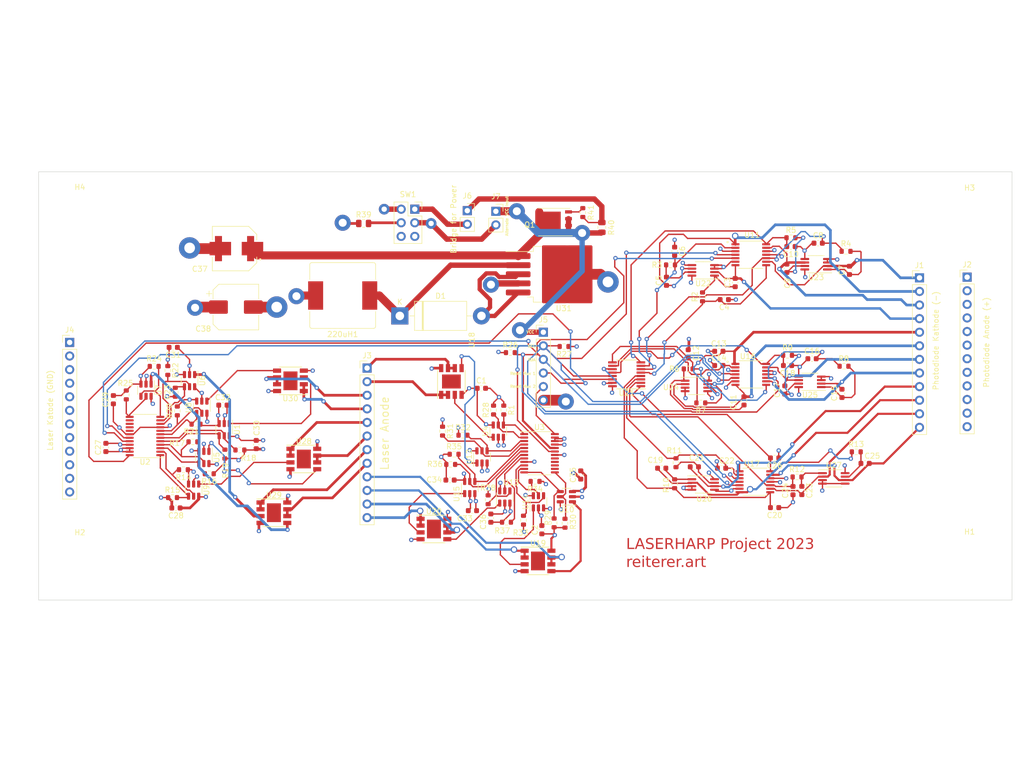
<source format=kicad_pcb>
(kicad_pcb (version 20221018) (generator pcbnew)
  (layers (0 "F.Cu" signal) (1 "In1.Cu" power) (2 "In2.Cu" power) (31 "B.Cu" signal) (34 "B.Paste" user) (35 "F.Paste" user) (36 "B.SilkS" user "B.Silkscreen") (37 "F.SilkS" user "F.Silkscreen") (38 "B.Mask" user) (39 "F.Mask" user) (44 "Edge.Cuts" user))
  (net 0 "")
  (net 1 "Net-(D1-K)")
  (net 2 "3.3V")
  (net 3 "GND")
  (net 4 "Net-(U22-OUTA)")
  (net 5 "PHOTO_0_K")
  (net 6 "ADC_IN0")
  (net 7 "Net-(U22-OUTB)")
  (net 8 "PHOTO_1_K")
  (net 9 "ADC_IN1")
  (net 10 "Net-(U23-OUTA)")
  (net 11 "PHOTO_2_K")
  (net 12 "ADC_IN2")
  (net 13 "Net-(U23-OUTB)")
  (net 14 "PHOTO_3_K")
  (net 15 "ADC_IN3")
  (net 16 "Net-(U24-OUTA)")
  (net 17 "PHOTO_4_K")
  (net 18 "ADC_IN4")
  (net 19 "Net-(U24-OUTB)")
  (net 20 "PHOTO_5_K")
  (net 21 "ADC_IN5")
  (net 22 "Net-(U25-OUTA)")
  (net 23 "PHOTO_6_K")
  (net 24 "ADC_IN6")
  (net 25 "Net-(U25-OUTB)")
  (net 26 "PHOTO_7_K")
  (net 27 "ADC_IN7")
  (net 28 "Net-(U26-OUTA)")
  (net 29 "PHOTO_8_K")
  (net 30 "ADC_IN8")
  (net 31 "Net-(U26-OUTB)")
  (net 32 "PHOTO_9_K")
  (net 33 "ADC_IN9")
  (net 34 "Net-(U27-OUTA)")
  (net 35 "PHOTO_10_K")
  (net 36 "ADC_IN10")
  (net 37 "Net-(U27-OUTB)")
  (net 38 "PHOTO_11_K")
  (net 39 "ADC_IN11")
  (net 40 "Net-(Q1-Drain)")
  (net 41 "Laser0")
  (net 42 "Laser1")
  (net 43 "Laser2")
  (net 44 "Laser3")
  (net 45 "Laser4")
  (net 46 "Laser5")
  (net 47 "Laser6")
  (net 48 "Laser7")
  (net 49 "Laser8")
  (net 50 "Laser9")
  (net 51 "Laser10")
  (net 52 "Laser11")
  (net 53 "+12V")
  (net 54 "SCL")
  (net 55 "SDA")
  (net 56 "NReset_MUX_1")
  (net 57 "NReset_MUX_2")
  (net 58 "Net-(J6-Pin_1)")
  (net 59 "Net-(J6-Pin_2)")
  (net 60 "Net-(Q1-Gate)")
  (net 61 "Net-(U3-SD0)")
  (net 62 "Net-(U2-SC0)")
  (net 63 "Net-(U2-SD0)")
  (net 64 "Net-(U2-SD1)")
  (net 65 "Net-(U2-SC1)")
  (net 66 "Net-(U1-SCL)")
  (net 67 "Net-(U1-SDA)")
  (net 68 "Net-(U2-SC3)")
  (net 69 "Net-(U2-SD3)")
  (net 70 "Net-(U2-SC4)")
  (net 71 "Net-(U2-SD4)")
  (net 72 "Net-(U2-SD5)")
  (net 73 "Net-(U2-SC5)")
  (net 74 "Net-(U3-SC0)")
  (net 75 "Net-(U10-SDA)")
  (net 76 "Net-(U10-SCL)")
  (net 77 "Net-(U12-SCL)")
  (net 78 "Net-(U12-SDA)")
  (net 79 "Net-(U14-SDA)")
  (net 80 "Net-(U14-SCL)")
  (net 81 "Net-(U15-SDA)")
  (net 82 "Net-(U15-SCL)")
  (net 83 "Net-(U13-SCL)")
  (net 84 "Net-(U13-SDA)")
  (net 87 "Net-(U1-VOUT)")
  (net 96 "Net-(U18-POS1)")
  (net 97 "Net-(U28-POS2)")
  (net 98 "Net-(U29-POS1)")
  (net 99 "Net-(U29-POS2)")
  (net 100 "Net-(U30-POS2)")
  (net 101 "Net-(U28-POS1)")
  (net 102 "Net-(U10-VOUT)")
  (net 103 "Net-(U12-VOUT)")
  (net 104 "Net-(U13-VOUT)")
  (net 105 "Net-(U14-VOUT)")
  (net 106 "Net-(U15-VOUT)")
  (net 107 "Net-(R39-Pad2)")
  (footprint "Resistor_SMD:R_0603_1608Metric" (layer "F.Cu") (at 146.709279 126.805844 90)
    (fp_text reference "R38")
    (fp_text value "10K")
  )
  (footprint "Capacitor_SMD:C_0603_1608Metric" (layer "F.Cu") (at 103.410738 116.490844 90)
    (fp_text reference "C30")
    (fp_text value "0.1uF")
  )
  (footprint "Capacitor_SMD:C_0603_1608Metric" (layer "F.Cu") (at 203.248 79.502 180)
    (fp_text reference "C10")
    (fp_text value "1nF")
  )
  (footprint "Capacitor_SMD:C_0603_1608Metric" (layer "F.Cu") (at 212.773 106.934 90)
    (fp_text reference "C15")
    (fp_text value "22pF")
  )
  (footprint "Connector_PinHeader_2.54mm:PinHeader_1x12_P2.54mm_Vertical" (layer "F.Cu") (at 236.141 85.217)
    (fp_text reference "J2")
    (fp_text value "Conn_01x12_Socket")
  )
  (footprint "MountingHole:MountingHole_4.3mm_M4_DIN965" (layer "F.Cu") (at 236.601 73.279)
    (fp_text reference "H3")
    (fp_text value "MountingHole")
  )
  (footprint "Resistor_SMD:R_0603_1608Metric" (layer "F.Cu") (at 150.861 99.314)
    (fp_text reference "R26")
    (fp_text value "10K")
  )
  (footprint "Package_TO_SOT_SMD:SOT-23-6" (layer "F.Cu") (at 93.631738 118.903844 -90)
    (fp_text reference "U5")
    (fp_text value "MCP4725")
  )
  (footprint "Capacitor_SMD:C_0603_1608Metric" (layer "F.Cu") (at 147.217279 130.234844 90)
    (fp_text reference "C36")
    (fp_text value "0.1uF")
  )
  (footprint "Package_SO:PowerPAK_SO-8_Single" (layer "F.Cu") (at 159.049 74.93 180)
    (fp_text reference "Q1")
    (fp_text value "SQJ147ELP-T1")
  )
  (footprint "Connector_PinHeader_2.54mm:PinHeader_1x12_P2.54mm_Vertical" (layer "F.Cu") (at 124.111738 102.202844)
    (fp_text reference "J3")
    (fp_text value "Conn_01x12_Socket")
  )
  (footprint "Capacitor_SMD:C_0603_1608Metric" (layer "F.Cu") (at 192.834 86.233 90)
    (fp_text reference "C3")
    (fp_text value "22pF")
  )
  (footprint "Resistor_SMD:R_0603_1608Metric" (layer "F.Cu") (at 91.599738 115.982844 180)
    (fp_text reference "R17")
    (fp_text value "10K")
  )
  (footprint "Capacitor_SMD:C_0603_1608Metric" (layer "F.Cu") (at 207.185 100.457)
    (fp_text reference "C16")
    (fp_text value "1nF")
  )
  (footprint "Capacitor_SMD:C_0603_1608Metric" (layer "F.Cu") (at 75.343738 117.032094 90)
    (fp_text reference "C27")
    (fp_text value "0.1uF")
  )
  (footprint "Package_SO:Diodes_SO-8EP" (layer "F.Cu") (at 106.712738 129.224094)
    (fp_text reference "U29")
    (fp_text value "TS912AIDT")
  )
  (footprint "Package_TO_SOT_SMD:SOT-23-6" (layer "F.Cu") (at 93.250738 109.505844 -90)
    (fp_text reference "U8")
    (fp_text value "MCP4725")
  )
  (footprint "Resistor_SMD:R_0603_1608Metric" (layer "F.Cu") (at 138.200279 113.978844 -90)
    (fp_text reference "R31")
    (fp_text value "10K")
  )
  (footprint "Resistor_SMD:R_0603_1608Metric" (layer "F.Cu") (at 149.630279 110.041844 -90)
    (fp_text reference "R1")
    (fp_text value "10K")
  )
  (footprint "Capacitor_SMD:C_0603_1608Metric" (layer "F.Cu") (at 87.916738 98.329844 180)
    (fp_text reference "C31")
    (fp_text value "0.1uF")
  )
  (footprint "MountingHole:MountingHole_4.3mm_M4_DIN965" (layer "F.Cu") (at 70.485 137.668)
    (fp_text reference "H2")
    (fp_text value "MountingHole")
  )
  (footprint "Resistor_SMD:R_0603_1608Metric" (layer "F.Cu") (at 100.362738 117.506844 180)
    (fp_text reference "R18")
    (fp_text value "10K")
  )
  (footprint "Capacitor_SMD:C_0603_1608Metric" (layer "F.Cu") (at 214.17 83.947 90)
    (fp_text reference "C7")
    (fp_text value "22pF")
  )
  (footprint "Resistor_SMD:R_0603_1608Metric" (layer "F.Cu") (at 88.678738 110.203844 90)
    (fp_text reference "R20")
    (fp_text value "10K")
  )
  (footprint "Connector_PinHeader_2.54mm:PinHeader_1x12_P2.54mm_Vertical" (layer "F.Cu") (at 227.251 85.344)
    (fp_text reference "J1")
    (fp_text value "Conn_01x12_Socket")
  )
  (footprint "Package_SO:MSOP-8_3x3mm_P0.65mm" (layer "F.Cu") (at 206.804 104.775 180)
    (fp_text reference "U25")
    (fp_text value "OPA2381AIDGKT")
  )
  (footprint "Capacitor_SMD:C_0603_1608Metric" (layer "F.Cu") (at 189.786 99.06)
    (fp_text reference "C13")
    (fp_text value "22pF")
  )
  (footprint "Package_TO_SOT_SMD:SOT-23-6" (layer "F.Cu") (at 156.107279 127.186844 90)
    (fp_text reference "U14")
    (fp_text value "MCP4725")
  )
  (footprint "Resistor_SMD:R_0603_1608Metric" (layer "F.Cu") (at 202.613 99.822)
    (fp_text reference "R9")
    (fp_text value "100")
  )
  (footprint "Capacitor_SMD:C_0603_1608Metric" (layer "F.Cu") (at 97.187738 109.124844)
    (fp_text reference "C32")
    (fp_text value "0.1uF")
  )
  (footprint "Resistor_SMD:R_0603_1608Metric" (layer "F.Cu") (at 160.893 98.171 180)
    (fp_text reference "R27")
    (fp_text value "10K")
  )
  (footprint "Resistor_SMD:R_0603_1608Metric" (layer "F.Cu") (at 92.170738 112.680844)
    (fp_text reference "R21")
    (fp_text value "10K")
  )
  (footprint "Connector_PinHeader_2.54mm:PinHeader_1x06_P2.54mm_Vertical" (layer "F.Cu") (at 157.02 95.504)
    (fp_text reference "J5")
    (fp_text value "Conn_01x06_Socket")
  )
  (footprint "Resistor_SMD:R_0603_1608Metric" (layer "F.Cu") (at 142.010279 114.740844)
    (fp_text reference "R32")
    (fp_text value "R_Small")
  )
  (footprint "Capacitor_SMD:C_0603_1608Metric" (layer "F.Cu") (at 190.802 89.408 180)
    (fp_text reference "C4")
    (fp_text value "1nF")
  )
  (footprint "Capacitor_SMD:C_0603_1608Metric" (layer "F.Cu") (at 217.091 120.015)
    (fp_text reference "C25")
    (fp_text value "22pF")
  )
  (footprint "Resistor_SMD:R_0603_1608Metric" (layer "F.Cu") (at 159.028279 131.123844 90)
    (fp_text reference "R29")
    (fp_text value "10K")
  )
  (footprint "Package_TO_SOT_SMD:SOT-23-6" (layer "F.Cu") (at 145.566279 118.804844 90)
    (fp_text reference "U12")
    (fp_text value "MCP4725")
  )
  (footprint "Package_TO_SOT_SMD:SOT-23-6" (layer "F.Cu") (at 148.614279 113.978844 90)
    (fp_text reference "U4")
    (fp_text value "MCP4725")
  )
  (footprint "Capacitor_SMD:C_0603_1608Metric" (layer "F.Cu") (at 164.005 122.174 90)
    (fp_text reference "C35")
    (fp_text value "0.1uF")
  )
  (footprint "Resistor_SMD:R_0603_1608Metric" (layer "F.Cu") (at 97.568738 118.268844 90)
    (fp_text reference "R19")
    (fp_text value "10K")
  )
  (footprint "Package_TO_SOT_SMD:TO-263-5_TabPin3" (layer "F.Cu") (at 159.971 84.68)
    (fp_text reference "U31")
    (fp_text value "LM2576HVS-3.3")
  )
  (footprint "Laser_Harp:SOP65P640X120-14N" (layer "F.Cu") (at 195.755 81.026)
    (fp_text reference "U11")
    (fp_text value "MCP4432")
  )
  (footprint "Resistor_SMD:R_0603_1608Metric" (layer "F.Cu") (at 94.647738 121.951844 180)
    (fp_text reference "R16")
    (fp_text value "10K")
  )
  (footprint "Resistor_SMD:R_0603_1608Metric" (layer "F.Cu") (at 186.738 88.9 90)
    (fp_text reference "R2")
    (fp_text value "100")
  )
  (footprint "Resistor_SMD:R_0603_1608Metric" (layer "F.Cu") (at 204.391 122.542)
    (fp_text reference "R12")
    (fp_text value "100")
  )
  (footprint "Package_TO_SOT_SMD:SOT-23-6" (layer "F.Cu") (at 97.441738 113.696844 -90)
    (fp_text reference "U1")
    (fp_text value "MCP4725")
  )
  (footprint "Resistor_SMD:R_0603_1608Metric" (layer "F.Cu") (at 181.785 119.888 -90)
    (fp_text reference "R11")
    (fp_text value "100")
  )
  (footprint "Package_TO_SOT_SMD:SOT-23-6" (layer "F.Cu") (at 90.964738 104.552844 -90)
    (fp_text reference "U6")
    (fp_text value "MCP4725")
  )
  (footprint "Package_SO:MSOP-8_3x3mm_P0.65mm" (layer "F.Cu") (at 211.249 122.809)
    (fp_text reference "U27")
    (fp_text value "OPA2381AIDGKT")
  )
  (footprint "Resistor_SMD:R_0603_1608Metric" (layer "F.Cu") (at 186.421 108.712)
    (fp_text reference "R7")
    (fp_text value "100")
  )
  (footprint "Package_TO_SOT_SMD:SOT-23-6" (layer "F.Cu") (at 149.823279 126.292344 90)
    (fp_text reference "U13")
    (fp_text value "MCP4725")
  )
  (footprint "Package_SO:Diodes_SO-8EP" (layer "F.Cu") (at 139.851279 104.707844 90)
    (fp_text reference "U18")
    (fp_text value "TS912AIDT")
  )
  (footprint "Connector_PinSocket_2.54mm:PinSocket_1x02_P2.54mm_Vertical" (layer "F.Cu") (at 142.821 72.791)
    (fp_text reference "J6")
    (fp_text value "Conn_01x02_Pin")
  )
  (footprint "Capacitor_SMD:C_0603_1608Metric" (layer "F.Cu") (at 194.485 108.331 90)
    (fp_text reference "C11")
    (fp_text value "22pF")
  )
  (footprint "Resistor_SMD:R_0603_1608Metric" (layer "F.Cu") (at 84.360738 101.885844)
    (fp_text reference "R24")
    (fp_text value "10K")
  )
  (footprint "Capacitor_SMD:C_0603_1608Metric" (layer "F.Cu") (at 208.328 78.867)
    (fp_text reference "C8")
    (fp_text value "1nF")
  )
  (footprint "Capacitor_SMD:C_0603_1608Metric" (layer "F.Cu") (at 76.740738 108.108844 90)
    (fp_text reference "C29")
    (fp_text value "0.1uF")
  )
  (footprint "Resistor_SMD:R_0805_2012Metric" (layer "F.Cu") (at 123.4685 75.184)
    (fp_text reference "R39")
    (fp_text value "130")
  )
  (footprint "Capacitor_SMD:C_0603_1608Metric" (layer "F.Cu") (at 145.452279 105.977844)
    (fp_text reference "C1")
    (fp_text value "0.1uF")
  )
  (footprint "Package_SO:QSOP-16_3.9x4.9mm_P0.635mm" (layer "F.Cu") (at 172.5775 103.3653 180)
    (fp_text reference "U21")
    (fp_text value "MAX11617")
  )
  (footprint "Resistor_SMD:R_0603_1608Metric" (layer "F.Cu") (at 79.153738 107.219844 90)
    (fp_text reference "R25")
    (fp_text value "10K")
  )
  (footprint "Package_TO_SOT_SMD:SOT-23-6" (layer "F.Cu") (at 161.319779 126.231844 180)
    (fp_text reference "U10")
    (fp_text value "MCP4725")
  )
  (footprint "Connector_PinHeader_2.54mm:PinHeader_1x12_P2.54mm_Vertical" (layer "F.Cu") (at 68.58 97.409)
    (fp_text reference "J4")
    (fp_text value "Conn_01x12_Socket")
  )
  (footprint "Package_SO:Diodes_SO-8EP" (layer "F.Cu") (at 112.300738 119.191094)
    (fp_text reference "U28")
    (fp_text value "TS912AIDT")
  )
  (footprint "Resistor_SMD:R_0805_2012Metric" (layer "F.Cu") (at 167.942 75.9225 90)
    (fp_text reference "R40")
    (fp_text value "10K")
  )
  (footprint "Resistor_SMD:R_0603_1608Metric" (layer "F.Cu") (at 180.769 82.931 180)
    (fp_text reference "R3")
    (fp_text value "100")
  )
  (footprint "MountingHole:MountingHole_4.3mm_M4_DIN965" (layer "F.Cu") (at 236.601 137.541)
    (fp_text reference "H1")
    (fp_text value "MountingHole")
  )
  (footprint "Resistor_SMD:R_0603_1608Metric" (layer "F.Cu") (at 161.060279 131.186844 -90)
    (fp_text reference "R30")
    (fp_text value "10K")
  )
  (footprint "Package_TO_SOT_SMD:SOT-23-6" (layer "F.Cu") (at 82.836738 106.330844 -90)
    (fp_text reference "U7")
    (fp_text value "MCP4725")
  )
  (footprint "Capacitor_SMD:C_0603_1608Metric" (layer "F.Cu") (at 202.486 83.566 90)
    (fp_text reference "C9")
    (fp_text value "22pF")
  )
  (footprint "Resistor_SMD:R_0603_1608Metric" (layer "F.Cu") (at 140.359279 118.296844)
    (fp_text reference "R35")
    (fp_text value "10K")
  )
  (footprint "Resistor_SMD:R_0603_1608Metric" (layer "F.Cu") (at 88.297738 106.711844 90)
    (fp_text reference "R23")
    (fp_text value "10K")
  )
  (footprint "Resistor_SMD:R_0603_1608Metric" (layer "F.Cu") (at 87.789738 126.396844)
    (fp_text reference "R15")
    (fp_text value "10K")
  )
  (footprint "Resistor_SMD:R_0603_1608Metric" (layer "F.Cu") (at 147.725279 110.041844 -90)
    (fp_text reference "R28")
    (fp_text value "10K")
  )
  (footprint "Resistor_SMD:R_0603_1608Metric" (layer "F.Cu") (at 181.531 123.825 90)
    (fp_text reference "R10")
    (fp_text value "100")
  )
  (footprint "Capacitor_SMD:C_0603_1608Metric" (layer "F.Cu") (at 143.775279 128.837844)
    (fp_text reference "C33")
    (fp_text value "0.1uF")
  )
  (footprint "Capacitor_SMD:C_0603_1608Metric" (layer "F.Cu") (at 156.742279 132.406844 -90)
    (fp_text reference "C2")
    (fp_text value "0.1uF")
  )
  (footprint "Capacitor_SMD:C_0603_1608Metric" (layer "F.Cu") (at 181.531 80.378 -90)
    (fp_text reference "C6")
    (fp_text value "1nF")
  )
  (footprint "Resistor_SMD:R_0603_1608Metric" (layer "F.Cu") (at 213.154 101.854)
    (fp_text reference "R8")
    (fp_text value "100")
  )
  (footprint "Connector_PinSocket_2.54mm:PinSocket_1x02_P2.54mm_Vertical" (layer "F.Cu") (at 148.155 72.918)
    (fp_text reference "J7")
    (fp_text value "Conn_01x02_Pin")
  )
  (footprint "Package_SO:MSOP-8_3x3mm_P0.65mm" (layer "F.Cu") (at 186.865 83.947 180)
    (fp_text reference "U22")
    (fp_text value "OPA2381AIDGKT")
  )
  (footprint "Package_SO:MSOP-8_3x3mm_P0.65mm" (layer "F.Cu") (at 186.865 123.952)
    (fp_text reference "U26")
    (fp_text value "OPA2381AIDGKT")
  )
  (footprint "Package_SO:Diodes_SO-8EP" (layer "F.Cu") (at 156.022779 138.235844)
    (fp_text reference "U19")
    (fp_text value "TS912AIDT")
  )
  (footprint "Package_TO_SOT_SMD:SOT-23-6" (layer "F.Cu") (at 143.280279 124.519844 90)
    (fp_text reference "U15")
    (fp_text value "MCP4725")
  )
  (footprint "Resistor_SMD:R_0603_1608Metric" (layer "F.Cu") (at 184.071 102.362 180)
    (fp_text reference "R6")
    (fp_text value "100")
  )
  (footprint "Diode_THT:D_DO-201AD_P15.24mm_Horizontal" (layer "F.Cu") (at 130.223 92.456)
    (fp_text reference "D1")
    (fp_text value "1N5822")
  )
  (footprint "Resistor_SMD:R_0603_1608Metric" (layer "F.Cu") (at 150.138279 130.996844 180)
    (fp_text reference "R37")
    (fp_text value "10K")
  )
  (footprint "Capacitor_SMD:C_0603_1608Metric" (layer "F.Cu") (at 179.118 120.904 180)
    (fp_text reference "C19")
    (fp_text value "22pF")
  )
  (footprint "Laser_Harp:CAP_EEEFT1E471AV" (layer "F.Cu") (at 99.362 79.883 180)
    (fp_text reference "C37")
    (fp_text value "470uF")
  )
  (footprint "Capacitor_SMD:C_0603_1608Metric" (layer "F.Cu") (at 203.629 125.095 90)
    (fp_text reference "C24")
    (fp_text value "1nF")
  )
  (footprint "Capacitor_SMD:C_0603_1608Metric" (layer "F.Cu") (at 139.597279 123.122844)
    (fp_text reference "C34")
    (fp_text value "0.1uF")
  )
  (footprint "Resistor_SMD:R_0603_1608Metric" (layer "F.Cu") (at 213.535 80.391)
    (fp_text reference "R4")
    (fp_text value "100")
  )
  (footprint "Capacitor_SMD:C_0603_1608Metric" (layer "F.Cu") (at 200.2 118.999 180)
    (fp_text reference "C26")
    (fp_text value "1nF")
  )
  (footprint "Package_SO:Diodes_SO-8EP" (layer "F.Cu") (at 109.803238 104.586094 180)
    (fp_text reference "U30")
    (fp_text value "TS912AIDT")
  )
  (footprint "Laser_Harp:SOP65P640X120-14N" (layer "F.Cu") (at 195.755 103.378)
    (fp_text reference "U16")
    (fp_text value "MCP4432")
  )
  (footprint "Resistor_SMD:R_0603_1608Metric" (layer "F.Cu") (at 139.724279 120.201844)
    (fp_text reference "R36")
    (fp_text value "10K")
  )
  (footprint "Resistor_SMD:R_0603_1608Metric" (layer "F.Cu") (at 153.313279 130.615844 90)
    (fp_text reference "R33")
    (fp_text value "10K")
  )
  (footprint "Capacitor_SMD:C_0603_1608Metric" (layer "F.Cu") (at 202.613 101.727 180)
    (fp_text reference "C18")
    (fp_text value "1nF")
  )
  (footprint "Capacitor_SMD:C_0603_1608Metric" (layer "F.Cu") (at 180.007 85.979 -90)
    (fp_text reference "C5")
    (fp_text value "22pF")
  )
  (footprint "Resistor_SMD:R_0603_1608Metric" (layer "F.Cu") (at 89.821738 121.189844 180)
    (fp_text reference "R14")
    (fp_text value "10K")
  )
  (footprint "Inductor_SMD:L_Bourns_SRR1210A" (layer "F.Cu") (at 119.555 88.646 180)
    (fp_text reference "220uH1")
    (fp_text value "L")
  )
  (footprint "Capacitor_SMD:C_0603_1608Metric" (layer "F.Cu") (at 88.424738 128.335094 180)
    (fp_text reference "C28")
    (fp_text value "0.1uF")
  )
  (footprint "Resistor_SMD:R_0603_1608Metric" (layer "F.Cu") (at 215.44 117.856)
    (fp_text reference "R13")
    (fp_text value "100")
  )
  (footprint "Package_SO:TSSOP-24_4.4x7.8mm_P0.65mm" (layer "F.Cu") (at 82.645238 114.895844 180)
    (fp_text reference "U2")
    (fp_text value "TCA9548AMRGER")
  )
  (footprint "Resistor_SMD:R_0603_1608Metric" (layer "F.Cu") (at 86.900738 102.647844 -90)
    (fp_text reference "R22")
    (fp_text value "10K")
  )
  (footprint "Package_SO:Diodes_SO-8EP" (layer "F.Cu") (at 136.591779 132.266844)
    (fp_text reference "U20")
    (fp_text value "TS912AIDT")
  )
  (footprint "Capacitor_SMD:C_0603_1608Metric" (layer "F.Cu") (at 200.2 128.27 180)
    (fp_text reference "C20")
    (fp_text value "1nF")
  )
  (footprint "Package_TO_SOT_SMD:SOT-23-6" (layer "F.Cu") (at 91.726738 124.999844 -90)
    (fp_text reference "U9")
    (fp_text value "MCP4725")
  )
  (footprint "Package_SO:MSOP-8_3x3mm_P0.65mm" (layer "F.Cu") (at 185.595 105.537)
    (fp_text reference "U24")
    (fp_text value "OPA2381AIDGKT")
  )
  (footprint "Capacitor_SMD:C_0603_1608Metric" (layer "F.Cu") (at 205.28 125.082 -90)
    (fp_text reference "C23")
    (fp_text value "22pF")
  )
  (footprint "Package_SO:MSOP-8_3x3mm_P0.65mm" (layer "F.Cu") (at 207.947 82.804 180)
    (fp_text reference "U23")
    (fp_text value "OPA2381AIDGKT")
  )
  (footprint "Capacitor_SMD:CP_Elec_8x10" (layer "F.Cu") (at 99.616 90.805)
    (fp_text reference "C38")
    (fp_text value "470uF")
  )
  (footprint "Capacitor_SMD:C_0603_1608Metric" (layer "F.Cu") (at 202.105 106.299 90)
    (fp_text reference "C17")
    (fp_text value "22pF")
  )
  (footprint "Resistor_SMD:R_0603_1608Metric" (layer "F.Cu") (at 203.248 77.851)
    (fp_text reference "R5")
    (fp_text value "100")
  )
  (footprint "MountingHole:MountingHole_4.3mm_M4_DIN965" (layer "F.Cu") (at 70.485 73.152)
    (fp_text reference "H4")
    (fp_text value "MountingHole")
  )
  (footprint "Capacitor_SMD:C_0603_1608Metric" (layer "F.Cu") (at 185.214 120.65 180)
    (fp_text reference "C21")
    (fp_text value "22pF")
  )
  (footprint "Capacitor_SMD:C_0603_1608Metric" (layer "F.Cu") (at 190.294 120.904)
    (fp_text reference "C22")
    (fp_text value "1nF")
  )
  (footprint "Resistor_SMD:R_0603_1608Metric" (layer "F.Cu") (at 164.386 73.152 -90)
    (fp_text reference "R41")
    (fp_text value "30")
  )
  (footprint "Laser_Harp:SOP65P640X120-14N" (layer "F.Cu") (at 196.517 123.444)
    (fp_text reference "U17")
    (fp_text value "MCP4432")
  )
  (footprint "Laser_Harp:PinSocket_2x03_P2.54mm_Vertical_editpin" (layer "F.Cu") (at 133.017 72.517)
    (fp_text reference "SW1")
    (fp_text value "G12JPF")
  )
  (footprint "Package_SO:TSSOP-24_4.4x7.8mm_P0.65mm" (layer "F.Cu") (at 156.306779 118.109844)
    (fp_text reference "U3")
    (fp_text value "TCA9548AMRGER")
  )
  (footprint "Capacitor_SMD:C_0603_1608Metric" (layer "F.Cu") (at 184.071 99.555 -90)
    (fp_text reference "C12")
    (fp_text value "1nF")
  )
  (footprint "Capacitor_SMD:C_0603_1608Metric" (layer "F.Cu") (at 189.786 101.727)
    (fp_text reference "C14")
    (fp_text value "1nF")
  )
  (footprint "Resistor_SMD:R_0603_1608Metric" (layer "F.Cu") (at 155.472279 123.376844 180)
    (fp_text reference "R34")
    (fp_text value "10K")
  )
  (gr_rect (start 62.786 65.532) (end 244.523 145.542) (stroke (width 0.1)) (fill none) (layer "Edge.Cuts"))
  (gr_text "LASERHARP Project 2023\nreiterer.art" (at 172.466 139.7) (layer "F.Cu") (effects (font (size 2 2)) (justify left bottom)))
  (gr_text "Alternate VCC Input\n" (at 150.495 77.597 90) (layer "F.SilkS") (effects (font (size 0.5 0.5) (thickness 0.125)) (justify left bottom)))
  (gr_text "Photodiode Kathode (-)\n" (at 230.886 106.426 90) (layer "F.SilkS") (effects (font (size 1 1)) (justify left bottom)))
  (gr_text "Bridge for Power\n" (at 140.843 80.899 90) (layer "F.SilkS") (effects (font (size 1 1)) (justify left bottom)))
  (gr_text "Photodiode Anode (+)\n\n" (at 241.935 105.918 90) (layer "F.SilkS") (effects (font (size 1 1)) (justify left bottom)))
  (gr_text "Laser Anode" (at 128.27 121.412 90) (layer "F.SilkS") (effects (font (size 1.5 1.5) (thickness 0.1875)) (justify left bottom)))
  (gr_text "VCC" (at 153.797 95.758) (layer "F.SilkS") (effects (font (size 0.5 0.5) (thickness 0.125)) (justify left bottom)))
  (gr_text "Reset Mux 1" (at 150.749 103.505) (layer "F.SilkS") (effects (font (size 0.5 0.5) (thickness 0.125)) (justify left bottom)))
  (gr_text "Reset Mux 2" (at 150.749 105.918) (layer "F.SilkS") (effects (font (size 0.5 0.5) (thickness 0.125)) (justify left bottom)))
  (gr_text "SCL" (at 154.051 98.425) (layer "F.SilkS") (effects (font (size 0.5 0.5) (thickness 0.125)) (justify left bottom)))
  (gr_text "Laser Katode (GND)" (at 65.532 117.729 90) (layer "F.SilkS") (effects (font (size 1 1)) (justify left bottom)))
  (gr_text "SDA" (at 154.051 100.965) (layer "F.SilkS") (effects (font (size 0.5 0.5) (thickness 0.125)) (justify left bottom)))
  (segment (start 139.699 82.98) (end 130.223 92.456) (width 1) (layer "F.Cu") (net 1))
  (segment (start 152.321 82.98) (end 139.699 82.98) (width 1) (layer "F.Cu") (net 1))
  (segment (start 124.605 88.646) (end 126.413 88.646) (width 1.5) (layer "F.Cu") (net 1))
  (segment (start 126.413 88.646) (end 130.223 92.456) (width 1.5) (layer "F.Cu") (net 1))
  (segment (start 147.090279 105.977844) (end 148.741279 107.628844) (width 0.25) (layer "F.Cu") (net 2))
  (segment (start 149.564279 116.579844) (end 149.630279 116.645844) (width 0.25) (layer "F.Cu") (net 2))
  (segment (start 147.725279 108.644844) (end 148.741279 107.628844) (width 0.25) (layer "F.Cu") (net 2))
  (segment (start 96.298738 111.029844) (end 96.298738 112.366344) (width 0.25) (layer "F.Cu") (net 2))
  (segment (start 213.3615 121.834) (end 213.3615 120.4765) (width 0.25) (layer "F.Cu") (net 2))
  (segment (start 144.423279 127.059844) (end 144.423279 128.710844) (width 0.25) (layer "F.Cu") (net 2))
  (segment (start 93.123738 112.934844) (end 96.116238 112.934844) (width 0.25) (layer "F.Cu") (net 2))
  (segment (start 90.646738 121.189844) (end 91.345738 121.189844) (width 0.25) (layer "F.Cu") (net 2))
  (segment (start 159.155279 133.409844) (end 158.927279 133.181844) (width 0.25) (layer "F.Cu") (net 2))
  (segment (start 152.321 86.38) (end 147.475 86.38) (width 1.2) (layer "F.Cu") (net 2))
  (segment (start 96.116238 112.934844) (end 96.491738 112.559344) (width 0.25) (layer "F.Cu") (net 2))
  (segment (start 184.7525 84.922) (end 184.7525 86.0595) (width 0.25) (layer "F.Cu") (net 2))
  (segment (start 199.387 122.794) (end 202.344 122.794) (width 0.25) (layer "F.Cu") (net 2))
  (segment (start 91.345738 121.189844) (end 91.726738 121.570844) (width 0.25) (layer "F.Cu") (net 2))
  (segment (start 192.627256 122.794) (end 193.647 122.794) (width 0.25) (layer "F.Cu") (net 2))
  (segment (start 105.696738 106.491094) (end 107.305738 106.491094) (width 0.25) (layer "F.Cu") (net 2))
  (segment (start 147.475 86.38) (end 147.241 86.614) (width 1.2) (layer "F.Cu") (net 2))
  (segment (start 91.345738 117.633844) (end 92.549238 117.633844) (width 0.25) (layer "F.Cu") (net 2))
  (segment (start 81.886738 105.193344) (end 81.886738 103.713847) (width 0.25) (layer "F.Cu") (net 2))
  (segment (start 81.886738 105.193344) (end 80.355238 105.193344) (width 0.25) (layer "F.Cu") (net 2))
  (segment (start 87.141738 98.329844) (end 87.141738 100.374844) (width 0.25) (layer "F.Cu") (net 2))
  (segment (start 147.230279 130.996844) (end 147.217279 131.009844) (width 0.25) (layer "F.Cu") (net 2))
  (segment (start 161.718 98.171) (end 163.243 98.171) (width 0.25) (layer "F.Cu") (net 2))
  (segment (start 101.187738 117.506844) (end 103.169738 117.506844) (width 0.25) (layer "F.Cu") (net 2))
  (segment (start 79.782738 116.520844) (end 78.040738 116.520844) (width 0.25) (layer "F.Cu") (net 2))
  (segment (start 96.366 90.805) (end 92.123 90.805) (width 2) (layer "F.Cu") (net 2))
  (segment (start 137.946279 102.210344) (end 136.252779 102.210344) (width 0.5) (layer "F.Cu") (net 2))
  (segment (start 138.899279 119.757844) (end 137.946279 118.804844) (width 0.25) (layer "F.Cu") (net 2))
  (segment (start 146.709279 125.980844) (end 146.709279 124.900844) (width 0.25) (layer "F.Cu") (net 2))
  (segment (start 139.534279 118.296844) (end 138.454279 118.296844) (width 0.25) (layer "F.Cu") (net 2))
  (segment (start 159.203279 116.518844) (end 159.169279 116.484844) (width 0.25) (layer "F.Cu") (net 2))
  (segment (start 169.9232 105.5878) (end 169.9232 106.7308) (width 0.25) (layer "F.Cu") (net 2))
  (segment (start 146.516279 119.942344) (end 146.516279 121.278844) (width 0.25) (layer "F.Cu") (net 2))
  (segment (start 149.630279 108.517844) (end 148.741279 107.628844) (width 0.25) (layer "F.Cu") (net 2))
  (segment (start 204.6915 105.75) (end 204.6915 107.098679) (width 0.25) (layer "F.Cu") (net 2))
  (segment (start 109.210238 126.218594) (end 109.379738 126.049094) (width 0.5) (layer "F.Cu") (net 2))
  (segment (start 159.028279 131.948844) (end 159.028279 133.282844) (width 0.25) (layer "F.Cu") (net 2))
  (segment (start 78.010738 116.490844) (end 77.776988 116.257094) (width 0.25) (layer "F.Cu") (net 2))
  (segment (start 141.185279 114.740844) (end 141.185279 113.407844) (width 0.25) (layer "F.Cu") (net 2))
  (segment (start 198.625 80.376) (end 199.954795 80.376) (width 0.25) (layer "F.Cu") (net 2))
  (segment (start 138.200279 113.153844) (end 138.200279 111.819844) (width 0.25) (layer "F.Cu") (net 2))
  (segment (start 87.649738 128.335094) (end 87.649738 127.081844) (width 0.5) (layer "F.Cu") (net 2))
  (segment (start 149.313279 130.996844) (end 147.230279 130.996844) (width 0.25) (layer "F.Cu") (net 2))
  (segment (start 159.169279 118.434844) (end 160.922279 118.434844) (width 0.25) (layer "F.Cu") (net 2))
  (segment (start 159.091279 132.011844) (end 159.028279 131.948844) (width 0.25) (layer "F.Cu") (net 2))
  (segment (start 92.681738 116.239844) (end 92.424738 115.982844) (width 0.25) (layer "F.Cu") (net 2))
  (segment (start 202.344 122.794) (end 202.359 122.809) (width 0.25) (layer "F.Cu") (net 2))
  (segment (start 90.964738 108.108844) (end 92.041238 108.108844) (width 0.25) (layer "F.Cu") (net 2))
  (segment (start 139.089279 129.218844) (end 139.216279 129.091844) (width 0.25) (layer "F.Cu") (net 2))
  (segment (start 138.454279 118.296844) (end 137.946279 118.804844) (width 0.25) (layer "F.Cu") (net 2))
  (segment (start 83.535738 101.964841) (end 81.836735 103.663844) (width 0.25) (layer "F.Cu") (net 2))
  (segment (start 146.227279 105.977844) (end 147.090279 105.977844) (width 0.25) (layer "F.Cu") (net 2))
  (segment (start 147.725279 109.216844) (end 147.725279 108.644844) (width 0.25) (layer "F.Cu") (net 2))
  (segment (start 88.678738 109.378844) (end 89.948738 108.108844) (width 0.25) (layer "F.Cu") (net 2))
  (segment (start 153.313279 132.647844) (end 153.440279 132.774844) (width 0.25) (layer "F.Cu") (net 2))
  (segment (start 81.886738 103.713847) (end 81.836735 103.663844) (width 0.25) (layer "F.Cu") (net 2))
  (segment (start 92.681738 117.766344) (end 92.681738 116.239844) (width 0.25) (layer "F.Cu") (net 2))
  (segment (start 148.765 99.314) (end 148.638 99.187) (width 0.25) (layer "F.Cu") (net 2))
  (segment (start 160.922279 118.434844) (end 160.933279 118.423844) (width 0.25) (layer "F.Cu") (net 2))
  (segment (start 150.900279 129.409844) (end 149.313279 130.996844) (width 0.25) (layer "F.Cu") (net 2))
  (segment (start 76.740738 107.333844) (end 78.214738 107.333844) (width 0.25) (layer "F.Cu") (net 2))
  (segment (start 169.9232 106.7308) (end 169.847 106.807) (width 0.25) (layer "F.Cu") (net 2))
  (segment (start 88.297738 107.536844) (end 86.836738 107.536844) (width 0.25) (layer "F.Cu") (net 2))
  (segment (start 205.8345 83.779) (end 205.8345 85.1365) (width 0.25) (layer "F.Cu") (net 2))
  (segment (start 198.625 103.378) (end 199.946 103.378) (width 0.25) (layer "F.Cu") (net 2))
  (segment (start 86.964738 126.396844) (end 85.630738 126.396844) (width 0.25) (layer "F.Cu") (net 2))
  (segment (start 160.933279 116.518844) (end 159.203279 116.518844) (width 0.25) (layer "F.Cu") (net 2))
  (segment (start 138.899279 123.045844) (end 138.822279 123.122844) (width 0.25) (layer "F.Cu") (net 2))
  (segment (start 157.189779 128.456844) (end 157.057279 128.324344) (width 0.25) (layer "F.Cu") (net 2))
  (segment (start 164.93 124.460123) (end 164.235279 125.154844) (width 0.5) (layer "F.Cu") (net 2))
  (segment (start 90.776738 121.319844) (end 90.646738 121.189844) (width 0.25) (layer "F.Cu") (net 2))
  (segment (start 187.935195 121.934695) (end 187.935195 121.738805) (width 0.25) (layer "F.Cu") (net 2))
  (segment (start 103.169738 117.506844) (end 103.410738 117.265844) (width 0.25) (layer "F.Cu") (net 2))
  (segment (start 158.520279 134.044844) (end 158.520279 136.330844) (width 0.4) (layer "F.Cu") (net 2))
  (segment (start 87.141738 100.374844) (end 86.900738 100.615844) (width 0.25) (layer "F.Cu") (net 2))
  (segment (start 161.060279 132.011844) (end 159.091279 132.011844) (width 0.25) (layer "F.Cu") (net 2))
  (segment (start 96.412738 109.124844) (end 96.412738 110.915844) (width 0.25) (layer "F.Cu") (net 2))
  (segment (start 86.836738 107.536844) (end 86.773738 107.473844) (width 0.25) (layer "F.Cu") (net 2))
  (segment (start 103.492894 117.348) (end 103.410738 117.265844) (width 0.5) (layer "F.Cu") (net 2))
  (segment (start 114.798238 115.931594) (end 114.840738 115.889094) (width 0.5) (layer "F.Cu") (net 2))
  (segment (start 188.9775 122.977) (end 187.935195 121.934695) (width 0.25) (layer "F.Cu") (net 2))
  (segment (start 164.93 122.324) (end 164.93 124.460123) (width 0.5) (layer "F.Cu") (net 2))
  (segment (start 198.625 102.728) (end 199.804 102.728) (width 0.25) (layer "F.Cu") (net 2))
  (segment (start 199.804 102.728) (end 200.2 103.124) (width 0.25) (layer "F.Cu") (net 2))
  (segment (start 78.040738 116.520844) (end 78.010738 116.490844) (width 0.25) (layer "F.Cu") (net 2))
  (segment (start 95.472738 121.951844) (end 97.568738 119.855844) (width 0.25) (layer "F.Cu") (net 2))
  (segment (start 139.089279 130.361844) (end 139.089279 129.218844) (width 0.25) (layer "F.Cu") (net 2))
  (segment (start 150.773279 127.429844) (end 150.773279 128.837844) (width 0.25) (layer "F.Cu") (net 2))
  (segment (start 159.028279 133.282844) (end 159.155279 133.409844) (width 0.25) (layer "F.Cu") (net 2))
  (segment (start 92.123 90.805) (end 91.996 90.932) (width 2) (layer "F.Cu") (net 2))
  (segment (start 149.630279 109.216844) (end 149.630279 108.517844) (width 0.25) (layer "F.Cu") (net 2))
  (segment (start 101.187738 117.506844) (end 101.187738 118.332844) (width 0.25) (layer "F.Cu") (net 2))
  (segment (start 187.7075 104.562) (end 187.95475 104.31475) (width 0.25) (layer "F.Cu") (net 2))
  (segment (start 92.041238 108.108844) (end 92.300738 108.368344) (width 0.25) (layer "F.Cu") (net 2))
  (segment (start 92.995738 112.680844) (end 92.995738 112.806844) (width 0.25) (layer "F.Cu") (net 2))
  (segment (start 78.214738 107.333844) (end 79.153738 106.394844) (width 0.25) (layer "F.Cu") (net 2))
  (segment (start 164.005 121.399) (end 164.93 122.324) (width 0.5) (layer "F.Cu") (net 2))
  (segment (start 80.355238 105.193344) (end 79.153738 106.394844) (width 0.25) (layer "F.Cu") (net 2))
  (segment (start 138.899279 120.201844) (end 138.899279 119.757844) (width 0.25) (layer "F.Cu") (net 2))
  (segment (start 199.946 103.378) (end 200.2 103.124) (width 0.25) (layer "F.Cu") (net 2))
  (segment (start 90.014738 103.415344) (end 88.557238 103.415344) (width 0.25) (layer "F.Cu") (net 2))
  (segment (start 99.790738 119.093844) (end 100.108738 119.411844) (width 0.25) (layer "F.Cu") (net 2))
  (segment (start 114.505 88.646) (end 111.046 88.646) (width 1.5) (layer "F.Cu") (net 2))
  (segment (start 96.298738 112.366344) (end 96.491738 112.559344) (width 0.25) (layer "F.Cu") (net 2))
  (segment (start 162.584279 125.154844) (end 162.457279 125.281844) (width 0.4) (layer "F.Cu") (net 2))
  (segment (start 205.8345 85.1365) (end 205.915 85.217) (width 0.25) (layer "F.Cu") (net 2))
  (segment (start 88.557238 103.415344) (end 88.551738 103.409844) (width 0.25) (layer "F.Cu") (net 2))
  (segment (start 153.313279 131.440844) (end 153.313279 132.647844) (width 0.25) (layer "F.Cu") (net 2))
  (segment (start 187.95475 104.31475) (end 187.95475 103.334055) (width 0.25) (layer "F.Cu") (net 2))
  (segment (start 90.776738 123.862344) (end 90.776738 121.319844) (width 0.25) (layer "F.Cu") (net 2))
  (segment (start 158.927279 133.181844) (end 156.742279 133.181844) (width 0.25) (layer "F.Cu") (net 2))
  (segment (start 191.908949 122.075693) (end 192.627256 122.794) (width 0.25) (layer "F.Cu") (net 2))
  (segment (start 199.954795 80.376) (end 200.157059 80.173736) (width 0.25) (layer "F.Cu") (net 2))
  (segment (start 144.230279 125.657344) (end 144.230279 126.866844) (width 0.25) (layer "F.Cu") (net 2))
  (segment (start 150.036 99.314) (end 148.765 99.314) (width 0.25) (layer "F.Cu") (net 2))
  (segment (start 119.682 75.184) (end 119.555 75.057) (width 0.5) (layer "F.Cu") (net 2))
  (segment (start 213.3615 120.4765) (end 213.281 120.396) (width 0.25) (layer "F.Cu") (net 2))
  (segment (start 164.235279 125.154844) (end 162.584279 125.154844) (width 0.4) (layer "F.Cu") (net 2))
  (segment (start 122.556 75.184) (end 119.682 75.184) (width 0.5) (layer "F.Cu") (net 2))
  (segment (start 87.649738 127.081844) (end 86.964738 126.396844) (width 0.5) (layer "F.Cu") (net 2))
  (segment (start 159.155279 133.409844) (end 158.520279 134.044844) (width 0.4) (layer "F.Cu") (net 2))
  (segment (start 92.549238 117.633844) (end 92.681738 117.766344) (width 0.25) (layer "F.Cu") (net 2))
  (segment (start 158.266279 128.456844) (end 157.189779 128.456844) (width 0.25) (layer "F.Cu") (net 2))
  (segment (start 146.709279 124.900844) (end 146.836279 124.773844) (width 0.25) (layer "F.Cu") (net 2))
  (segment (start 204.6915 107.098679) (end 204.755686 107.162865) (width 0.25) (layer "F.Cu") (net 2))
  (segment (start 101.187738 118.332844) (end 100.108738 119.411844) (width 0.25) (layer "F.Cu") (net 2))
  (segment (start 114.798238 117.286094) (end 114.798238 115.931594) (width 0.5) (layer "F.Cu") (net 2))
  (segment (start 109.210238 127.319094) (end 109.210238 126.218594) (width 0.5) (layer "F.Cu") (net 2))
  (segment (start 77.776988 116.257094) (end 75.343738 116.257094) (width 0.25) (layer "F.Cu") (net 2))
  (segment (start 96.412738 110.915844) (end 96.298738 111.029844) (width 0.25) (layer "F.Cu") (net 2))
  (segment (start 144.230279 126.866844) (end 144.423279 127.059844) (width 0.25) (layer "F.Cu") (net 2))
  (segment (start 136.252779 102.210344) (end 136.168279 102.294844) (width 0.25) (layer "F.Cu") (net 2))
  (segment (start 149.564279 115.116344) (end 149.564279 116.579844) (width 0.25) (layer "F.Cu") (net 2))
  (segment (start 150.900279 128.964844) (end 150.900279 129.409844) (width 0.25) (layer "F.Cu") (net 2))
  (segment (start 184.7525 86.0595) (end 184.579 86.233) (width 0.25) (layer "F.Cu") (net 2))
  (segment (start 141.185279 113.407844) (end 141.121279 113.343844) (width 0.25) (layer "F.Cu") (net 2))
  (segment (start 144.423279 128.710844) (end 144.550279 128.837844) (width 0.25) (layer "F.Cu") (net 2))
  (segment (start 150.773279 128.837844) (end 150.900279 128.964844) (width 0.25) (layer "F.Cu") (net 2))
  (segment (start 83.535738 101.885844) (end 83.535738 101.964841) (width 0.25) (layer "F.Cu") (net 2))
  (segment (start 138.899279 120.201844) (end 138.899279 123.045844) (width 0.25) (layer "F.Cu") (net 2))
  (segment (start 156.996279 123.376844) (end 157.504279 123.884844) (width 0.25) (layer "F.Cu") (net 2))
  (segment (start 97.568738 119.855844) (end 97.568738 119.093844) (width 0.25) (layer "F.Cu") (net 2))
  (segment (start 97.568738 119.093844) (end 99.790738 119.093844) (width 0.25) (layer "F.Cu") (net 2))
  (segment (start 92.995738 112.806844) (end 93.123738 112.934844) (width 0.25) (layer "F.Cu") (net 2))
  (segment (start 86.900738 101.822844) (end 86.900738 100.615844) (width 0.25) (layer "F.Cu") (net 2))
  (segment (start 146.516279 121.278844) (end 146.582279 121.344844) (width 0.25) (layer "F.Cu") (net 2))
  (segment (start 104.696 117.348) (end 103.492894 117.348) (width 0.5) (layer "F.Cu") (net 2))
  (segment (start 156.297279 123.376844) (end 156.996279 123.376844) (width 0.25) (layer "F.Cu") (net 2))
  (segment (start 89.948738 108.108844) (end 90.964738 108.108844) (width 0.25) (layer "F.Cu") (net 2))
  (via (at 163.243 98.171) (size 0.8) (drill 0.4) (layers "F.Cu" "B.Cu") (net 2))
  (via (at 96.298738 111.029844) (size 0.8) (drill 0.4) (layers "F.Cu" "B.Cu") (net 2))
  (via (at 104.696 117.348) (size 0.8) (drill 0.4) (layers "F.Cu" "B.Cu") (net 2))
  (via (at 138.200279 111.819844) (size 0.8) (drill 0.4) (layers "F.Cu" "B.Cu") (net 2))
  (via (at 105.696738 106.491094) (size 0.8) (drill 0.4) (layers "F.Cu" "B.Cu") (net 2))
  (via (at 148.638 99.187) (size 0.8) (drill 0.4) (layers "F.Cu" "B.Cu") (net 2))
  (via (at 148.741279 107.628844) (size 0.8) (drill 0.4) (layers "F.Cu" "B.Cu") (net 2))
  (via (at 160.933279 116.518844) (size 0.8) (drill 0.4) (layers "F.Cu" "B.Cu") (net 2))
  (via (at 149.630279 116.645844) (size 0.8) (drill 0.4) (layers "F.Cu" "B.Cu") (net 2))
  (via (at 146.582279 121.344844) (size 0.8) (drill 0.4) (layers "F.Cu" "B.Cu") (net 2))
  (via (at 81.836735 103.663844) (size 0.8) (drill 0.4) (layers "F.Cu" "B.Cu") (net 2))
  (via (at 157.504279 123.884844) (size 0.8) (drill 0.4) (layers "F.Cu" "B.Cu") (net 2))
  (via (at 91.996 90.932) (size 3) (drill 1.5) (layers "F.Cu" "B.Cu") (net 2))
  (via (at 78.010738 116.490844) (size 0.8) (drill 0.4) (layers "F.Cu" "B.Cu") (net 2))
  (via (at 85.630738 126.396844) (size 0.8) (drill 0.4) (layers "F.Cu" "B.Cu") (net 2))
  (via (at 200.157059 80.173736) (size 0.8) (drill 0.4) (layers "F.Cu" "B.Cu") (net 2))
  (via (at 158.266279 128.456844) (size 0.8) (drill 0.4) (layers "F.Cu" "B.Cu") (net 2))
  (via (at 147.241 86.614) (size 3) (drill 1.5) (layers "F.Cu" "B.Cu") (net 2))
  (via (at 109.379738 126.049094) (size 0.8) (drill 0.4) (layers "F.Cu" "B.Cu") (net 2))
  (via (at 100.108738 119.411844) (size 0.8) (drill 0.4) (layers "F.Cu" "B.Cu") (net 2))
  (via (at 90.964738 108.108844) (size 0.8) (drill 0.4) (layers "F.Cu" "B.Cu") (net 2))
  (via (at 153.440279 132.774844) (size 0.8) (drill 0.4) (layers "F.Cu" "B.Cu") (net 2))
  (via (at 137.946279 118.804844) (size 0.8) (drill 0.4) (layers "F.Cu" "B.Cu") (net 2))
  (via (at 91.345738 117.633844) (size 0.8) (drill 0.4) (layers "F.Cu" "B.Cu") (net 2))
  (via (at 91.726738 121.570844) (size 0.8) (drill 0.4) (layers "F.Cu" "B.Cu") (net 2))
  (via (at 184.579 86.233) (size 0.8) (drill 0.4) (layers "F.Cu" "B.Cu") (net 2))
  (via (at 136.168279 102.294844) (size 0.8) (drill 0.4) (layers "F.Cu" "B.Cu") (net 2))
  (via (at 164.235279 125.154844) (size 0.8) (drill 0.4) (layers "F.Cu" "B.Cu") (net 2))
  (via (at 169.847 106.807) (size 0.8) (drill 0.4) (layers "F.Cu" "B.Cu") (net 2))
  (via (at 86.773738 107.473844) (size 0.8) (drill 0.4) (layers "F.Cu" "B.Cu") (net 2))
  (via (at 146.836279 124.773844) (size 0.8) (drill 0.4) (layers "F.Cu" "B.Cu") (net 2))
  (via (at 144.423279 127.059844) (size 0.8) (drill 0.4) (layers "F.Cu" "B.Cu") (net 2))
  (via (at 187.935195 121.738805) (size 0.8) (drill 0.4) (layers "F.Cu" "B.Cu") (net 2))
  (via (at 150.900279 128.964844) (size 0.8) (drill 0.4) (layers "F.Cu" "B.Cu") (net 2))
  (via (at 204.755686 107.162865) (size 0.8) (drill 0.4) (layers "F.Cu" "B.Cu") (net 2))
  (via (at 191.908949 122.075693) (size 0.8) (drill 0.4) (layers "F.Cu" "B.Cu") (net 2))
  (via (at 187.95475 103.334055) (size 0.8) (drill 0.4) (layers "F.Cu" "B.Cu") (net 2))
  (via (at 114.840738 115.889094) (size 0.8) (drill 0.4) (layers "F.Cu" "B.Cu") (net 2))
  (via (at 110.919 88.773) (size 3) (drill 1.5) (layers "F.Cu" "B.Cu") (net 2))
  (via (at 202.359 122.809) (size 0.8) (drill 0.4) (layers "F.Cu" "B.Cu") (net 2))
  (via (at 88.551738 103.409844) (size 0.8) (drill 0.4) (layers "F.Cu" "B.Cu") (net 2))
  (via (at 119.555 75.057) (size 3) (drill 1.5) (layers "F.Cu" "B.Cu") (net 2))
  (via (at 213.281 120.396) (size 0.8) (drill 0.4) (layers "F.Cu" "B.Cu") (net 2))
  (via (at 86.900738 100.615844) (size 0.8) (drill 0.4) (layers "F.Cu" "B.Cu") (net 2))
  (via (at 159.155279 133.409844) (size 0.8) (drill 0.4) (layers "F.Cu" "B.Cu") (net 2))
  (via (at 205.915 85.217) (size 0.8) (drill 0.4) (layers "F.Cu" "B.Cu") (net 2))
  (via (at 200.2 103.124) (size 0.8) (drill 0.4) (layers "F.Cu" "B.Cu") (net 2))
  (via (at 141.121279 113.343844) (size 0.8) (drill 0.4) (layers "F.Cu" "B.Cu") (net 2))
  (via (at 160.933279 118.423844) (size 0.8) (drill 0.4) (layers "F.Cu" "B.Cu") (net 2))
  (via (at 139.216279 129.091844) (size 0.8) (drill 0.4) (layers "F.Cu" "B.Cu") (net 2))
  (segment (start 81.771279 113.270844) (end 80.471279 114.570844) (width 0.25) (layer "F.Cu") (net 3))
  (segment (start 96.362 79.883) (end 91.107 79.883) (width 2) (layer "F.Cu") (net 3))
  (segment (start 82.836738 105.193344) (end 82.836738 103.764738) (width 0.25) (layer "F.Cu") (net 3))
  (segment (start 192.885 82.326) (end 192.042 82.326) (width 0.25) (layer "F.Cu") (net 3))
  (segment (start 141.925779 107.205344) (end 143.153279 105.977844) (width 0.25) (layer "F.Cu") (net 3))
  (segment (start 206.41 100.47) (end 204.899 101.981) (width 0.25) (layer "F.Cu") (net 3))
  (segment (start 143.153279 105.977844) (end 144.677279 105.977844) (width 0.25) (layer "F.Cu") (net 3))
  (segment (start 155.157279 126.049344) (end 153.826779 126.049344) (width 0.25) (layer "F.Cu") (net 3))
  (segment (start 160.182279 128.467844) (end 160.298279 128.583844) (width 0.25) (layer "F.Cu") (net 3))
  (segment (start 90.964738 101.758844) (end 90.964738 103.415344) (width 0.25) (layer "F.Cu") (net 3))
  (segment (start 91.726738 123.094844) (end 91.726738 123.862344) (width 0.25) (layer "F.Cu") (net 3))
  (segment (start 159.169279 115.834844) (end 160.483279 115.834844) (width 0.25) (layer "F.Cu") (net 3))
  (segment (start 184.7525 124.277) (end 184.7525 124.927) (width 0.25) (layer "F.Cu") (net 3))
  (segment (start 190.365 83.622) (end 190.675 83.312) (width 0.25) (layer "F.Cu") (net 3))
  (segment (start 210.401 103.8) (end 210.741 104.14) (width 0.25) (layer "F.Cu") (net 3))
  (segment (start 149.823279 127.429844) (end 149.823279 128.903844) (width 0.25) (layer "F.Cu") (net 3))
  (segment (start 103.410738 115.715844) (end 100.603738 115.715844) (width 0.25) (layer "F.Cu") (net 3))
  (segment (start 77.837488 117.807094) (end 75.343738 117.807094) (width 0.25) (layer "F.Cu") (net 3))
  (segment (start 109.803238 122.323594) (end 109.633738 122.493094) (width 0.5) (layer "F.Cu") (net 3))
  (segment (start 183.522 124.927) (end 183.182 124.587) (width 0.25) (layer "F.Cu") (net 3))
  (segment (start 209.1365 123.134) (end 209.1365 125.0485) (width 0.25) (layer "F.Cu") (net 3))
  (segment (start 189.264513 125.214013) (end 191.989656 125.214013) (width 0.25) (layer "F.Cu") (net 3))
  (segment (start 151.821 85.18) (end 148.776849 85.18) (width 0.8) (layer "F.Cu") (net 3))
  (segment (start 203.629 125.87) (end 203.629 127.254) (width 0.25) (layer "F.Cu") (net 3))
  (segment (start 83.786738 107.468344) (end 83.786738 108.550844) (width 0.25) (layer "F.Cu") (net 3))
  (segment (start 98.524238 114.966844) (end 98.391738 114.834344) (width 0.25) (layer "F.Cu") (net 3))
  (segment (start 207.553 78.867) (end 207.185 78.867) (width 0.25) (layer "F.Cu") (net 3))
  (segment (start 97.962738 110.635844) (end 97.568738 111.029844) (width 0.25) (layer "F.Cu") (net 3))
  (segment (start 79.782738 117.170844) (end 79.782738 117.820844) (width 0.25) (layer "F.Cu") (net 3))
  (segment (start 148.995279 123.630844) (end 148.995279 125.032844) (width 0.25) (layer "F.Cu") (net 3))
  (segment (start 145.141 85.744151) (end 145.141 87.483849) (width 0.8) (layer "F.Cu") (net 3))
  (segment (start 152.321 88.08) (end 147.945 92.456) (width 0.8) (layer "F.Cu") (net 3))
  (segment (start 157.02 108.204) (end 160.957 108.204) (width 2) (layer "F.Cu") (net 3))
  (segment (start 160.957 108.204) (end 161.211 108.458) (width 0.25) (layer "F.Cu") (net 3))
  (segment (start 211.798 81.829) (end 211.884 81.915) (width 0.25) (layer "F.Cu") (net 3))
  (segment (start 208.9165 103.8) (end 210.401 103.8) (width 0.25) (layer "F.Cu") (net 3))
  (segment (start 162.457279 126.231844) (end 164.169279 126.231844) (width 0.4) (layer "F.Cu") (net 3))
  (segment (start 202.613 128.27) (end 203.629 127.254) (width 0.25) (layer "F.Cu") (net 3))
  (segment (start 136.065 75.184) (end 138.986 78.105) (width 1) (layer "F.Cu") (net 3))
  (segment (start 140.372279 123.122844) (end 142.070779 123.122844) (width 0.25) (layer "F.Cu") (net 3))
  (segment (start 146.460779 112.841344) (end 146.328279 112.708844) (width 0.25) (layer "F.Cu") (net 3))
  (segment (start 188.9775 82.972) (end 188.9775 83.622) (width 0.25) (layer "F.Cu") (net 3))
  (segment (start 76.740738 112.217385) (end 77.839197 113.315844) (width 0.25) (layer "F.Cu") (net 3))
  (segment (start 78.137738 117.506844) (end 77.837488 117.807094) (width 0.25) (layer "F.Cu") (net 3))
  (segment (start 144.677279 111.057844) (end 146.328279 112.708844) (width 0.25) (layer "F.Cu") (net 3))
  (segment (start 77.839197 113.315844) (end 77.883738 113.315844) (width 0.25) (layer "F.Cu") (net 3))
  (segment (start 148.614279 116.629847) (end 148.630276 116.645844) (width 0.25) (layer "F.Cu") (net 3))
  (segment (start 91.914738 105.782463) (end 92.971119 106.838844) (width 0.25) (layer "F.Cu") (net 3))
  (segment (start 187.7075 107.0145) (end 188.516 107.823) (width 0.25) (layer "F.Cu") (net 3))
  (segment (start 204.6915 103.8) (end 204.6915 102.1885) (width 0.25) (layer "F.Cu") (net 3))
  (segment (start 148.995279 125.032844) (end 148.873279 125.154844) (width 0.25) (layer "F.Cu") (net 3))
  (segment (start 181.531 79.603) (end 181.531 78.232) (width 0.25) (layer "F.Cu") (net 3))
  (segment (start 79.094197 114.570844) (end 79.782738 114.570844) (width 0.25) (layer "F.Cu") (net 3))
  (segment (start 135.938 75.057) (end 136.065 75.184) (width 1) (layer "F.Cu") (net 3))
  (segment (start 92.361738 122.459844) (end 91.726738 123.094844) (width 0.25) (layer "F.Cu") (net 3))
  (segment (start 91.107 79.883) (end 90.98 79.756) (width 2) (layer "F.Cu") (net 3))
  (segment (start 143.412779 117.667344) (end 143.280279 117.534844) (width 0.25) (layer "F.Cu") (net 3))
  (segment (start 145.508 78.105) (end 148.155 75.458) (width 1) (layer "F.Cu") (net 3))
  (segment (start 198.625 81.026) (end 201.181968 81.026) (width 0.25) (layer "F.Cu") (net 3))
  (segment (start 191.056 83.312) (end 190.675 83.312) (width 0.25) (layer "F.Cu") (net 3))
  (segment (start 191.577 89.408) (end 192.961 89.408) (width 0.25) (layer "F.Cu") (net 3))
  (segment (start 90.964738 100.602844) (end 90.964738 101.758844) (width 0.25) (layer "F.Cu") (net 3))
  (segment (start 184.198 96.774) (end 184.198 98.653) (width 0.5) (layer "F.Cu") (net 3))
  (segment (start 189.011 101.727) (end 188.135 100.851) (width 0.25) (layer "F.Cu") (net 3))
  (segment (start 184.7525 82.972) (end 183.477 82.972) (width 0.25) (layer "F.Cu") (net 3))
  (segment (start 144.616279 117.667344) (end 143.412779 117.667344) (width 0.25) (layer "F.Cu") (net 3))
  (segment (start 188.9775 83.622) (end 190.365 83.622) (width 0.25) (layer "F.Cu") (net 3))
  (segment (start 152.321 84.68) (end 151.821 85.18) (width 0.8) (layer "F.Cu") (net 3))
  (segment (start 79.782738 117.820844) (end 78.451738 117.820844) (width 0.25) (layer "F.Cu") (net 3))
  (segment (start 92.809238 126.269844) (end 92.676738 126.137344) (width 0.25) (layer "F.Cu") (net 3))
  (segment (start 205.8345 81.829) (end 205.8345 80.3105) (width 0.25) (layer "F.Cu") (net 3))
  (segment (start 88.691738 98.329844) (end 90.964738 100.602844) (width 0.25) (layer "F.Cu") (net 3))
  (segment (start 143.407279 127.059844) (end 143.407279 128.430844) (width 0.25) (layer "F.Cu") (net 3))
  (segment (start 145.141 87.483849) (end 147.063 89.405849) (width 0.8) (layer "F.Cu") (net 3))
  (segment (start 143.407279 128.430844) (end 143.000279 128.837844) (width 0.25) (layer "F.Cu") (net 3))
  (segment (start 156.107279 129.218844) (end 156.656661 129.768226) (width 0.25) (layer "F.Cu") (net 3))
  (segment (start 160.483279 115.834844) (end 160.933279 115.384844) (width 0.25) (layer "F.Cu") (net 3))
  (segment (start 188.9775 124.927) (end 189.264513 125.214013) (width 0.25) (layer "F.Cu") (net 3))
  (segment (start 200.962 118.986) (end 200.975 118.999) (width 0.25) (layer "F.Cu") (net 3))
  (segment (start 161.471 84.68) (end 167.659 84.68) (width 2) (layer "F.Cu") (net 3))
  (segment (start 100.603738 115.715844) (end 99.854738 114.966844) (width 0.25) (layer "F.Cu") (net 3))
  (segment (start 133.017 75.057) (end 135.938 75.057) (width 1) (layer "F.Cu") (net 3))
  (segment (start 204.645 101.727) (end 204.899 101.981) (width 0.25) (layer "F.Cu") (net 3))
  (segment (start 134.094279 134.171844) (end 132.485279 134.171844) (width 0.25) (layer "F.Cu") (net 3))
  (segment (start 147.945 92.456) (end 145.463 92.456) (width 0.8) (layer "F.Cu") (net 3))
  (segment (start 104.677156 115.715844) (end 104.696 115.697) (width 0.25) (layer "F.Cu") (net 3))
  (segment (start 92.676738 126.698372) (end 92.676738 126.137344) (width 0.5) (layer "F.Cu") (net 3))
  (segment (start 206.41 100.457) (end 206.41 100.47) (width 0.25) (layer "F.Cu") (net 3))
  (segment (start 189.519 120.904) (end 189.519 119.748) (width 0.25) (layer "F.Cu") (net 3))
  (segment (start 77.883738 113.315844) (end 77.883738 113.360385) (width 0.25) (layer "F.Cu") (net 3))
  (segment (start 147.664279 112.841344) (end 146.460779 112.841344) (width 0.25) (layer "F.Cu") (net 3))
  (segment (start 201.181968 81.026) (end 201.521137 81.365169) (width 0.25) (layer "F.Cu") (net 3))
  (segment (start 209.1365 125.0485) (end 209.09 125.095) (width 0.25) (layer "F.Cu") (net 3))
  (segment (start 132.485279 134.171844) (end 132.358279 134.298844) (width 0.25) (layer "F.Cu") (net 3))
  (segment (start 143.280279 125.657344) (end 143.280279 126.932844) (width 0.25) (layer "F.Cu") (net 3))
  (segment (start 169.8332 105.0428) (end 169.9232 104.9528) (width 0.25) (layer "F.Cu") (net 3))
  (segment (start 200.975 128.27) (end 202.613 128.27) (width 0.25) (layer "F.Cu") (net 3))
  (segment (start 183.477 82.972) (end 183.055 82.55) (width 0.25) (layer "F.Cu") (net 3))
  (segment (start 199.387 123.444) (end 201.124274 123.444) (width 0.25) (layer "F.Cu") (net 3))
  (segment (start 103.918738 132.653094) (end 103.918738 131.425594) (width 0.5) (layer "F.Cu") (net 3))
  (segment (start 79.782738 117.170844) (end 78.473738 117.170844) (width 0.25) (layer "F.Cu") (net 3))
  (segment (start 184.7525 124.277) (end 183.492 124.277) (width 0.25) (layer "F.Cu") (net 3))
  (segment (start 164.169279 126.231844) (end 164.235279 126.297844) (width 0.25) (layer "F.Cu") (net 3))
  (segment (start 109.803238 121.096094) (end 109.803238 122.323594) (width 0.5) (layer "F.Cu") (net 3))
  (segment (start 94.714238 120.173844) (end 94.581738 120.041344) (width 0.25) (layer "F.Cu") (net 3))
  (segment (start 147.063 90.856) (end 145.463 92.456) (width 0.8) (layer "F.Cu") (net 3))
  (segment (start 190.335 82.972) (end 190.675 83.312) (width 0.25) (layer "F.Cu") (net 3))
  (segment (start 77.883738 113.360385) (end 79.094197 114.570844) (width 0.25) (layer "F.Cu") (net 3))
  (segment (start 148.776849 85.18) (end 148.110849 84.514) (width 0.8) (layer "F.Cu") (net 3))
  (segment (start 143.280279 126.932844) (end 143.407279 127.059844) (width 0.25) (layer "F.Cu") (net 3))
  (segment (start 192.459669 124.744) (end 192.109579 125.09409) (width 0.25) (layer "F.Cu") (net 3))
  (segment (start 162.849 121.793) (end 164.005 122.949) (width 0.5) (layer "F.Cu") (net 3))
  (segment (start 192.885 104.678) (end 192.147389 104.678) (width 0.25) (layer "F.Cu") (net 3))
  (segment (start 97.962738 109.124844) (end 97.962738 110.635844) (width 0.25) (layer "F.Cu") (net 3))
  (segment (start 159.169279 115.184844) (end 159.369279 115.384844) (width 0.25) (layer "F.Cu") (net 3))
  (segment (start 193.647 124.744) (end 192.459669 124.744) (width 0.25) (layer "F.Cu") (net 3))
  (segment (start 80.471279 114.570844) (end 79.782738 114.570844) (width 0.25) (layer "F.Cu") (net 3))
  (segment (start 192.147389 104.678) (end 191.121578 105.703811) (width 0.25) (layer "F.Cu") (net 3))
  (segment (start 188.9775 82.972) (end 190.335 82.972) (width 0.25) (layer "F.Cu") (net 3))
  (segment (start 149.389279 129.459844) (end 147.217279 129.459844) (width 0.25) (layer "F.Cu") (net 3))
  (segment (start 144.677279 105.977844) (end 144.677279 111.057844) (width 0.25) (layer "F.Cu") (net 3))
  (segment (start 145.566279 119.942344) (end 145.566279 121.471844) (width 0.25) (layer "F.Cu") (net 3))
  (segment (start 146.371151 84.514) (end 145.141 85.744151) (width 0.8) (layer "F.Cu") (net 3))
  (segment (start 162.608 121.793) (end 162.849 121.793) (width 0.5) (layer "F.Cu") (net 3))
  (segment (start 141.756279 107.205344) (end 141.925779 107.205344) (width 0.25) (layer "F.Cu") (net 3))
  (segment (start 213.3615 123.784) (end 209.1365 123.784) (width 0.25) (layer "F.Cu") (net 3))
  (segment (start 203.388 101.727) (end 204.645 101.727) (width 0.25) (layer "F.Cu") (net 3))
  (segment (start 184.7525 124.927) (end 183.522 124.927) (width 0.25) (layer "F.Cu") (net 3))
  (segment (start 103.918738 131.425594) (end 104.215238 131.129094) (width 0.5) (layer "F.Cu") (net 3))
  (segment (start 187.7075 106.512) (end 187.7075 107.0145) (width 0.25) (layer "F.Cu") (net 3))
  (segment (start 188.135 100.851) (end 188.135 100.711) (width 0.25) (layer "F.Cu") (net 3))
  (segment (start 183.4825 107.7425) (end 183.563 107.823) (width 0.25) (layer "F.Cu") (net 3))
  (segment (start 210.0595 81.829) (end 210.0595 82.479) (width 0.25) (layer "F.Cu") (net 3))
  (segment (start 205.026 79.502) (end 205.788 80.264) (width 0.25) (layer "F.Cu") (net 3))
  (segment (start 156.656661 131.546226) (end 156.742279 131.631844) (width 0.25) (layer "F.Cu") (net 3))
  (segment (start 97.441738 111.156844) (end 97.568738 111.029844) (width 0.25) (layer "F.Cu") (net 3))
  (segment (start 102.866 90.805) (end 107.236 90.805) (width 2) (layer "F.Cu") (net 3))
  (segment (start 149.884279 128.964844) (end 149.389279 129.459844) (width 0.25) (layer "F.Cu") (net 3))
  (segment (start 156.656661 129.768226) (end 156.656661 131.546226) (width 0.25) (layer "F.Cu") (net 3))
  (segment (start 96.044738 120.173844) (end 94.714238 120.173844) (width 0.25) (layer "F.Cu") (net 3))
  (segment (start 94.200738 110.643344) (end 94.200738 112.143844) (width 0.25) (layer "F.Cu") (net 3))
  (segment (start 78.473738 117.170844) (end 78.137738 117.506844) (width 0.25) (layer "F.Cu") (net 3))
  (segment (start 130.477 72.517) (end 127.302 72.517) (width 1) (layer "F.Cu") (net 3))
  (segment (start 204.6915 102.1885) (end 204.899 101.981) (width 0.25) (layer "F.Cu") (net 3))
  (segment (start 149.823279 128.903844) (end 149.884279 128.964844) (width 0.25) (layer "F.Cu") (net 3))
  (segment (start 205.8345 80.3105) (end 205.788 80.264) (width 0.25) (layer "F.Cu") (net 3))
  (segment (start 189.519 119.748) (end 189.405 119.634) (width 0.25) (layer "F.Cu") (net 3))
  (segment (start 147.063 89.405849) (end 147.063 90.856) (width 0.8) (layer "F.Cu") (net 3))
  (segment (start 208.9165 103.8) (end 208.9165 104.45) (width 0.25) (layer "F.Cu") (net 3))
  (segment (start 200.962 117.602) (end 200.962 118.986) (width 0.25) (layer "F.Cu") (net 3))
  (segment (start 159.369279 115.384844) (end 160.933279 115.384844) (width 0.25) (layer "F.Cu") (net 3))
  (segment (start 148.614279 115.116344) (end 148.614279 116.629847) (width 0.25) (layer "F.Cu") (net 3))
  (segment (start 92.971119 106.838844) (end 93.250738 106.838844) (width 0.25) (layer "F.Cu") (net 3))
  (segment (start 91.914738 105.690344) (end 91.914738 105.782463) (width 0.25) (layer "F.Cu") (net 3))
  (segment (start 103.410738 115.715844) (end 104.677156 115.715844) (width 0.25) (layer "F.Cu") (net 3))
  (segment (start 184.198 98.653) (end 184.071 98.78) (width 0.5) (layer "F.Cu") (net 3))
  (segment (start 78.451738 117.820844) (end 78.137738 117.506844) (width 0.25) (layer "F.Cu") (net 3))
  (segment (start 93.250738 108.368344) (end 93.250738 106.838844) (width 0.25) (layer "F.Cu") (net 3))
  (segment (start 191.121578 105.703811) (end 191.121578 105.854134) (width 0.25) (layer "F.Cu") (net 3))
  (segment (start 85.507738 113.270844) (end 81.771279 113.270844) (width 0.25) (layer "F.Cu") (net 3))
  (segment (start 160.182279 127.181844) (end 160.182279 128.467844) (width 0.25) (layer "F.Cu") (net 3))
  (segment (start 190.532999 80.376) (end 190.071562 79.914563) (width 0.25) (layer "F.Cu") (net 3))
  (segment (start 207.185 78.867) (end 205.788 80.264) (width 0.25) (layer "F.Cu") (net 3))
  (segment (start 192.885 102.728) (end 191.730477 102.728) (width 0.25) (layer "F.Cu") (net 3))
  (segment (start 86.945738 113.270844) (end 85.507738 113.270844) (width 0.25) (layer "F.Cu") (net 3))
  (segment (start 153.826779 126.049344) (end 153.694279 125.916844) (width 0.25) (layer "F.Cu") (net 3))
  (segment (start 167.659 84.68) (end 169.085 86.106) (width 2) (layer "F.Cu") (net 3))
  (segment (start 153.444279 119.734844) (end 155.304279 119.734844) (width 0.25) (layer "F.Cu") (net 3))
  (segment (start 159.169279 115.184844) (end 159.169279 115.834844) (width 0.25) (layer "F.Cu") (net 3))
  (segment (start 87.281738 112.934844) (end 86.945738 113.270844) (width 0.25) (layer "F.Cu") (net 3))
  (segment (start 138.986 78.105) (end 145.508 78.105) (width 1) (layer "F.Cu") (net 3))
  (segment (start 112.300738 102.681094) (end 113.951738 102.681094) (width 0.25) (layer "F.Cu") (net 3))
  (segment (start 94.200738 112.143844) (end 94.266738 112.209844) (width 0.25) (layer "F.Cu") (net 3))
  (segment (start 210.0595 81.829) (end 211.798 81.829) (width 0.25) (layer "F.Cu") (net 3))
  (segment (start 82.836738 103.764738) (end 82.936738 103.664738) (width 0.25) (layer "F.Cu") (net 3))
  (segment (start 91.040016 128.335094) (end 92.676738 126.698372) (width 0.5) (layer "F.Cu") (net 3))
  (segment (start 142.070779 123.122844) (end 142.330279 123.382344) (width 0.25) (layer "F.Cu") (net 3))
  (segment (start 155.304279 119.734844) (end 155.345279 119.693844) (width 0.25) (layer "F.Cu") (net 3))
  (segment (start 192.885 80.376) (end 190.532999 80.376) (width 0.25) (layer "F.Cu") (net 3))
  (segment (start 148.110849 84.514) (end 146.371151 84.514) (width 0.8) (layer "F.Cu") (net 3))
  (segment (start 156.107279 128.324344) (end 156.107279 129.218844) (width 0.25) (layer "F.Cu") (net 3))
  (segment (start 168.323 105.0428) (end 169.8332 105.0428) (width 0.25) (layer "F.Cu") (net 3))
  (segment (start 204.023 79.502) (end 205.026 79.502) (width 0.25) (layer "F.Cu") (net 3))
  (segment (start 201.124274 123.444) (end 201.214274 123.534) (width 0.25) (layer "F.Cu") (net 3))
  (segment (start 99.854738 114.966844) (end 98.524238 114.966844) (width 0.25) (layer "F.Cu") (net 3))
  (segment (start 142.330279 122.05515) (end 142.196126 121.920997) (width 0.25) (layer "F.Cu") (net 3))
  (segment (start 191.989656 125.214013) (end 192.109579 125.09409) (width 0.25) (layer "F.Cu") (net 3))
  (segment (start 191.730477 102.728) (end 191.52616 102.523683) (width 0.25) (layer "F.Cu") (net 3))
  (segment (start 83.786738 108.550844) (end 84.106738 108.870844) (width 0.25) (layer "F.Cu") (net 3))
  (segment (start 97.441738 112.559344) (end 97.441738 111.156844) (width 0.25) (layer "F.Cu") (net 3))
  (segment (start 192.042 82.326) (end 191.056 83.312) (width 0.25) (layer "F.Cu") (net 3))
  (segment (start 94.012738 126.269844) (end 92.809238 126.269844) (width 0.25) (layer "F.Cu") (net 3))
  (segment (start 89.199738 128.335094) (end 91.040016 128.335094) (width 0.5) (layer "F.Cu") (net 3))
  (segment (start 153.525279 140.140844) (end 151.789279 140.140844) (width 0.4) (layer "F.Cu") (net 3))
  (segment (start 183.4825 105.862) (end 183.4825 107.7425) (width 0.25) (layer "F.Cu") (net 3))
  (segment (start 76.740738 108.883844) (end 76.740738 112.217385) (width 0.25) (layer "F.Cu") (net 3))
  (segment (start 142.330279 123.382344) (end 142.330279 122.05515) (width 0.25) (layer "F.Cu") (net 3))
  (segment (start 93.631738 116.363844) (end 93.631738 117.766344) (width 0.25) (layer "F.Cu") (net 3))
  (segment (start 183.492 124.277) (end 183.182 124.587) (width 0.25) (layer "F.Cu") (net 3))
  (via (at 161.211 108.458) (size 3) (drill 1.5) (layers "F.Cu" "B.Cu") (net 3))
  (via (at 113.951738 102.681094) (size 0.8) (drill 0.4) (layers "F.Cu" "B.Cu") (net 3))
  (via (at 211.884 81.915) (size 0.8) (drill 0.4) (layers "F.Cu" "B.Cu") (net 3))
  (via (at 183.055 82.55) (size 0.8) (drill 0.4) (layers "F.Cu" "B.Cu") (net 3))
  (via (at 192.961 89.408) (size 0.8) (drill 0.4) (layers "F.Cu" "B.Cu") (net 3))
  (via (at 96.044738 120.173844) (size 0.8) (drill 0.4) (layers "F.Cu" "B.Cu") (net 3))
  (via (at 149.884279 128.964844) (size 0.8) (drill 0.4) (layers "F.Cu" "B.Cu") (net 3))
  (via (at 145.566279 121.471844) (size 0.8) (drill 0.4) (layers "F.Cu" "B.Cu") (net 3))
  (via (at 189.405 119.634) (size 0.8) (drill 0.4) (layers "F.Cu" "B.Cu") (net 3))
  (via (at 84.106738 108.870844) (size 0.8) (drill 0.4) (layers "F.Cu" "B.Cu") (net 3))
  (via (at 191.52616 102.523683) (size 0.8) (drill 0.4) (layers "F.Cu" "B.Cu") (net 3))
  (via (at 192.109579 125.09409) (size 0.8) (drill 0.4) (layers "F.Cu" "B.Cu") (net 3))
  (via (at 94.012738 126.269844) (size 0.8) (drill 0.4) (layers "F.Cu" "B.Cu") (net 3))
  (via (at 184.198 96.774) (size 0.8) (drill 0.4) (layers "F.Cu" "B.Cu") (net 3))
  (via (at 136.065 75.184) (size 2) (drill 1) (layers "F.Cu" "B.Cu") (net 3))
  (via (at 93.250738 106.838844) (size 0.8) (drill 0.4) (layers "F.Cu" "B.Cu") (net 3))
  (via (at 155.345279 119.693844) (size 0.8) (drill 0.4) (layers "F.Cu" "B.Cu") (net 3))
  (via (at 151.789279 140.140844) (size 0.8) (drill 0.4) (layers "F.Cu" "B.Cu") (net 3))
  (via (at 142.196126 121.920997) (size 0.8) (drill 0.4) (layers "F.Cu" "B.Cu") (net 3))
  (via (at 201.214274 123.534) (size 0.8) (drill 0.4) (layers "F.Cu" "B.Cu") (net 3))
  (via (at 164.235279 126.297844) (size 0.8) (drill 0.4) (layers "F.Cu" "B.Cu") (net 3))
  (via (at 162.608 121.793) (size 0.8) (drill 0.4) (layers "F.Cu" "B.Cu") (net 3))
  (via (at 77.883738 113.315844) (size 0.8) (drill 0.4) (layers "F.Cu" "B.Cu") (net 3))
  (via (at 160.298279 128.583844) (size 0.8) (drill 0.4) (layers "F.Cu" "B.Cu") (net 3))
  (via (at 201.521137 81.365169) (size 0.8) (drill 0.4) (layers "F.Cu" "B.Cu") (net 3))
  (via (at 99.854738 114.966844) (size 0.8) (drill 0.4) (layers "F.Cu" "B.Cu") (net 3))
  (via (at 181.531 78.232) (size 0.8) (drill 0.4) (layers "F.Cu" "B.Cu") (net 3))
  (via (at 107.236 90.805) (size 4) (drill 2) (layers "F.Cu" "B.Cu") (net 3))
  (via (at 82.936738 103.664738) (size 0.8) (drill 0.4) (layers "F.Cu" "B.Cu") (net 3))
  (via (at 168.323 105.0428) (size 0.8) (drill 0.4) (layers "F.Cu" "B.Cu") (net 3))
  (via (at 127.302 72.517) (size 2) (drill 1) (layers "F.Cu" "B.Cu") (net 3))
  (via (at 200.962 117.602) (size 0.8) (drill 0.4) (layers "F.Cu" "B.Cu") (net 3))
  (via (at 146.328279 112.708844) (size 0.8) (drill 0.4) (layers "F.Cu" "B.Cu") (net 3))
  (via (at 104.696 115.697) (size 0.8) (drill 0.4) (layers "F.Cu" "B.Cu") (net 3))
  (via (at 132.358279 134.298844) (size 0.8) (drill 0.4) (layers "F.Cu" "B.Cu") (net 3))
  (via (at 188.516 107.823) (size 0.8) (drill 0.4) (layers "F.Cu" "B.Cu") (net 3))
  (via (at 148.995279 123.630844) (size 0.8) (drill 0.4) (layers "F.Cu" "B.Cu") (net 3))
  (via (at 93.631738 116.363844) (size 0.8) (drill 0.4) (layers "F.Cu" "B.Cu") (net 3))
  (via (at 205.788 80.264) (size 0.8) (drill 0.4) (layers "F.Cu" "B.Cu") (net 3))
  (via (at 103.918738 132.653094) (size 0.8) (drill 0.4) (layers "F.Cu" "B.Cu") (net 3))
  (via (at 87.281738 112.934844) (size 0.8) (drill 0.4) (layers "F.Cu" "B.Cu") (net 3))
  (via (at 183.563 107.823) (size 0.8) (drill 0.4) (layers "F.Cu" "B.Cu") (net 3))
  (via (at 183.182 124.587) (size 0.8) (drill 0.4) (layers "F.Cu" "B.Cu") (net 3))
  (via (at 210.741 104.14) (size 0.8) (drill 0.4) (layers "F.Cu" "B.Cu") (net 3))
  (via (at 90.98 79.756) (size 4) (drill 2) (layers "F.Cu" "B.Cu") (net 3))
  (via (at 90.964738 101.758844) (size 0.8) (drill 0.4) (layers "F.Cu" "B.Cu") (net 3))
  (via (at 156.656661 129.768226) (size 0.8) (drill 0.4) (layers "F.Cu" "B.Cu") (net 3))
  (via (at 143.407279 127.059844) (size 0.8) (drill 0.4) (layers "F.Cu" "B.Cu") (net 3))
  (via (at 188.135 100.711) (size 0.8) (drill 0.4) (layers "F.Cu" "B.Cu") (net 3))
  (via (at 153.694279 125.916844) (size 0.8) (drill 0.4) (layers "F.Cu" "B.Cu") (net 3))
  (via (at 148.630276 116.645844) (size 0.8) (drill 0.4) (layers "F.Cu" "B.Cu") (net 3))
  (via (at 143.280279 117.534844) (size 0.8) (drill 0.4) (layers "F.Cu" "B.Cu") (net 3))
  (via (at 204.899 101.981) (size 0.8) (drill 0.4) (layers "F.Cu" "B.Cu") (net 3))
  (via (at 203.629 127.254) (size 0.8) (drill 0.4) (layers "F.Cu" "B.Cu") (net 3))
  (via (at 190.675 83.312) (size 0.8) (drill 0.4) (layers "F.Cu" "B.Cu") (net 3))
  (via (at 191.121578 105.854134) (size 0.8) (drill 0.4) (layers "F.Cu" "B.Cu") (net 3))
  (via (at 78.137738 117.506844) (size 0.8) (drill 0.4) (layers "F.Cu" "B.Cu") (net 3))
  (via (at 109.633738 122.493094) (size 0.8) (drill 0.4) (layers "F.Cu" "B.Cu") (net 3))
  (via (at 97.568738 111.029844) (size 0.8) (drill 0.4) (layers "F.Cu" "B.Cu") (net 3))
  (via (at 209.09 125.095) (size 0.8) (drill 0.4) (layers "F.Cu" "B.Cu") (net 3))
  (via (at 92.361738 122.459844) (size 0.8) (drill 0.4) (layers "F.Cu" "B.Cu") (net 3))
  (via (at 190.071562 79.914563) (size 0.8) (drill 0.4) (layers "F.Cu" "B.Cu") (net 3))
  (via (at 160.933279 115.384844) (size 0.8) (drill 0.4) (layers "F.Cu" "B.Cu") (net 3))
  (via (at 169.085 86.106) (size 4) (drill 2) (layers "F.Cu" "B.Cu") (net 3))
  (via (at 94.266738 112.209844) (size 0.8) (drill 0.4) (layers "F.Cu" "B.Cu") (net 3))
  (via (at 143.153279 105.977844) (size 0.8) (drill 0.4) (layers "F.Cu" "B.Cu") (net 3))
  (segment (start 186.738 88.075) (end 188.9775 85.8355) (width 0.25) (layer "F.Cu") (net 4))
  (segment (start 188.9775 85.8355) (end 188.9775 84.922) (width 0.25) (layer "F.Cu") (net 4))
  (segment (start 188.9775 84.922) (end 191.0635 87.008) (width 0.25) (layer "F.Cu") (net 4))
  (segment (start 191.0635 87.008) (end 192.834 87.008) (width 0.25) (layer "F.Cu") (net 4))
  (segment (start 192.834 85.458) (end 193.837 85.458) (width 0.45) (layer "F.Cu") (net 5))
  (segment (start 192.885 82.976) (end 192.885 85.407) (width 0.25) (layer "F.Cu") (net 5))
  (segment (start 192.885 85.407) (end 192.834 85.458) (width 0.25) (layer "F.Cu") (net 5))
  (segment (start 190.927041 85.458) (end 189.741041 84.272) (width 0.25) (layer "F.Cu") (net 5))
  (segment (start 192.834 85.458) (end 190.927041 85.458) (width 0.25) (layer "F.Cu") (net 5))
  (segment (start 193.837 85.458) (end 194.485 86.106) (width 0.45) (layer "F.Cu") (net 5))
  (segment (start 189.741041 84.272) (end 188.9775 84.272) (width 0.25) (layer "F.Cu") (net 5))
  (via (at 194.485 86.106) (size 0.8) (drill 0.4) (layers "F.Cu" "B.Cu") (net 5))
  (segment (start 221.79 92.964) (end 227.251 92.964) (width 0.45) (layer "B.Cu") (net 5))
  (segment (start 194.485 86.106) (end 199.438 91.059) (width 0.45) (layer "B.Cu") (net 5))
  (segment (start 199.438 91.059) (end 219.885 91.059) (width 0.45) (layer "B.Cu") (net 5))
  (segment (start 219.885 91.059) (end 221.79 92.964) (width 0.45) (layer "B.Cu") (net 5))
  (segment (start 177.721 103.251) (end 176.959 103.251) (width 0.25) (layer "F.Cu") (net 6))
  (segment (start 189.215 89.725) (end 186.738 89.725) (width 0.25) (layer "F.Cu") (net 6))
  (segment (start 198.625 82.976) (end 198.625 85.395) (width 0.25) (layer "F.Cu") (net 6))
  (segment (start 189.532 89.408) (end 189.215 89.725) (width 0.25) (layer "F.Cu") (net 6))
  (segment (start 176.959 103.251) (end 176.7558 103.0478) (width 0.25) (layer "F.Cu") (net 6))
  (segment (start 198.625 85.395) (end 193.812 90.208) (width 0.25) (layer "F.Cu") (net 6))
  (segment (start 190.027 89.408) (end 189.532 89.408) (width 0.25) (layer "F.Cu") (net 6))
  (segment (start 193.812 90.208) (end 190.827 90.208) (width 0.25) (layer "F.Cu") (net 6))
  (segment (start 190.827 90.208) (end 190.027 89.408) (width 0.25) (layer "F.Cu") (net 6))
  (segment (start 186.738 90.297) (end 179.626 97.409) (width 0.25) (layer "F.Cu") (net 6))
  (segment (start 186.738 89.725) (end 186.738 90.297) (width 0.25) (layer "F.Cu") (net 6))
  (segment (start 176.7558 103.0478) (end 175.2318 103.0478) (width 0.25) (layer "F.Cu") (net 6))
  (via (at 179.626 97.409) (size 0.8) (drill 0.4) (layers "F.Cu" "B.Cu") (net 6))
  (via (at 177.721 103.251) (size 0.8) (drill 0.4) (layers "F.Cu" "B.Cu") (net 6))
  (segment (start 177.721 103.251) (end 179.567154 101.404846) (width 0.25) (layer "B.Cu") (net 6))
  (segment (start 179.626 99.546154) (end 179.567154 99.605) (width 0.25) (layer "B.Cu") (net 6))
  (segment (start 179.626 97.409) (end 179.626 99.546154) (width 0.25) (layer "B.Cu") (net 6))
  (segment (start 179.567154 101.404846) (end 179.567154 99.605) (width 0.25) (layer "B.Cu") (net 6))
  (segment (start 182.42 85.344) (end 180.147 85.344) (width 0.25) (layer "F.Cu") (net 7))
  (segment (start 179.944 82.931) (end 179.944 85.141) (width 0.25) (layer "F.Cu") (net 7))
  (segment (start 184.7525 84.272) (end 183.492 84.272) (width 0.25) (layer "F.Cu") (net 7))
  (segment (start 183.492 84.272) (end 182.42 85.344) (width 0.25) (layer "F.Cu") (net 7))
  (segment (start 179.944 85.141) (end 180.007 85.204) (width 0.25) (layer "F.Cu") (net 7))
  (segment (start 180.147 85.344) (end 180.007 85.204) (width 0.25) (layer "F.Cu") (net 7))
  (segment (start 178.737 78.867) (end 178.737 85.484) (width 0.25) (layer "F.Cu") (net 8))
  (segment (start 191.787 77.978) (end 183.944 77.978) (width 0.25) (layer "F.Cu") (net 8))
  (segment (start 181.29 86.754) (end 181.404 86.868) (width 0.25) (layer "F.Cu") (net 8))
  (segment (start 178.737 85.484) (end 180.007 86.754) (width 0.25) (layer "F.Cu") (net 8))
  (segment (start 184.7525 83.622) (end 182.984 83.622) (width 0.25) (layer "F.Cu") (net 8))
  (segment (start 180.007 86.754) (end 181.29 86.754) (width 0.25) (layer "F.Cu") (net 8))
  (segment (start 192.885 79.076) (end 191.787 77.978) (width 0.25) (layer "F.Cu") (net 8))
  (segment (start 183.944 77.978) (end 183.182 77.216) (width 0.25) (layer "F.Cu") (net 8))
  (segment (start 182.984 83.622) (end 182.928 83.566) (width 0.25) (layer "F.Cu") (net 8))
  (segment (start 192.88 79.071) (end 192.834 79.025) (width 0.5) (layer "F.Cu") (net 8))
  (segment (start 180.388 77.216) (end 178.737 78.867) (width 0.25) (layer "F.Cu") (net 8))
  (segment (start 192.885 79.071) (end 192.88 79.071) (width 0.5) (layer "F.Cu") (net 8))
  (segment (start 192.834 79.025) (end 192.834 77.506) (width 0.5) (layer "F.Cu") (net 8))
  (segment (start 183.182 77.216) (end 180.388 77.216) (width 0.25) (layer "F.Cu") (net 8))
  (via (at 182.928 83.566) (size 0.8) (drill 0.4) (layers "F.Cu" "B.Cu") (net 8))
  (via (at 181.404 86.868) (size 0.8) (drill 0.4) (layers "F.Cu" "B.Cu") (net 8))
  (via (at 192.834 77.506) (size 1.2) (drill 0.8) (layers "F.Cu" "B.Cu") (net 8))
  (segment (start 182.928 85.344) (end 182.928 83.566) (width 0.25) (layer "B.Cu") (net 8))
  (segment (start 200.327 75.438) (end 197.914 77.851) (width 0.5) (layer "B.Cu") (net 8))
  (segment (start 227.251 87.884) (end 216.075 87.884) (width 0.5) (layer "B.Cu") (net 8))
  (segment (start 210.614 76.454) (end 209.598 75.438) (width 0.5) (layer "B.Cu") (net 8))
  (segment (start 197.914 77.851) (end 193.179 77.851) (width 0.5) (layer "B.Cu") (net 8))
  (segment (start 210.614 82.423) (end 210.614 76.454) (width 0.5) (layer "B.Cu") (net 8))
  (segment (start 193.179 77.851) (end 192.834 77.506) (width 0.5) (layer "B.Cu") (net 8))
  (segment (start 209.598 75.438) (end 200.327 75.438) (width 0.5) (layer "B.Cu") (net 8))
  (segment (start 181.404 86.868) (end 182.928 85.344) (width 0.25) (layer "B.Cu") (net 8))
  (segment (start 216.075 87.884) (end 210.614 82.423) (width 0.5) (layer "B.Cu") (net 8))
  (segment (start 178.229 91.948) (end 174.927 95.25) (width 0.25) (layer "F.Cu") (net 9))
  (segment (start 181.594 81.216) (end 181.531 81.153) (width 0.25) (layer "F.Cu") (net 9))
  (segment (start 181.594 82.931) (end 181.594 81.216) (width 0.25) (layer "F.Cu") (net 9))
  (segment (start 177.4162 102.4128) (end 175.2318 102.4128) (width 0.25) (layer "F.Cu") (net 9))
  (segment (start 174.927 95.25) (end 174.927 96.774) (width 0.25) (layer "F.Cu") (net 9))
  (segment (start 178.229 87.63) (end 178.229 91.948) (width 0.25) (layer "F.Cu") (net 9))
  (segment (start 181.594 84.265) (end 181.531 84.328) (width 0.25) (layer "F.Cu") (net 9))
  (segment (start 190.213305 79.031) (end 190.908305 79.726) (width 0.25) (layer "F.Cu") (net 9))
  (segment (start 181.594 82.931) (end 185.494 79.031) (width 0.25) (layer "F.Cu") (net 9))
  (segment (start 185.494 79.031) (end 190.213305 79.031) (width 0.25) (layer "F.Cu") (net 9))
  (segment (start 181.594 82.931) (end 181.594 84.265) (width 0.25) (layer "F.Cu") (net 9))
  (segment (start 177.721 102.108) (end 177.4162 102.4128) (width 0.25) (layer "F.Cu") (net 9))
  (segment (start 177.721 101.981) (end 177.721 102.108) (width 0.25) (layer "F.Cu") (net 9))
  (segment (start 190.908305 79.726) (end 192.885 79.726) (width 0.25) (layer "F.Cu") (net 9))
  (via (at 177.721 101.981) (size 0.8) (drill 0.4) (layers "F.Cu" "B.Cu") (net 9))
  (via (at 174.927 96.774) (size 0.8) (drill 0.4) (layers "F.Cu" "B.Cu") (net 9))
  (via (at 181.531 84.328) (size 0.8) (drill 0.4) (layers "F.Cu" "B.Cu") (net 9))
  (via (at 178.229 87.63) (size 0.8) (drill 0.4) (layers "F.Cu" "B.Cu") (net 9))
  (segment (start 174.927 99.187) (end 177.721 101.981) (width 0.25) (layer "B.Cu") (net 9))
  (segment (start 174.927 96.774) (end 174.927 99.187) (width 0.25) (layer "B.Cu") (net 9))
  (segment (start 181.531 84.328) (end 178.229 87.63) (width 0.25) (layer "B.Cu") (net 9))
  (segment (start 215.808 84.722) (end 214.17 84.722) (width 0.25) (layer "F.Cu") (net 10))
  (segment (start 216.202 80.391) (end 216.329 80.518) (width 0.25) (layer "F.Cu") (net 10))
  (segment (start 216.329 84.201) (end 215.808 84.722) (width 0.25) (layer "F.Cu") (net 10))
  (segment (start 216.329 80.518) (end 216.329 84.201) (width 0.25) (layer "F.Cu") (net 10))
  (segment (start 210.0595 83.779) (end 213.227 83.779) (width 0.25) (layer "F.Cu") (net 10))
  (segment (start 214.36 80.391) (end 216.202 80.391) (width 0.25) (layer "F.Cu") (net 10))
  (segment (start 213.227 83.779) (end 214.17 84.722) (width 0.25) (layer "F.Cu") (net 10))
  (segment (start 200.327 84.074) (end 200.327 82.931) (width 0.25) (layer "F.Cu") (net 11))
  (segment (start 214.437 83.172) (end 215.567 82.042) (width 0.6) (layer "F.Cu") (net 11))
  (segment (start 198.625 82.326) (end 199.722 82.326) (width 0.25) (layer "F.Cu") (net 11))
  (segment (start 214.17 83.172) (end 214.437 83.172) (width 0.25) (layer "F.Cu") (net 11))
  (segment (start 210.0595 83.129) (end 209.295959 83.129) (width 0.25) (layer "F.Cu") (net 11))
  (segment (start 214.127 83.129) (end 214.17 83.172) (width 0.25) (layer "F.Cu") (net 11))
  (segment (start 205.788 86.636959) (end 202.889959 86.636959) (width 0.25) (layer "F.Cu") (net 11))
  (segment (start 210.0595 83.129) (end 214.127 83.129) (width 0.45) (layer "F.Cu") (net 11))
  (segment (start 209.295959 83.129) (end 205.788 86.636959) (width 0.25) (layer "F.Cu") (net 11))
  (segment (start 202.889959 86.636959) (end 200.327 84.074) (width 0.25) (layer "F.Cu") (net 11))
  (segment (start 199.722 82.326) (end 200.327 82.931) (width 0.25) (layer "F.Cu") (net 11))
  (via (at 215.567 82.042) (size 0.8) (drill 0.4) (layers "F.Cu" "B.Cu") (net 11))
  (segment (start 220.393 82.042) (end 215.567 82.042) (width 0.5) (layer "B.Cu") (net 11))
  (segment (start 227.251 85.344) (end 223.695 85.344) (width 0.5) (layer "B.Cu") (net 11))
  (segment (start 223.695 85.344) (end 220.393 82.042) (width 0.5) (layer "B.Cu") (net 11))
  (segment (start 200.342 81.676) (end 200.581 81.915) (width 0.25) (layer "F.Cu") (net 12))
  (segment (start 187.511462 88.519) (end 187.130462 88.9) (width 0.25) (layer "F.Cu") (net 12))
  (segment (start 175.2318 101.7778) (end 176.7812 101.7778) (width 0.25) (layer "F.Cu") (net 12))
  (segment (start 209.103 77.838) (end 209.344 77.597) (width 0.25) (layer "F.Cu") (net 12))
  (segment (start 176.827347 101.731653) (end 176.827347 99.826653) (width 0.25) (layer "F.Cu") (net 12))
  (segment (start 198.625 81.676) (end 200.342 81.676) (width 0.25) (layer "F.Cu") (net 12))
  (segment (start 196.009 86.741) (end 194.231 88.519) (width 0.25) (layer "F.Cu") (net 12))
  (segment (start 197.887389 81.676) (end 196.009 83.554389) (width 0.25) (layer "F.Cu") (net 12))
  (segment (start 198.625 81.676) (end 197.887389 81.676) (width 0.25) (layer "F.Cu") (net 12))
  (segment (start 212.71 79.958462) (end 212.71 80.391) (width 0.25) (layer "F.Cu") (net 12))
  (segment (start 187.130462 88.9) (end 184.198 88.9) (width 0.25) (layer "F.Cu") (net 12))
  (segment (start 209.103 78.867) (end 211.618538 78.867) (width 0.25) (layer "F.Cu") (net 12))
  (segment (start 209.103 78.867) (end 209.103 77.838) (width 0.25) (layer "F.Cu") (net 12))
  (segment (start 194.231 88.519) (end 187.511462 88.519) (width 0.25) (layer "F.Cu") (net 12))
  (segment (start 184.198 88.9) (end 176.324 96.774) (width 0.25) (layer "F.Cu") (net 12))
  (segment (start 176.7812 101.7778) (end 176.827347 101.731653) (width 0.25) (layer "F.Cu") (net 12))
  (segment (start 196.009 83.554389) (end 196.009 86.741) (width 0.25) (layer "F.Cu") (net 12))
  (segment (start 211.618538 78.867) (end 212.71 79.958462) (width 0.25) (layer "F.Cu") (net 12))
  (via (at 200.581 81.915) (size 0.8) (drill 0.4) (layers "F.Cu" "B.Cu") (net 12))
  (via (at 209.344 77.597) (size 0.8) (drill 0.4) (layers "F.Cu" "B.Cu") (net 12))
  (via (at 176.324 96.774) (size 0.8) (drill 0.4) (layers "F.Cu" "B.Cu") (net 12))
  (via (at 176.827347 99.826653) (size 0.8) (drill 0.4) (layers "F.Cu" "B.Cu") (net 12))
  (segment (start 176.324 96.774) (end 176.324 99.323306) (width 0.25) (layer "B.Cu") (net 12))
  (segment (start 206.804 77.597) (end 205.915 76.708) (width 0.25) (layer "B.Cu") (net 12))
  (segment (start 209.344 77.597) (end 206.804 77.597) (width 0.25) (layer "B.Cu") (net 12))
  (segment (start 200.581 81.28) (end 200.581 81.915) (width 0.25) (layer "B.Cu") (net 12))
  (segment (start 176.324 99.323306) (end 176.827347 99.826653) (width 0.25) (layer "B.Cu") (net 12))
  (segment (start 205.915 76.708) (end 205.153 76.708) (width 0.25) (layer "B.Cu") (net 12))
  (segment (start 205.153 76.708) (end 200.581 81.28) (width 0.25) (layer "B.Cu") (net 12))
  (segment (start 204.073 77.851) (end 205.534 77.851) (width 0.25) (layer "F.Cu") (net 13))
  (segment (start 204.01 84.201) (end 202.626 84.201) (width 0.25) (layer "F.Cu") (net 13))
  (segment (start 202.486 84.341) (end 203.698 83.129) (width 0.25) (layer "F.Cu") (net 13))
  (segment (start 203.698 83.129) (end 205.8345 83.129) (width 0.25) (layer "F.Cu") (net 13))
  (segment (start 202.626 84.201) (end 202.486 84.341) (width 0.25) (layer "F.Cu") (net 13))
  (via (at 204.01 84.201) (size 0.8) (drill 0.4) (layers "F.Cu" "B.Cu") (net 13))
  (via (at 205.534 77.851) (size 0.8) (drill 0.4) (layers "F.Cu" "B.Cu") (net 13))
  (segment (start 204.137 84.074) (end 204.01 84.201) (width 0.25) (layer "B.Cu") (net 13))
  (segment (start 205.534 77.851) (end 204.137 79.248) (width 0.25) (layer "B.Cu") (net 13))
  (segment (start 204.137 79.248) (end 204.137 84.074) (width 0.25) (layer "B.Cu") (net 13))
  (segment (start 202.486 80.852695) (end 202.486 82.791) (width 0.25) (layer "F.Cu") (net 14))
  (segment (start 201.991 82.791) (end 201.089 83.693) (width 0.5) (layer "F.Cu") (net 14))
  (segment (start 199.57949 79.726) (end 199.856754 79.448736) (width 0.25) (layer "F.Cu") (net 14))
  (segment (start 202.486 82.791) (end 201.991 82.791) (width 0.25) (layer "F.Cu") (net 14))
  (segment (start 201.082041 79.448736) (end 202.486 80.852695) (width 0.25) (layer "F.Cu") (net 14))
  (segment (start 199.856754 79.448736) (end 201.082041 79.448736) (width 0.25) (layer "F.Cu") (net 14))
  (segment (start 202.798 82.479) (end 205.8345 82.479) (width 0.45) (layer "F.Cu") (net 14))
  (segment (start 198.625 79.726) (end 199.57949 79.726) (width 0.25) (layer "F.Cu") (net 14))
  (segment (start 202.486 82.791) (end 202.798 82.479) (width 0.25) (layer "F.Cu") (net 14))
  (via (at 201.089 83.693) (size 0.8) (drill 0.4) (layers "F.Cu" "B.Cu") (net 14))
  (segment (start 201.089 83.693) (end 205.98 88.584) (width 0.5) (layer "B.Cu") (net 14))
  (segment (start 224.838 90.424) (end 227.251 90.424) (width 0.5) (layer "B.Cu") (net 14))
  (segment (start 217.472 89.408) (end 216.648 88.584) (width 0.5) (layer "B.Cu") (net 14))
  (segment (start 223.822 89.408) (end 217.472 89.408) (width 0.5) (layer "B.Cu") (net 14))
  (segment (start 224.838 90.424) (end 223.822 89.408) (width 0.5) (layer "B.Cu") (net 14))
  (segment (start 216.648 88.584) (end 205.98 88.584) (width 0.5) (layer "B.Cu") (net 14))
  (segment (start 174.038 99.949) (end 175.2318 101.1428) (width 0.25) (layer "F.Cu") (net 15))
  (segment (start 173.403 82.931) (end 173.403 97.409) (width 0.25) (layer "F.Cu") (net 15))
  (segment (start 202.473 77.901) (end 202.423 77.851) (width 0.25) (layer "F.Cu") (net 15))
  (segment (start 179.753 76.581) (end 173.403 82.931) (width 0.25) (layer "F.Cu") (net 15))
  (segment (start 173.784 99.949) (end 174.038 99.949) (width 0.25) (layer "F.Cu") (net 15))
  (segment (start 202.423 77.851) (end 199.85 77.851) (width 0.25) (layer "F.Cu") (net 15))
  (segment (start 199.85 77.851) (end 198.625 79.076) (width 0.25) (layer "F.Cu") (net 15))
  (segment (start 196.263 76.581) (end 179.753 76.581) (width 0.25) (layer "F.Cu") (net 15))
  (segment (start 202.473 79.502) (end 202.473 77.901) (width 0.25) (layer "F.Cu") (net 15))
  (segment (start 198.625 78.943) (end 196.263 76.581) (width 0.25) (layer "F.Cu") (net 15))
  (segment (start 198.625 79.076) (end 198.625 78.943) (width 0.25) (layer "F.Cu") (net 15))
  (via (at 173.403 97.409) (size 0.8) (drill 0.4) (layers "F.Cu" "B.Cu") (net 15))
  (via (at 173.784 99.949) (size 0.8) (drill 0.4) (layers "F.Cu" "B.Cu") (net 15))
  (segment (start 173.403 99.568) (end 173.784 99.949) (width 0.25) (layer "B.Cu") (net 15))
  (segment (start 173.403 97.409) (end 173.403 99.568) (width 0.25) (layer "B.Cu") (net 15))
  (segment (start 183.246 104.3255) (end 183.4825 104.562) (width 0.25) (layer "F.Cu") (net 16))
  (segment (start 183.246 102.362) (end 183.246 104.3255) (width 0.25) (layer "F.Cu") (net 16))
  (segment (start 193.629 109.962) (end 194.485 109.106) (width 0.25) (layer "F.Cu") (net 16))
  (segment (start 183.4415 104.521) (end 181.531 104.521) (width 0.25) (layer "F.Cu") (net 16))
  (segment (start 184.805142 109.775) (end 184.992142 109.962) (width 0.25) (layer "F.Cu") (net 16))
  (segment (start 184.992142 109.962) (end 193.629 109.962) (width 0.25) (layer "F.Cu") (net 16))
  (segment (start 181.531 104.521) (end 180.769 105.283) (width 0.25) (layer "F.Cu") (net 16))
  (segment (start 183.4825 104.562) (end 183.4415 104.521) (width 0.25) (layer "F.Cu") (net 16))
  (segment (start 183.360188 109.775) (end 184.805142 109.775) (width 0.25) (layer "F.Cu") (net 16))
  (segment (start 180.769 105.283) (end 180.769 107.183812) (width 0.25) (layer "F.Cu") (net 16))
  (segment (start 180.769 107.183812) (end 183.360188 109.775) (width 0.25) (layer "F.Cu") (net 16))
  (segment (start 194.485 106.928) (end 192.885 105.328) (width 0.25) (layer "F.Cu") (net 17))
  (segment (start 181.404 107.182416) (end 183.546584 109.325) (width 0.25) (layer "F.Cu") (net 17))
  (segment (start 195.768 107.556) (end 195.882 107.442) (width 0.5) (layer "F.Cu") (net 17))
  (segment (start 185.178538 109.512) (end 192.529 109.512) (width 0.25) (layer "F.Cu") (net 17))
  (segment (start 194.485 107.556) (end 195.768 107.556) (width 0.5) (layer "F.Cu") (net 17))
  (segment (start 181.404 105.664) (end 181.404 107.182416) (width 0.25) (layer "F.Cu") (net 17))
  (segment (start 181.856 105.212) (end 181.404 105.664) (width 0.25) (layer "F.Cu") (net 17))
  (segment (start 194.485 107.556) (end 194.485 106.928) (width 0.25) (layer "F.Cu") (net 17))
  (segment (start 192.529 109.512) (end 194.485 107.556) (width 0.25) (layer "F.Cu") (net 17))
  (segment (start 184.991538 109.325) (end 185.178538 109.512) (width 0.25) (layer "F.Cu") (net 17))
  (segment (start 183.546584 109.325) (end 184.991538 109.325) (width 0.25) (layer "F.Cu") (net 17))
  (segment (start 183.4825 105.212) (end 181.856 105.212) (width 0.25) (layer "F.Cu") (net 17))
  (via (at 195.882 107.442) (size 0.8) (drill 0.4) (layers "F.Cu" "B.Cu") (net 17))
  (segment (start 195.882 107.442) (end 195.882 100.711) (width 0.5) (layer "B.Cu") (net 17))
  (segment (start 195.882 100.711) (end 198.549 98.044) (width 0.5) (layer "B.Cu") (net 17))
  (segment (start 198.549 98.044) (end 227.251 98.044) (width 0.5) (layer "B.Cu") (net 17))
  (segment (start 184.071 100.33) (end 184.896 101.155) (width 0.25) (layer "F.Cu") (net 18))
  (segment (start 184.896 102.362) (end 186.435994 102.362) (width 0.25) (layer "F.Cu") (net 18))
  (segment (start 181.901 98.16) (end 171.380604 98.16) (width 0.25) (layer "F.Cu") (net 18))
  (segment (start 198.625 105.328) (end 198.625 106.477) (width 0.25) (layer "F.Cu") (net 18))
  (segment (start 184.071 100.33) (end 181.901 98.16) (width 0.25) (layer "F.Cu") (net 18))
  (segment (start 169.9232 99.617404) (end 169.9232 101.1428) (width 0.25) (layer "F.Cu") (net 18))
  (segment (start 184.896 101.155) (end 184.896 102.362) (width 0.25) (layer "F.Cu") (net 18))
  (segment (start 198.625 106.477) (end 198.422 106.68) (width 0.25) (layer "F.Cu") (net 18))
  (segment (start 171.380604 98.16) (end 169.9232 99.617404) (width 0.25) (layer "F.Cu") (net 18))
  (via (at 186.435994 102.362) (size 0.8) (drill 0.4) (layers "F.Cu" "B.Cu") (net 18))
  (via (at 198.422 106.68) (size 0.8) (drill 0.4) (layers "F.Cu" "B.Cu") (net 18))
  (segment (start 186.435994 103.638999) (end 186.435994 102.362) (width 0.25) (layer "B.Cu") (net 18))
  (segment (start 198.422 106.68) (end 196.898 108.204) (width 0.25) (layer "B.Cu") (net 18))
  (segment (start 188.697958 105.900963) (end 186.435994 103.638999) (width 0.25) (layer "B.Cu") (net 18))
  (segment (start 196.898 108.204) (end 191.691 108.204) (width 0.25) (layer "B.Cu") (net 18))
  (segment (start 191.691 108.204) (end 189.387963 105.900963) (width 0.25) (layer "B.Cu") (net 18))
  (segment (start 189.387963 105.900963) (end 188.697958 105.900963) (width 0.25) (layer "B.Cu") (net 18))
  (segment (start 190.257 106.525305) (end 188.943695 105.212) (width 0.25) (layer "F.Cu") (net 19))
  (segment (start 187.743537 105.175963) (end 187.7075 105.212) (width 0.25) (layer "F.Cu") (net 19))
  (segment (start 188.998263 105.175963) (end 187.743537 105.175963) (width 0.25) (layer "F.Cu") (net 19))
  (segment (start 187.792888 99.06) (end 187.749076 99.016188) (width 0.25) (layer "F.Cu") (net 19))
  (segment (start 189.278 108.712) (end 190.257 107.733) (width 0.25) (layer "F.Cu") (net 19))
  (segment (start 187.246 108.712) (end 189.278 108.712) (width 0.25) (layer "F.Cu") (net 19))
  (segment (start 190.257 107.733) (end 190.257 106.525305) (width 0.25) (layer "F.Cu") (net 19))
  (segment (start 188.943695 105.212) (end 188.962226 105.212) (width 0.25) (layer "F.Cu") (net 19))
  (segment (start 189.011 99.06) (end 187.792888 99.06) (width 0.25) (layer "F.Cu") (net 19))
  (segment (start 188.943695 105.212) (end 187.7075 105.212) (width 0.25) (layer "F.Cu") (net 19))
  (segment (start 188.962226 105.212) (end 188.998263 105.175963) (width 0.25) (layer "F.Cu") (net 19))
  (via (at 187.749076 99.016188) (size 0.8) (drill 0.4) (layers "F.Cu" "B.Cu") (net 19))
  (via (at 188.998263 105.175963) (size 0.8) (drill 0.4) (layers "F.Cu" "B.Cu") (net 19))
  (segment (start 190.644988 101.9121) (end 190.644988 104.932012) (width 0.25) (layer "B.Cu") (net 19))
  (segment (start 187.749076 99.016188) (end 190.644988 101.9121) (width 0.25) (layer "B.Cu") (net 19))
  (segment (start 190.401037 105.175963) (end 188.998263 105.175963) (width 0.25) (layer "B.Cu") (net 19))
  (segment (start 190.644988 104.932012) (end 190.401037 105.175963) (width 0.25) (layer "B.Cu") (net 19))
  (segment (start 187.7075 105.862) (end 188.471041 105.862) (width 0.25) (layer "F.Cu") (net 20))
  (segment (start 188.471041 105.862) (end 189.527347 106.918306) (width 0.25) (layer "F.Cu") (net 20))
  (segment (start 189.527347 106.918306) (end 189.527347 107.065653) (width 0.25) (layer "F.Cu") (net 20))
  (segment (start 190.561 99.06) (end 192.707 99.06) (width 0.25) (layer "F.Cu") (net 20))
  (segment (start 187.286996 99.86) (end 185.928 101.218996) (width 0.25) (layer "F.Cu") (net 20))
  (segment (start 192.707 99.06) (end 196.263 95.504) (width 0.5) (layer "F.Cu") (net 20))
  (segment (start 189.761 99.86) (end 187.286996 99.86) (width 0.25) (layer "F.Cu") (net 20))
  (segment (start 192.707 101.25) (end 192.88 101.423) (width 0.5) (layer "F.Cu") (net 20))
  (segment (start 190.561 99.06) (end 189.761 99.86) (width 0.25) (layer "F.Cu") (net 20))
  (segment (start 196.263 95.504) (end 227.251 95.504) (width 0.5) (layer "F.Cu") (net 20))
  (segment (start 192.707 99.06) (end 192.707 101.25) (width 0.5) (layer "F.Cu") (net 20))
  (segment (start 192.88 101.423) (end 192.885 101.423) (width 0.5) (layer "F.Cu") (net 20))
  (via (at 189.527347 107.065653) (size 0.8) (drill 0.4) (layers "F.Cu" "B.Cu") (net 20))
  (via (at 185.928 101.218996) (size 0.8) (drill 0.4) (layers "F.Cu" "B.Cu") (net 20))
  (segment (start 185.087 102.926401) (end 185.087 102.059996) (width 0.25) (layer "B.Cu") (net 20))
  (segment (start 189.226252 107.065653) (end 185.087 102.926401) (width 0.25) (layer "B.Cu") (net 20))
  (segment (start 189.527347 107.065653) (end 189.226252 107.065653) (width 0.25) (layer "B.Cu") (net 20))
  (segment (start 185.087 102.059996) (end 185.928 101.218996) (width 0.25) (layer "B.Cu") (net 20))
  (segment (start 186.572305 103.378) (end 185.722 103.378) (width 0.25) (layer "F.Cu") (net 21))
  (segment (start 192.885 102.078) (end 192.105782 102.078) (width 0.25) (layer "F.Cu") (net 21))
  (segment (start 189.761 102.527) (end 187.423305 102.527) (width 0.25) (layer "F.Cu") (net 21))
  (segment (start 183.271 100.467) (end 183.271 100.782817) (width 0.25) (layer "F.Cu") (net 21))
  (segment (start 187.423305 102.527) (end 186.572305 103.378) (width 0.25) (layer "F.Cu") (net 21))
  (segment (start 191.754782 101.727) (end 190.561 101.727) (width 0.25) (layer "F.Cu") (net 21))
  (segment (start 169.9232 101.7778) (end 170.9732 101.7778) (width 0.25) (layer "F.Cu") (net 21))
  (segment (start 171.0482 100.905404) (end 173.343604 98.61) (width 0.25) (layer "F.Cu") (net 21))
  (segment (start 190.561 101.727) (end 189.761 102.527) (width 0.25) (layer "F.Cu") (net 21))
  (segment (start 185.722 103.378) (end 185.722 108.586) (width 0.25) (layer "F.Cu") (net 21))
  (segment (start 184.071 102.754462) (end 184.694538 103.378) (width 0.25) (layer "F.Cu") (net 21))
  (segment (start 185.722 108.586) (end 185.596 108.712) (width 0.25) (layer "F.Cu") (net 21))
  (segment (start 171.0482 101.7028) (end 171.0482 100.905404) (width 0.25) (layer "F.Cu") (net 21))
  (segment (start 181.414 98.61) (end 183.271 100.467) (width 0.25) (layer "F.Cu") (net 21))
  (segment (start 184.071 101.267) (end 184.071 102.754462) (width 0.25) (layer "F.Cu") (net 21))
  (segment (start 173.343604 98.61) (end 181.414 98.61) (width 0.25) (layer "F.Cu") (net 21))
  (segment (start 183.593183 101.105) (end 183.909 101.105) (width 0.25) (layer "F.Cu") (net 21))
  (segment (start 184.694538 103.378) (end 185.722 103.378) (width 0.25) (layer "F.Cu") (net 21))
  (segment (start 170.9732 101.7778) (end 171.0482 101.7028) (width 0.25) (layer "F.Cu") (net 21))
  (segment (start 192.105782 102.078) (end 191.754782 101.727) (width 0.25) (layer "F.Cu") (net 21))
  (segment (start 183.271 100.782817) (end 183.593183 101.105) (width 0.25) (layer "F.Cu") (net 21))
  (segment (start 183.909 101.105) (end 184.071 101.267) (width 0.25) (layer "F.Cu") (net 21))
  (segment (start 215.186 107.061) (end 215.186 103.061) (width 0.25) (layer "F.Cu") (net 22))
  (segment (start 215.186 103.061) (end 213.979 101.854) (width 0.25) (layer "F.Cu") (net 22))
  (segment (start 210.814 105.75) (end 212.773 107.709) (width 0.25) (layer "F.Cu") (net 22))
  (segment (start 208.9165 105.75) (end 210.814 105.75) (width 0.25) (layer "F.Cu") (net 22))
  (segment (start 214.551 107.696) (end 215.186 107.061) (width 0.25) (layer "F.Cu") (net 22))
  (segment (start 212.773 107.709) (end 212.786 107.696) (width 0.25) (layer "F.Cu") (net 22))
  (segment (start 212.786 107.696) (end 214.551 107.696) (width 0.25) (layer "F.Cu") (net 22))
  (segment (start 208.9165 105.1) (end 211.503 105.1) (width 0.25) (layer "F.Cu") (net 23))
  (segment (start 212.773 104.775) (end 212.448 105.1) (width 0.25) (layer "F.Cu") (net 23))
  (segment (start 199.631108 104.678) (end 200.11 105.156892) (width 0.25) (layer "F.Cu") (net 23))
  (segment (start 212.448 105.1) (end 211.503 105.1) (width 0.25) (layer "F.Cu") (net 23))
  (segment (start 211.714 105.1) (end 212.773 106.159) (width 0.25) (layer "F.Cu") (net 23))
  (segment (start 198.625 104.678) (end 199.631108 104.678) (width 0.25) (layer "F.Cu") (net 23))
  (segment (start 211.503 105.1) (end 211.714 105.1) (width 0.25) (layer "F.Cu") (net 23))
  (via (at 200.11 105.156892) (size 0.8) (drill 0.4) (layers "F.Cu" "B.Cu") (net 23))
  (via (at 212.773 104.775) (size 0.8) (drill 0.4) (layers "F.Cu" "B.Cu") (net 23))
  (segment (start 227.251 103.124) (end 214.424 103.124) (width 0.5) (layer "B.Cu") (net 23))
  (segment (start 209.471 108.077) (end 202.867 108.077) (width 0.5) (layer "B.Cu") (net 23))
  (segment (start 212.773 104.775) (end 209.471 108.077) (width 0.5) (layer "B.Cu") (net 23))
  (segment (start 200.11 105.32) (end 200.11 105.156892) (width 0.5) (layer "B.Cu") (net 23))
  (segment (start 214.424 103.124) (end 212.773 104.775) (width 0.5) (layer "B.Cu") (net 23))
  (segment (start 202.867 108.077) (end 200.11 105.32) (width 0.5) (layer "B.Cu") (net 23))
  (segment (start 184.618746 110.225) (end 178.725992 110.225) (width 0.25) (layer "F.Cu") (net 24))
  (segment (start 207.96 100.317) (end 209.09 99.187) (width 0.25) (layer "F.Cu") (net 24))
  (segment (start 178.725992 110.225) (end 175.434992 106.934) (width 0.25) (layer "F.Cu") (net 24))
  (segment (start 200.203539 104.136017) (end 200.835 104.767478) (width 0.25) (layer "F.Cu") (net 24))
  (segment (start 200.095522 104.028) (end 200.203539 104.136017) (width 0.25) (layer "F.Cu") (net 24))
  (segment (start 200.835 105.409999) (end 200.962 105.536999) (width 0.25) (layer "F.Cu") (net 24))
  (segment (start 207.96 100.457) (end 210.932 100.457) (width 0.25) (layer "F.Cu") (net 24))
  (segment (start 198.625 104.028) (end 200.095522 104.028) (width 0.25) (layer "F.Cu") (net 24))
  (segment (start 184.805746 110.412) (end 184.618746 110.225) (width 0.25) (layer "F.Cu") (net 24))
  (segment (start 210.932 100.457) (end 212.329 101.854) (width 0.25) (layer "F.Cu") (net 24))
  (segment (start 200.962 106.299) (end 196.849 110.412) (width 0.25) (layer "F.Cu") (net 24))
  (segment (start 196.849 110.412) (end 184.805746 110.412) (width 0.25) (layer "F.Cu") (net 24))
  (segment (start 168.323 102.362) (end 169.8724 102.362) (width 0.25) (layer "F.Cu") (net 24))
  (segment (start 207.96 100.457) (end 207.96 100.317) (width 0.25) (layer "F.Cu") (net 24))
  (segment (start 169.8724 102.362) (end 169.9232 102.4128) (width 0.25) (layer "F.Cu") (net 24))
  (segment (start 200.835 104.767478) (end 200.835 105.409999) (width 0.25) (layer "F.Cu") (net 24))
  (segment (start 200.962 105.536999) (end 200.962 106.299) (width 0.25) (layer "F.Cu") (net 24))
  (via (at 175.434992 106.934) (size 0.8) (drill 0.4) (layers "F.Cu" "B.Cu") (net 24))
  (via (at 200.203539 104.136017) (size 0.8) (drill 0.4) (layers "F.Cu" "B.Cu") (net 24))
  (via (at 168.323 102.362) (size 0.8) (drill 0.4) (layers "F.Cu" "B.Cu") (net 24))
  (via (at 209.09 99.187) (size 0.8) (drill 0.4) (layers "F.Cu" "B.Cu") (net 24))
  (segment (start 201.978 99.187) (end 199.057 102.108) (width 0.25) (layer "B.Cu") (net 24))
  (segment (start 168.323 102.362) (end 172.895 106.934) (width 0.25) (layer "B.Cu") (net 24))
  (segment (start 199.057 102.108) (end 199.057 104.013) (width 0.25) (layer "B.Cu") (net 24))
  (segment (start 199.180017 104.136017) (end 200.203539 104.136017) (width 0.25) (layer "B.Cu") (net 24))
  (segment (start 209.09 99.187) (end 201.978 99.187) (width 0.25) (layer "B.Cu") (net 24))
  (segment (start 199.057 104.013) (end 199.180017 104.136017) (width 0.25) (layer "B.Cu") (net 24))
  (segment (start 172.895 106.934) (end 175.434992 106.934) (width 0.25) (layer "B.Cu") (net 24))
  (segment (start 203.261 107.074) (end 203.375 107.188) (width 0.25) (layer "F.Cu") (net 25))
  (segment (start 204.659093 99.822) (end 204.749093 99.912) (width 0.25) (layer "F.Cu") (net 25))
  (segment (start 203.927959 105.1) (end 204.6915 105.1) (width 0.25) (layer "F.Cu") (net 25))
  (segment (start 202.105 107.074) (end 202.105 106.922959) (width 0.25) (layer "F.Cu") (net 25))
  (segment (start 202.105 107.074) (end 203.261 107.074) (width 0.25) (layer "F.Cu") (net 25))
  (segment (start 202.105 106.922959) (end 203.927959 105.1) (width 0.25) (layer "F.Cu") (net 25))
  (segment (start 203.438 99.822) (end 204.659093 99.822) (width 0.25) (layer "F.Cu") (net 25))
  (via (at 203.375 107.188) (size 0.8) (drill 0.4) (layers "F.Cu" "B.Cu") (net 25))
  (via (at 204.749093 99.912) (size 0.8) (drill 0.4) (layers "F.Cu" "B.Cu") (net 25))
  (segment (start 203.375 107.188) (end 202.232 106.045) (width 0.25) (layer "B.Cu") (net 25))
  (segment (start 202.232 106.045) (end 202.232 102.429093) (width 0.25) (layer "B.Cu") (net 25))
  (segment (start 202.232 102.429093) (end 204.749093 99.912) (width 0.25) (layer "B.Cu") (net 25))
  (segment (start 202.542 104.45) (end 202.542 104.084) (width 0.25) (layer "F.Cu") (net 26))
  (segment (start 200.835 102.235) (end 200.835 102.743) (width 0.25) (layer "F.Cu") (net 26))
  (segment (start 202.542 104.45) (end 204.6915 104.45) (width 0.25) (layer "F.Cu") (net 26))
  (segment (start 200.835 102.743) (end 202.542 104.45) (width 0.25) (layer "F.Cu") (net 26))
  (segment (start 198.625 102.078) (end 200.678 102.078) (width 0.25) (layer "F.Cu") (net 26))
  (segment (start 202.105 104.887) (end 202.105 105.524) (width 0.25) (layer "F.Cu") (net 26))
  (segment (start 202.542 104.084) (end 202.994 103.632) (width 0.25) (layer "F.Cu") (net 26))
  (segment (start 200.678 102.078) (end 200.835 102.235) (width 0.25) (layer "F.Cu") (net 26))
  (segment (start 202.542 104.45) (end 202.105 104.887) (width 0.25) (layer "F.Cu") (net 26))
  (via (at 202.994 103.632) (size 0.8) (drill 0.4) (layers "F.Cu" "B.Cu") (net 26))
  (segment (start 202.994 103.632) (end 206.931 103.632) (width 0.5) (layer "B.Cu") (net 26))
  (segment (start 206.931 103.632) (end 209.979 100.584) (width 0.5) (layer "B.Cu") (net 26))
  (segment (start 209.979 100.584) (end 227.251 100.584) (width 0.5) (layer "B.Cu") (net 26))
  (segment (start 178.355999 100.33) (end 180.515002 100.33) (width 0.25) (layer "F.Cu") (net 27))
  (segment (start 197.705 101.428) (end 195.083 98.806) (width 0.25) (layer "F.Cu") (net 27))
  (segment (start 171.3202 103.0478) (end 171.4982 102.8698) (width 0.25) (layer "F.Cu") (net 27))
  (segment (start 198.625 101.428) (end 197.705 101.428) (width 0.25) (layer "F.Cu") (net 27))
  (segment (start 173.53 99.06) (end 177.085999 99.06) (width 0.25) (layer "F.Cu") (net 27))
  (segment (start 169.9232 103.0478) (end 171.3202 103.0478) (width 0.25) (layer "F.Cu") (net 27))
  (segment (start 200.231 99.822) (end 198.625 101.428) (width 0.25) (layer "F.Cu") (net 27))
  (segment (start 171.4982 102.8698) (end 171.4982 101.0918) (width 0.25) (layer "F.Cu") (net 27))
  (segment (start 177.085999 99.06) (end 178.355999 100.33) (width 0.25) (layer "F.Cu") (net 27))
  (segment (start 201.788 99.822) (end 200.231 99.822) (width 0.25) (layer "F.Cu") (net 27))
  (segment (start 180.515002 100.33) (end 181.081848 99.763154) (width 0.25) (layer "F.Cu") (net 27))
  (segment (start 194.993 98.806) (end 194.993 98.716) (width 0.25) (layer "F.Cu") (net 27))
  (segment (start 201.838 101.727) (end 201.838 99.872) (width 0.25) (layer "F.Cu") (net 27))
  (segment (start 195.083 98.806) (end 194.993 98.806) (width 0.25) (layer "F.Cu") (net 27))
  (segment (start 171.4982 101.0918) (end 173.53 99.06) (width 0.25) (layer "F.Cu") (net 27))
  (segment (start 201.838 99.872) (end 201.788 99.822) (width 0.25) (layer "F.Cu") (net 27))
  (segment (start 194.993 98.716) (end 195.083 98.806) (width 0.25) (layer "F.Cu") (net 27))
  (via (at 181.081848 99.763154) (size 0.8) (drill 0.4) (layers "F.Cu" "B.Cu") (net 27))
  (via (at 194.993 98.806) (size 0.8) (drill 0.4) (layers "F.Cu" "B.Cu") (net 27))
  (segment (start 194.993 98.806) (end 194.231 98.044) (width 0.25) (layer "B.Cu") (net 27))
  (segment (start 194.231 98.044) (end 182.801002 98.044) (width 0.25) (layer "B.Cu") (net 27))
  (segment (start 182.801002 98.044) (end 181.081848 99.763154) (width 0.25) (layer "B.Cu") (net 27))
  (segment (start 181.531 123) (end 179.893 121.362) (width 0.25) (layer "F.Cu") (net 28))
  (segment (start 181.554 122.977) (end 181.531 123) (width 0.25) (layer "F.Cu") (net 28))
  (segment (start 179.893 121.362) (end 179.893 120.904) (width 0.25) (layer "F.Cu") (net 28))
  (segment (start 184.7525 122.977) (end 181.554 122.977) (width 0.25) (layer "F.Cu") (net 28))
  (segment (start 193.647 125.394) (end 195.075 125.394) (width 0.4) (layer "F.Cu") (net 29))
  (segment (start 219.885 108.204) (end 213.789 114.3) (width 0.4) (layer "F.Cu") (net 29))
  (segment (start 193.647 125.394) (end 193.17191 125.86909) (width 0.35) (layer "F.Cu") (net 29))
  (segment (start 184.6545 123.725) (end 184.7525 123.627) (width 0.25) (layer "F.Cu") (net 29))
  (segment (start 178.343 121.029462) (end 181.038538 123.725) (width 0.25) (layer "F.Cu") (net 29))
  (segment (start 181.038538 123.725) (end 184.6545 123.725) (width 0.25) (layer "F.Cu") (net 29))
  (segment (start 195.075 125.394) (end 195.628 124.841) (width 0.4) (layer "F.Cu") (net 29))
  (segment (start 187.97209 125.86909) (end 185.73 123.627) (width 0.35) (layer "F.Cu") (net 29))
  (segment (start 178.343 120.904) (end 178.343 121.029462) (width 0.25) (layer "F.Cu") (net 29))
  (segment (start 193.17191 125.86909) (end 187.97209 125.86909) (width 0.35) (layer "F.Cu") (net 29))
  (segment (start 185.73 123.627) (end 184.7525 123.627) (width 0.35) (layer "F.Cu") (net 29))
  (segment (start 227.251 108.204) (end 219.885 108.204) (width 0.4) (layer "F.Cu") (net 29))
  (segment (start 213.789 114.3) (end 207.947 114.3) (width 0.4) (layer "F.Cu") (net 29))
  (segment (start 207.947 114.3) (end 203.756 118.491) (width 0.4) (layer "F.Cu") (net 29))
  (via (at 203.756 118.491) (size 0.8) (drill 0.4) (layers "F.Cu" "B.Cu") (net 29))
  (via (at 195.628 124.841) (size 1.2) (drill 0.8) (layers "F.Cu" "B.Cu") (net 29))
  (segment (start 196.771 124.841) (end 195.628 124.841) (width 0.4) (layer "B.Cu") (net 29))
  (segment (start 201.724 119.888) (end 196.771 124.841) (width 0.4) (layer "B.Cu") (net 29))
  (segment (start 202.359 119.888) (end 201.724 119.888) (width 0.4) (layer "B.Cu") (net 29))
  (segment (start 203.756 118.491) (end 202.359 119.888) (width 0.4) (layer "B.Cu") (net 29))
  (segment (start 181.531 124.65) (end 176.387 124.65) (width 0.25) (layer "F.Cu") (net 30))
  (segment (start 175.2318 103.6828) (end 174.1818 103.6828) (width 0.25) (layer "F.Cu") (net 30))
  (segment (start 198.41191 126.36909) (end 183.25009 126.36909) (width 0.25) (layer "F.Cu") (net 30))
  (segment (start 199.387 128.232) (end 199.425 128.27) (width 0.25) (layer "F.Cu") (net 30))
  (segment (start 199.387 125.394) (end 199.387 128.232) (width 0.25) (layer "F.Cu") (net 30))
  (segment (start 172.133 115.252) (end 174.546 117.665) (width 0.25) (layer "F.Cu") (net 30))
  (segment (start 172.133 105.7316) (end 172.133 115.252) (width 0.25) (layer "F.Cu") (net 30))
  (segment (start 174.1818 103.6828) (end 172.133 105.7316) (width 0.25) (layer "F.Cu") (net 30))
  (segment (start 174.546 117.665) (end 174.546 122.809) (width 0.25) (layer "F.Cu") (net 30))
  (segment (start 199.387 125.394) (end 198.41191 126.36909) (width 0.25) (layer "F.Cu") (net 30))
  (segment (start 183.25009 126.36909) (end 181.531 124.65) (width 0.25) (layer "F.Cu") (net 30))
  (segment (start 176.387 124.65) (end 174.546 122.809) (width 0.25) (layer "F.Cu") (net 30))
  (segment (start 185.989 120.65) (end 185.127 119.788) (width 0.25) (layer "F.Cu") (net 31))
  (segment (start 185.127 119.788) (end 182.71 119.788) (width 0.25) (layer "F.Cu") (net 31))
  (segment (start 188.9775 123.627) (end 188.016 123.627) (width 0.25) (layer "F.Cu") (net 31))
  (segment (start 182.71 119.788) (end 181.785 120.713) (width 0.25) (layer "F.Cu") (net 31))
  (segment (start 188.016 123.627) (end 185.989 121.6) (width 0.25) (layer "F.Cu") (net 31))
  (segment (start 185.989 121.6) (end 185.989 120.65) (width 0.25) (layer "F.Cu") (net 31))
  (segment (start 227.251 105.664) (end 220.768167 105.664) (width 0.4) (layer "F.Cu") (net 32))
  (segment (start 216.196167 110.236) (end 209.725 110.236) (width 0.4) (layer "F.Cu") (net 32))
  (segment (start 184.325 120.825) (end 187.777 124.277) (width 0.25) (layer "F.Cu") (net 32))
  (segment (start 193.647 120.193) (end 193.342 119.888) (width 0.25) (layer "F.Cu") (net 32))
  (segment (start 209.725 110.236) (end 203.502 116.459) (width 0.4) (layer "F.Cu") (net 32))
  (segment (start 190.557171 124.277) (end 190.618318 124.338147) (width 0.25) (layer "F.Cu") (net 32))
  (segment (start 188.9775 124.277) (end 190.557171 124.277) (width 0.25) (layer "F.Cu") (net 32))
  (segment (start 220.768167 105.664) (end 216.196167 110.236) (width 0.4) (layer "F.Cu") (net 32))
  (segment (start 193.647 121.494) (end 193.647 120.193) (width 0.25) (layer "F.Cu") (net 32))
  (segment (start 187.777 124.277) (end 188.9775 124.277) (width 0.25) (layer "F.Cu") (net 32))
  (via (at 190.618318 124.338147) (size 0.8) (drill 0.4) (layers "F.Cu" "B.Cu") (net 32))
  (via (at 193.342 119.888) (size 0.8) (drill 0.4) (layers "F.Cu" "B.Cu") (net 32))
  (via (at 203.502 116.459) (size 0.8) (drill 0.4) (layers "F.Cu" "B.Cu") (net 32))
  (segment (start 200.454 119.888) (end 193.342 119.888) (width 0.4) (layer "B.Cu") (net 32))
  (segment (start 190.714677 124.434506) (end 190.618318 124.338147) (width 0.4) (layer "B.Cu") (net 32))
  (segment (start 203.502 116.459) (end 203.502 116.84) (width 0.4) (layer "B.Cu") (net 32))
  (segment (start 193.342 122.749371) (end 191.656865 124.434506) (width 0.4) (layer "B.Cu") (net 32))
  (segment (start 191.656865 124.434506) (end 190.714677 124.434506) (width 0.4) (layer "B.Cu") (net 32))
  (segment (start 193.342 119.888) (end 193.342 122.749371) (width 0.4) (layer "B.Cu") (net 32))
  (segment (start 203.502 116.84) (end 200.454 119.888) (width 0.4) (layer "B.Cu") (net 32))
  (segment (start 175.2318 104.3178) (end 174.183196 104.3178) (width 0.25) (layer "F.Cu") (net 33))
  (segment (start 189.249305 118.453) (end 182.395 118.453) (width 0.25) (layer "F.Cu") (net 33))
  (segment (start 180.135 119.063) (end 172.583 111.511) (width 0.25) (layer "F.Cu") (net 33))
  (segment (start 174.183196 104.3178) (end 172.583 105.917996) (width 0.25) (layer "F.Cu") (net 33))
  (segment (start 192.326 120.904) (end 191.069 120.904) (width 0.23) (layer "F.Cu") (net 33))
  (segment (start 191.069 120.904) (end 191.069 120.272695) (width 0.25) (layer "F.Cu") (net 33))
  (segment (start 192.587694 121.822305) (end 192.587694 121.165694) (width 0.23) (layer "F.Cu") (net 33))
  (segment (start 182.395 118.453) (end 181.785 119.063) (width 0.25) (layer "F.Cu") (net 33))
  (segment (start 192.909389 122.144) (end 192.587694 121.822305) (width 0.23) (layer "F.Cu") (net 33))
  (segment (start 193.647 122.144) (end 192.909389 122.144) (width 0.23) (layer "F.Cu") (net 33))
  (segment (start 181.785 119.063) (end 180.135 119.063) (width 0.25) (layer "F.Cu") (net 33))
  (segment (start 191.069 120.272695) (end 189.249305 118.453) (width 0.25) (layer "F.Cu") (net 33))
  (segment (start 172.583 105.917996) (end 172.583 111.511) (width 0.25) (layer "F.Cu") (net 33))
  (segment (start 192.587694 121.165694) (end 192.326 120.904) (width 0.23) (layer "F.Cu") (net 33))
  (segment (start 205.216 122.542) (end 205.216 124.243) (width 0.25) (layer "F.Cu") (net 34))
  (segment (start 205.924 121.834) (end 205.216 122.542) (width 0.25) (layer "F.Cu") (net 34))
  (segment (start 209.1365 121.834) (end 205.924 121.834) (width 0.25) (layer "F.Cu") (net 34))
  (segment (start 205.216 124.243) (end 205.28 124.307) (width 0.25) (layer "F.Cu") (net 34))
  (segment (start 205.28 125.857) (end 204.518 125.095) (width 0.25) (layer "F.Cu") (net 35))
  (segment (start 200.180604 124.744) (end 199.387 124.744) (width 0.25) (layer "F.Cu") (net 35))
  (segment (start 209.1365 122.484) (end 208.372959 122.484) (width 0.25) (layer "F.Cu") (net 35))
  (segment (start 210.129 122.484) (end 209.1365 122.484) (width 0.4) (layer "F.Cu") (net 35))
  (segment (start 208.372959 122.484) (end 205.28 125.576959) (width 0.25) (layer "F.Cu") (net 35))
  (segment (start 204.518 125.095) (end 200.531604 125.095) (width 0.25) (layer "F.Cu") (net 35))
  (segment (start 227.251 110.744) (end 219.504 110.744) (width 0.4) (layer "F.Cu") (net 35))
  (segment (start 205.28 125.576959) (end 205.28 125.857) (width 0.25) (layer "F.Cu") (net 35))
  (segment (start 200.531604 125.095) (end 200.180604 124.744) (width 0.25) (layer "F.Cu") (net 35))
  (segment (start 210.487 119.761) (end 210.487 122.126) (width 0.4) (layer "F.Cu") (net 35))
  (segment (start 210.487 122.126) (end 210.129 122.484) (width 0.4) (layer "F.Cu") (net 35))
  (segment (start 219.504 110.744) (end 210.487 119.761) (width 0.4) (layer "F.Cu") (net 35))
  (segment (start 199.387 124.094) (end 198.649389 124.094) (width 0.25) (layer "F.Cu") (net 36))
  (segment (start 198.649389 124.094) (end 185.867389 111.312) (width 0.25) (layer "F.Cu") (net 36))
  (segment (start 173.149 106.0156) (end 173.149 111.125) (width 0.25) (layer "F.Cu") (net 36))
  (segment (start 173.149 111.125) (end 173.336 111.312) (width 0.25) (layer "F.Cu") (net 36))
  (segment (start 203.629 124.32) (end 200.393 124.32) (width 0.25) (layer "F.Cu") (net 36))
  (segment (start 173.336 111.312) (end 185.867389 111.312) (width 0.25) (layer "F.Cu") (net 36))
  (segment (start 200.167 124.094) (end 199.387 124.094) (width 0.25) (layer "F.Cu") (net 36))
  (segment (start 203.566 124.257) (end 203.629 124.32) (width 0.25) (layer "F.Cu") (net 36))
  (segment (start 203.566 122.542) (end 203.566 124.257) (width 0.25) (layer "F.Cu") (net 36))
  (segment (start 174.2118 104.9528) (end 173.149 106.0156) (width 0.25) (layer "F.Cu") (net 36))
  (segment (start 175.2318 104.9528) (end 174.2118 104.9528) (width 0.25) (layer "F.Cu") (net 36))
  (segment (start 200.393 124.32) (end 200.167 124.094) (width 0.25) (layer "F.Cu") (net 36))
  (segment (start 216.316 117.907) (end 216.265 117.856) (width 0.25) (layer "F.Cu") (net 37))
  (segment (start 214.125041 122.484) (end 213.3615 122.484) (width 0.25) (layer "F.Cu") (net 37))
  (segment (start 216.316 120.293041) (end 214.125041 122.484) (width 0.25) (layer "F.Cu") (net 37))
  (segment (start 216.316 120.015) (end 216.316 120.293041) (width 0.25) (layer "F.Cu") (net 37))
  (segment (start 216.316 120.015) (end 216.316 117.907) (width 0.25) (layer "F.Cu") (net 37))
  (segment (start 211.376 122.301) (end 211.376 120.396) (width 0.4) (layer "F.Cu") (net 38))
  (segment (start 200.992 122.144) (end 201.343 121.793) (width 0.4) (layer "F.Cu") (net 38))
  (segment (start 220.52 120.015) (end 217.866 120.015) (width 0.4) (layer "F.Cu") (net 38))
  (segment (start 214.747 123.134) (end 213.3615 123.134) (width 0.4) (layer "F.Cu") (net 38))
  (segment (start 213.3615 123.134) (end 212.209 123.134) (width 0.4) (layer "F.Cu") (net 38))
  (segment (start 227.251 113.284) (end 220.52 120.015) (width 0.4) (layer "F.Cu") (net 38))
  (segment (start 199.387 122.144) (end 200.992 122.144) (width 0.4) (layer "F.Cu") (net 38))
  (segment (start 212.209 123.134) (end 211.376 122.301) (width 0.4) (layer "F.Cu") (net 38))
  (segment (start 217.866 120.015) (end 214.747 123.134) (width 0.4) (layer "F.Cu") (net 38))
  (via (at 201.343 121.793) (size 0.8) (drill 0.4) (layers "F.Cu" "B.Cu") (net 38))
  (via (at 211.376 120.396) (size 0.8) (drill 0.4) (layers "F.Cu" "B.Cu") (net 38))
  (segment (start 201.343 121.793) (end 202.74 120.396) (width 0.4) (layer "B.Cu") (net 38))
  (segment (start 202.74 120.396) (end 211.376 120.396) (width 0.4) (layer "B.Cu") (net 38))
  (segment (start 214.615 118.935) (end 214.424 119.126) (width 0.25) (layer "F.Cu") (net 39))
  (segment (start 173.784 107.0356) (end 173.784 107.313604) (width 0.25) (layer "F.Cu") (net 39))
  (segment (start 208.417 119.799) (end 201.94 119.799) (width 0.25) (layer "F.Cu") (net 39))
  (segment (start 201.94 119.799) (end 200.245 121.494) (width 0.25) (layer "F.Cu") (net 39))
  (segment (start 214.615 117.856) (end 214.615 118.935) (width 0.25) (layer "F.Cu") (net 39))
  (segment (start 177.332396 110.862) (end 191.288 110.862) (width 0.25) (layer "F.Cu") (net 39))
  (segment (start 199.425 121.456) (end 199.387 121.494) (width 0.25) (layer "F.Cu") (net 39))
  (segment (start 199.425 118.999) (end 199.425 121.456) (width 0.25) (layer "F.Cu") (net 39))
  (segment (start 191.288 110.862) (end 199.425 118.999) (width 0.25) (layer "F.Cu") (net 39))
  (segment (start 175.2318 105.5878) (end 173.784 107.0356) (width 0.25) (layer "F.Cu") (net 39))
  (segment (start 173.784 107.313604) (end 177.332396 110.862) (width 0.25) (layer "F.Cu") (net 39))
  (segment (start 210.614 117.602) (end 208.417 119.799) (width 0.25) (layer "F.Cu") (net 39))
  (segment (start 200.245 121.494) (end 199.387 121.494) (width 0.25) (layer "F.Cu") (net 39))
  (via (at 210.614 117.602) (size 0.8) (drill 0.4) (layers "F.Cu" "B.Cu") (net 39))
  (via (at 214.424 119.126) (size 0.8) (drill 0.4) (layers "F.Cu" "B.Cu") (net 39))
  (segment (start 212.138 119.126) (end 210.614 117.602) (width 0.25) (layer "B.Cu") (net 39))
  (segment (start 214.424 119.126) (end 212.138 119.126) (width 0.25) (layer "B.Cu") (net 39))
  (segment (start 152.194 81.153) (end 103.632 81.153) (width 1.5) (layer "F.Cu") (net 40))
  (segment (start 156.254 77.347) (end 152.321 81.28) (width 1.5) (layer "F.Cu") (net 40))
  (segment (start 156.254 76.835) (end 156.254 77.347) (width 1.5) (layer "F.Cu") (net 40))
  (segment (start 152.321 81.28) (end 152.194 81.153) (width 1.5) (layer "F.Cu") (net 40))
  (segment (start 156.254 73.025) (end 156.254 76.835) (width 1.5) (layer "F.Cu") (net 40))
  (segment (start 103.632 81.153) (end 102.362 79.883) (width 1.5) (layer "F.Cu") (net 40))
  (segment (start 132.620738 104.742844) (end 124.111738 104.742844) (width 0.5) (layer "F.Cu") (net 41))
  (segment (start 137.946279 107.205344) (end 135.083238 107.205344) (width 0.5) (layer "F.Cu") (net 41))
  (segment (start 139.216279 107.205344) (end 137.946279 107.205344) (width 0.5) (layer "F.Cu") (net 41))
  (segment (start 135.083238 107.205344) (end 132.620738 104.742844) (width 0.5) (layer "F.Cu") (net 41))
  (segment (start 125.762738 100.551844) (end 124.111738 102.202844) (width 0.5) (layer "F.Cu") (net 42))
  (segment (start 140.486279 102.210344) (end 139.216279 102.210344) (width 0.5) (layer "F.Cu") (net 42))
  (segment (start 139.216279 101.051385) (end 138.716738 100.551844) (width 0.5) (layer "F.Cu") (net 42))
  (segment (start 138.716738 100.551844) (end 125.762738 100.551844) (width 0.5) (layer "F.Cu") (net 42))
  (segment (start 139.216279 102.210344) (end 139.216279 101.051385) (width 0.5) (layer "F.Cu") (net 42))
  (segment (start 134.094279 128.949385) (end 134.017738 128.872844) (width 0.5) (layer "F.Cu") (net 43))
  (segment (start 134.094279 130.361844) (end 134.094279 128.949385) (width 0.5) (layer "F.Cu") (net 43))
  (segment (start 134.094279 130.361844) (end 134.094279 131.631844) (width 0.5) (layer "F.Cu") (net 43))
  (via (at 134.017738 128.872844) (size 1.2) (drill 0.8) (layers "F.Cu" "B.Cu") (net 43))
  (segment (start 131.096738 130.142844) (end 124.111738 130.142844) (width 0.5) (layer "B.Cu") (net 43))
  (segment (start 134.017738 128.872844) (end 132.366738 128.872844) (width 0.5) (layer "B.Cu") (net 43))
  (segment (start 132.366738 128.872844) (end 131.096738 130.142844) (width 0.5) (layer "B.Cu") (net 43))
  (segment (start 140.402738 132.901844) (end 140.875738 132.428844) (width 0.5) (layer "F.Cu") (net 44))
  (segment (start 139.089279 131.631844) (end 139.089279 132.901844) (width 0.5) (layer "F.Cu") (net 44))
  (segment (start 139.089279 132.901844) (end 140.402738 132.901844) (width 0.5) (layer "F.Cu") (net 44))
  (via (at 140.875738 132.428844) (size 1.2) (drill 0.8) (layers "F.Cu" "B.Cu") (net 44))
  (segment (start 140.875738 132.428844) (end 139.986738 132.428844) (width 0.5) (layer "B.Cu") (net 44))
  (segment (start 139.986738 132.428844) (end 135.160738 127.602844) (width 0.5) (layer "B.Cu") (net 44))
  (segment (start 135.160738 127.602844) (end 124.111738 127.602844) (width 0.5) (layer "B.Cu") (net 44))
  (segment (start 151.762738 136.330844) (end 151.543738 136.111844) (width 0.4) (layer "F.Cu") (net 45))
  (segment (start 153.525279 136.330844) (end 151.762738 136.330844) (width 0.4) (layer "F.Cu") (net 45))
  (segment (start 153.525279 137.600844) (end 153.525279 136.330844) (width 0.4) (layer "F.Cu") (net 45))
  (via (at 151.543738 136.111844) (size 1.2) (drill 0.8) (layers "F.Cu" "B.Cu") (net 45))
  (segment (start 139.986738 131.285844) (end 133.763738 125.062844) (width 0.4) (layer "B.Cu") (net 45))
  (segment (start 133.763738 125.062844) (end 124.111738 125.062844) (width 0.4) (layer "B.Cu") (net 45))
  (segment (start 146.336738 136.111844) (end 141.510738 131.285844) (width 0.4) (layer "B.Cu") (net 45))
  (segment (start 141.510738 131.285844) (end 139.986738 131.285844) (width 0.4) (layer "B.Cu") (net 45))
  (segment (start 151.543738 136.111844) (end 146.336738 136.111844) (width 0.4) (layer "B.Cu") (net 45))
  (segment (start 158.520279 137.600844) (end 158.520279 138.870844) (width 0.4) (layer "F.Cu") (net 46))
  (segment (start 158.520279 137.600844) (end 160.341738 137.600844) (width 0.4) (layer "F.Cu") (net 46))
  (segment (start 160.341738 137.600844) (end 160.433738 137.508844) (width 0.4) (layer "F.Cu") (net 46))
  (via (at 160.433738 137.508844) (size 1.2) (drill 0.8) (layers "F.Cu" "B.Cu") (net 46))
  (segment (start 155.60704 134.841844) (end 146.336738 134.841844) (width 0.4) (layer "B.Cu") (net 46))
  (segment (start 160.433738 137.508844) (end 158.27404 137.508844) (width 0.4) (layer "B.Cu") (net 46))
  (segment (start 158.27404 137.508844) (end 155.60704 134.841844) (width 0.4) (layer "B.Cu") (net 46))
  (segment (start 146.336738 134.841844) (end 134.017738 122.522844) (width 0.4) (layer "B.Cu") (net 46))
  (segment (start 134.017738 122.522844) (end 124.111738 122.522844) (width 0.4) (layer "B.Cu") (net 46))
  (segment (start 109.803238 117.286094) (end 114.726488 112.362844) (width 0.5) (layer "F.Cu") (net 47))
  (segment (start 114.726488 112.362844) (end 124.111738 112.362844) (width 0.5) (layer "F.Cu") (net 47))
  (segment (start 109.803238 118.556094) (end 109.803238 117.286094) (width 0.5) (layer "F.Cu") (net 47))
  (segment (start 114.798238 118.556094) (end 120.458488 118.556094) (width 0.5) (layer "F.Cu") (net 48))
  (segment (start 114.798238 119.826094) (end 114.798238 118.556094) (width 0.5) (layer "F.Cu") (net 48))
  (segment (start 120.458488 118.556094) (end 124.111738 114.902844) (width 0.5) (layer "F.Cu") (net 48))
  (segment (start 117.380738 109.822844) (end 124.111738 109.822844) (width 0.5) (layer "F.Cu") (net 49))
  (segment (start 112.300738 107.917844) (end 112.427738 108.044844) (width 0.5) (layer "F.Cu") (net 49))
  (segment (start 112.300738 106.491094) (end 112.300738 107.917844) (width 0.5) (layer "F.Cu") (net 49))
  (segment (start 115.983738 108.425844) (end 117.380738 109.822844) (width 0.5) (layer "F.Cu") (net 49))
  (segment (start 112.300738 105.221094) (end 112.300738 106.491094) (width 0.5) (layer "F.Cu") (net 49))
  (via (at 115.983738 108.425844) (size 0.8) (drill 0.4) (layers "F.Cu" "B.Cu") (net 49))
  (via (at 112.427738 108.044844) (size 0.8) (drill 0.4) (layers "F.Cu" "B.Cu") (net 49))
  (segment (start 115.602738 108.044844) (end 115.983738 108.425844) (width 0.5) (layer "B.Cu") (net 49))
  (segment (start 112.427738 108.044844) (end 115.602738 108.044844) (width 0.5) (layer "B.Cu") (net 49))
  (segment (start 107.305738 103.951094) (end 105.599488 103.951094) (width 0.5) (layer "F.Cu") (net 50))
  (segment (start 124.111738 107.282844) (end 116.110738 107.282844) (width 0.5) (layer "F.Cu") (net 50))
  (segment (start 107.305738 103.951094) (end 107.305738 105.221094) (width 0.5) (layer "F.Cu") (net 50))
  (segment (start 105.599488 103.951094) (end 105.315738 104.234844) (width 0.5) (layer "F.Cu") (net 50))
  (segment (start 116.110738 107.282844) (end 114.713738 105.885844) (width 0.5) (layer "F.Cu") (net 50))
  (via (at 114.713738 105.885844) (size 0.8) (drill 0.4) (layers "F.Cu" "B.Cu") (net 50))
  (via (at 105.315738 104.234844) (size 0.8) (drill 0.4) (layers "F.Cu" "B.Cu") (net 50))
  (segment (start 113.062738 104.234844) (end 114.713738 105.885844) (width 0.5) (layer "B.Cu") (net 50))
  (segment (start 105.315738 104.234844) (end 113.062738 104.234844) (width 0.5) (layer "B.Cu") (net 50))
  (segment (start 116.618738 124.935844) (end 106.598488 124.935844) (width 0.5) (layer "F.Cu") (net 51))
  (segment (start 106.598488 124.935844) (end 104.215238 127.319094) (width 0.5) (layer "F.Cu") (net 51))
  (segment (start 124.111738 117.442844) (end 116.618738 124.935844) (width 0.5) (layer "F.Cu") (net 51))
  (segment (start 104.215238 128.589094) (end 104.215238 127.319094) (width 0.5) (layer "F.Cu") (net 51))
  (segment (start 117.634738 126.459844) (end 124.111738 119.982844) (width 0.5) (layer "F.Cu") (net 52))
  (segment (start 109.210238 128.589094) (end 109.210238 129.859094) (width 0.5) (layer "F.Cu") (net 52))
  (segment (start 109.210238 128.589094) (end 109.993738 128.589094) (width 0.5) (layer "F.Cu") (net 52))
  (segment (start 112.122988 126.459844) (end 117.634738 126.459844) (width 0.5) (layer "F.Cu") (net 52))
  (segment (start 109.993738 128.589094) (end 112.122988 126.459844) (width 0.5) (layer "F.Cu") (net 52))
  (segment (start 164.132 76.835) (end 161.719 76.835) (width 1) (layer "F.Cu") (net 53))
  (segment (start 157.02 95.504) (end 153.035 95.504) (width 1) (layer "F.Cu") (net 53))
  (segment (start 164.259 76.962) (end 167.815 76.962) (width 1) (layer "F.Cu") (net 53))
  (segment (start 153.035 95.504) (end 152.654 95.123) (width 1) (layer "F.Cu") (net 53))
  (segment (start 161.719 74.295) (end 161.719 76.835) (width 1) (layer "F.Cu") (net 53))
  (segment (start 167.815 76.962) (end 167.942 76.835) (width 1) (layer "F.Cu") (net 53))
  (segment (start 164.259 76.962) (end 164.132 76.835) (width 1) (layer "F.Cu") (net 53))
  (segment (start 148.175 72.898) (end 148.155 72.918) (width 1.5) (layer "F.Cu") (net 53))
  (segment (start 152.067 72.898) (end 148.175 72.898) (width 1.5) (layer "F.Cu") (net 53))
  (via (at 164.259 76.962) (size 3) (drill 1.5) (layers "F.Cu" "B.Cu") (net 53))
  (via (at 152.654 95.123) (size 3) (drill 1.5) (layers "F.Cu" "B.Cu") (net 53))
  (via (at 152.067 72.898) (size 3) (drill 1.5) (layers "F.Cu" "B.Cu") (net 53))
  (segment (start 152.781 94.996) (end 152.654 95.123) (width 1) (layer "B.Cu") (net 53))
  (segment (start 153.337 94.996) (end 152.781 94.996) (width 1) (layer "B.Cu") (net 53))
  (segment (start 164.259 76.962) (end 156.131 76.962) (width 1.5) (layer "B.Cu") (net 53))
  (segment (start 164.259 77.343) (end 164.259 84.074) (width 1) (layer "B.Cu") (net 53))
  (segment (start 164.259 84.074) (end 153.337 94.996) (width 1) (layer "B.Cu") (net 53))
  (segment (start 156.131 76.962) (end 152.067 72.898) (width 1.5) (layer "B.Cu") (net 53))
  (segment (start 78.692844 115.220844) (end 76.502 113.03) (width 0.25) (layer "F.Cu") (net 54))
  (segment (start 152.194 111.946024) (end 152.194 102.489) (width 0.25) (layer "F.Cu") (net 54))
  (segment (start 157.02 98.044) (end 159.941 98.044) (width 0.25) (layer "F.Cu") (net 54))
  (segment (start 159.169279 117.784844) (end 158.03282 117.784844) (width 0.25) (layer "F.Cu") (net 54))
  (segment (start 172.514 80.645) (end 172.514 92.075) (width 0.25) (layer "F.Cu") (net 54))
  (segment (start 159.941 98.044) (end 160.068 98.171) (width 0.25) (layer "F.Cu") (net 54))
  (segment (start 79.782738 115.220844) (end 78.692844 115.220844) (width 0.25) (layer "F.Cu") (net 54))
  (segment (start 189.480484 81.026) (end 192.885 81.026) (width 0.25) (layer "F.Cu") (net 54))
  (segment (start 76.502 113.03) (end 75.613 113.03) (width 0.25) (layer "F.Cu") (net 54))
  (segment (start 169.9232 103.6828) (end 162.6588 103.6828) (width 0.25) (layer "F.Cu") (net 54))
  (segment (start 191.067433 122.324004) (end 190.754 122.324004) (width 0.25) (layer "F.Cu") (net 54))
  (segment (start 172.514 92.075) (end 164.19 100.399) (width 0.25) (layer "F.Cu") (net 54))
  (segment (start 159.375 100.399) (end 157.02 98.044) (width 0.25) (layer "F.Cu") (net 54))
  (segment (start 192.885 103.378) (end 191.983133 103.378) (width 0.25) (layer "F.Cu") (net 54))
  (segment (start 158.03282 117.784844) (end 152.194 111.946024) (width 0.25) (layer "F.Cu") (net 54))
  (segment (start 164.19 100.399) (end 159.375 100.399) (width 0.25) (layer "F.Cu") (net 54))
  (segment (start 191.983133 103.378) (end 191.853816 103.248683) (width 0.25) (layer "F.Cu") (net 54))
  (segment (start 193.647 123.444) (end 192.187429 123.444) (width 0.25) (layer "F.Cu") (net 54))
  (segment (start 162.6588 103.6828) (end 157.02 98.044) (width 0.25) (layer "F.Cu") (net 54))
  (segment (start 191.853816 103.248683) (end 189.919988 103.248683) (width 0.25) (layer "F.Cu") (net 54))
  (segment (start 192.187429 123.444) (end 191.067433 122.324004) (width 0.25) (layer "F.Cu") (net 54))
  (segment (start 189.151 80.696516) (end 189.480484 81.026) (width 0.25) (layer "F.Cu") (net 54))
  (via (at 172.514 80.645) (size 0.8) (drill 0.4) (layers "F.Cu" "B.Cu") (net 54))
  (via (at 152.194 102.489) (size 0.8) (drill 0.4) (layers "F.Cu" "B.Cu") (net 54))
  (via (at 189.151 80.696516) (size 0.8) (drill 0.4) (layers "F.Cu" "B.Cu") (net 54))
  (via (at 190.754 122.324004) (size 0.8) (drill 0.4) (layers "F.Cu" "B.Cu") (net 54))
  (via (at 75.613 113.03) (size 0.8) (drill 0.4) (layers "F.Cu" "B.Cu") (net 54))
  (via (at 189.919988 103.248683) (size 0.8) (drill 0.4) (layers "F.Cu" "B.Cu") (net 54))
  (segment (start 183.826604 99.811) (end 175.179604 108.458) (width 0.25) (layer "B.Cu") (net 54))
  (segment (start 187.27599 100.499299) (end 186.587691 99.811) (width 0.25) (layer "B.Cu") (net 54))
  (segment (start 152.575 98.044) (end 157.02 98.044) (width 0.25) (layer "B.Cu") (net 54))
  (segment (start 99.828133 98.044) (end 157.02 98.044) (width 0.25) (layer "B.Cu") (net 54))
  (segment (start 81.559 100.353) (end 84.861 100.353) (width 0.25) (layer "B.Cu") (net 54))
  (segment (start 175.179604 108.458) (end 166.281695 108.458) (width 0.25) (layer "B.Cu") (net 54))
  (segment (start 189.919988 103.248683) (end 189.531079 103.248683) (width 0.25) (layer "B.Cu") (net 54))
  (segment (start 160.359 102.535305) (end 160.359 101.383) (width 0.25) (layer "B.Cu") (net 54))
  (segment (start 75.613 106.299) (end 81.559 100.353) (width 0.25) (layer "B.Cu") (net 54))
  (segment (start 98.177133 99.695) (end 99.828133 98.044) (width 0.25) (layer "B.Cu") (net 54))
  (segment (start 172.514 80.645) (end 172.664968 80.696516) (width 0.25) (layer "B.Cu") (net 54))
  (segment (start 172.768 80.696516) (end 172.514 80.645) (width 0.25) (layer "B.Cu") (net 54))
  (segment (start 157.448299 110.294) (end 178.723996 110.294) (width 0.25) (layer "B.Cu") (net 54))
  (segment (start 189.531079 103.248683) (end 187.27599 100.993594) (width 0.25) (layer "B.Cu") (net 54))
  (segment (start 152.194 98.425) (end 152.575 98.044) (width 0.25) (layer "B.Cu") (net 54))
  (segment (start 75.613 113.03) (end 75.613 106.299) (width 0.25) (layer "B.Cu") (net 54))
  (segment (start 166.281695 108.458) (end 160.359 102.535305) (width 0.25) (layer "B.Cu") (net 54))
  (segment (start 84.861 100.353) (end 85.519 99.695) (width 0.25) (layer "B.Cu") (net 54))
  (segment (start 85.519 99.695) (end 98.177133 99.695) (width 0.25) (layer "B.Cu") (net 54))
  (segment (start 172.664968 80.696516) (end 172.716484 80.696516) (width 0.25) (layer "B.Cu") (net 54))
  (segment (start 152.194 102.489) (end 152.194 98.425) (width 0.25) (layer "B.Cu") (net 54))
  (segment (start 154.099 106.944701) (end 157.448299 110.294) (width 0.25) (layer "B.Cu") (net 54))
  (segment (start 160.359 101.383) (end 157.02 98.044) (width 0.25) (layer "B.Cu") (net 54))
  (segment (start 187.27599 100.993594) (end 187.27599 100.499299) (width 0.25) (layer "B.Cu") (net 54))
  (segment (start 186.587691 99.811) (end 183.826604 99.811) (width 0.25) (layer "B.Cu") (net 54))
  (segment (start 178.723996 110.294) (end 190.754 122.324004) (width 0.25) (layer "B.Cu") (net 54))
  (segment (start 157.02 98.044) (end 154.099 100.965) (width 0.25) (layer "B.Cu") (net 54))
  (segment (start 189.151 80.696516) (end 172.768 80.696516) (width 0.25) (layer "B.Cu") (net 54))
  (segment (start 154.099 100.965) (end 154.099 106.944701) (width 0.25) (layer "B.Cu") (net 54))
  (segment (start 169.9232 104.3178) (end 169.9094 104.304) (width 0.25) (layer "F.Cu") (net 55))
  (segment (start 152.067 99.695) (end 151.686 99.314) (width 0.25) (layer "F.Cu") (net 55))
  (segment (start 172.045 89.990047) (end 165.166047 96.869) (width 0.25) (layer "F.Cu") (net 55))
  (segment (start 170.355 81.788) (end 170.482 81.661) (width 0.25) (layer "F.Cu") (net 55))
  (segment (start 156.533299 96.869) (end 155.845 97.557299) (width 0.25) (layer "F.Cu") (net 55))
  (segment (start 78.453844 115.870844) (end 76.883 114.3) (width 0.25) (layer "F.Cu") (net 55))
  (segment (start 157.02 100.584) (end 156.131 99.695) (width 0.25) (layer "F.Cu") (net 55))
  (segment (start 193.647 124.094) (end 191.788383 124.094) (width 0.25) (layer "F.Cu") (net 55))
  (segment (start 153.21 99.695) (end 152.067 99.695) (width 0.25) (layer "F.Cu") (net 55))
  (segment (start 165.166047 96.869) (end 156.533299 96.869) (width 0.25) (layer "F.Cu") (net 55))
  (segment (start 155.845 97.557299) (end 155.845 99.409) (width 0.25) (layer "F.Cu") (net 55))
  (segment (start 191.644738 104.450963) (end 189.764406 104.450963) (width 0.25) (layer "F.Cu") (net 55))
  (segment (start 192.067701 104.028) (end 191.644738 104.450963) (width 0.25) (layer "F.Cu") (net 55))
  (segment (start 154.226 97.79) (end 157.02 100.584) (width 0.25) (layer "F.Cu") (net 55))
  (segment (start 158.303962 117.134844) (end 153.21 112.040882) (width 0.4) (layer "F.Cu") (net 55))
  (segment (start 170.355 83.312) (end 172.045 85.002) (width 0.25) (layer "F.Cu") (net 55))
  (segment (start 169.9094 104.304) (end 160.74 104.304) (width 0.25) (layer "F.Cu") (net 55))
  (segment (start 154.226 97.155) (end 154.226 97.79) (width 0.25) (layer "F.Cu") (net 55))
  (segment (start 192.885 104.028) (end 192.067701 104.028) (width 0.25) (layer "F.Cu") (net 55))
  (segment (start 156.131 99.695) (end 153.21 99.695) (width 0.25) (layer "F.Cu") (net 55))
  (segment (start 76.883 114.3) (end 75.105 114.3) (width 0.25) (layer "F.Cu") (net 55))
  (segment (start 155.845 99.409) (end 157.02 100.584) (width 0.25) (layer "F.Cu") (net 55))
  (segment (start 159.169279 117.134844) (end 158.303962 117.134844) (width 0.4) (layer "F.Cu") (net 55))
  (segment (start 160.74 104.304) (end 157.02 100.584) (width 0.25) (layer "F.Cu") (net 55))
  (segment (start 79.782738 115.870844) (end 78.453844 115.870844) (width 0.25) (layer "F.Cu") (net 55))
  (segment (start 191.788383 124.094) (end 191.327196 123.632813) (width 0.25) (layer "F.Cu") (net 55))
  (segment (start 170.355 83.312) (end 170.355 81.788) (width 0.25) (layer "F.Cu") (net 55))
  (segment (start 192.885 81.676) (end 188.523055 81.676) (width 0.25) (layer "F.Cu") (net 55))
  (segment (start 172.045 85.002) (end 172.045 89.990047) (width 0.25) (layer "F.Cu") (net 55))
  (segment (start 153.21 112.040882) (end 153.21 99.695) (width 0.4) (layer "F.Cu") (net 55))
  (segment (start 188.523055 81.676) (end 188.468521 81.730534) (width 0.25) (layer "F.Cu") (net 55))
  (via (at 189.764406 104.450963) (size 0.8) (drill 0.4) (layers "F.Cu" "B.Cu") (net 55))
  (via (at 188.468521 81.730534) (size 0.8) (drill 0.4) (layers "F.Cu" "B.Cu") (net 55))
  (via (at 153.21 99.695) (size 0.8) (drill 0.4) (layers "F.Cu" "B.Cu") (net 55))
  (via (at 75.105 114.3) (size 0.8) (drill 0.4) (layers "F.Cu" "B.Cu") (net 55))
  (via (at 154.226 97.155) (size 0.8) (drill 0.4) (layers "F.Cu" "B.Cu") (net 55))
  (via (at 170.482 81.661) (size 0.8) (drill 0.4) (layers "F.Cu" "B.Cu") (net 55))
  (via (at 191.327196 123.632813) (size 0.8) (drill 0.4) (layers "F.Cu" "B.Cu") (net 55))
  (segment (start 184.013 100.261) (end 175.308 108.966) (width 0.25) (layer "B.Cu") (net 55))
  (segment (start 189.764406 104.450963) (end 189.764406 104.118406) (width 0.25) (layer "B.Cu") (net 55))
  (segment (start 74.888 104.865) (end 82.598 97.155) (width 0.25) (layer "B.Cu") (net 55))
  (segment (start 186.82599 101.17999) (end 186.82599 100.685695) (width 0.25) (layer "B.Cu") (net 55))
  (segment (start 170.551534 81.730534) (end 188.468521 81.730534) (width 0.25) (layer "B.Cu") (net 55))
  (segment (start 75.105 114.3) (end 74.888 114.083) (width 0.25) (layer "B.Cu") (net 55))
  (segment (start 153.083 99.822) (end 153.083 106.565097) (width 0.25) (layer "B.Cu") (net 55))
  (segment (start 189.764406 104.118406) (end 186.82599 101.17999) (width 0.25) (layer "B.Cu") (net 55))
  (segment (start 177.965695 110.744) (end 190.854508 123.632813) (width 0.25) (layer "B.Cu") (net 55))
  (segment (start 186.82599 100.685695) (end 186.401295 100.261) (width 0.25) (layer "B.Cu") (net 55))
  (segment (start 153.083 106.565097) (end 157.261903 110.744) (width 0.25) (layer "B.Cu") (net 55))
  (segment (start 190.854508 123.632813) (end 191.327196 123.632813) (width 0.25) (layer "B.Cu") (net 55))
  (segment (start 170.551534 81.730534) (end 170.482 81.661) (width 0.25) (layer "B.Cu") (net 55))
  (segment (start 157.261903 110.744) (end 177.965695 110.744) (width 0.25) (layer "B.Cu") (net 55))
  (segment (start 165.402 108.966) (end 175.308 108.966) (width 0.25) (layer "B.Cu") (net 55))
  (segment (start 74.888 114.083) (end 74.888 104.865) (width 0.25) (layer "B.Cu") (net 55))
  (segment (start 165.402 108.966) (end 157.02 100.584) (width 0.25) (layer "B.Cu") (net 55))
  (segment (start 82.598 97.155) (end 154.226 97.155) (width 0.25) (layer "B.Cu") (net 55))
  (segment (start 186.401295 100.261) (end 184.013 100.261) (width 0.25) (layer "B.Cu") (net 55))
  (segment (start 153.21 99.695) (end 153.083 99.822) (width 0.25) (layer "B.Cu") (net 55))
  (segment (start 78.619582 119.634) (end 73.073 119.634) (width 0.25) (layer "F.Cu") (net 56))
  (segment (start 160.322 105.029) (end 158.417 103.124) (width 0.25) (layer "F.Cu") (net 56))
  (segment (start 146.933058 97.529844) (end 152.387902 92.075) (width 0.25) (layer "F.Cu") (net 56))
  (segment (start 72.184 118.745) (end 72.184 108.204) (width 0.25) (layer "F.Cu") (net 56))
  (segment (start 152.387902 92.075) (end 158.797994 92.075) (width 0.25) (layer "F.Cu") (net 56))
  (segment (start 79.782738 118.470844) (end 78.619582 119.634) (width 0.25) (layer "F.Cu") (net 56))
  (segment (start 164.894 105.029) (end 160.322 105.029) (width 0.25) (layer "F.Cu") (net 56))
  (segment (start 72.184 108.204) (end 82.858156 97.529844) (width 0.25) (layer "F.Cu") (net 56))
  (segment (start 158.797994 92.075) (end 162.099997 95.377003) (width 0.25) (layer "F.Cu") (net 56))
  (segment (start 73.073 119.634) (end 72.184 118.745) (width 0.25) (layer "F.Cu") (net 56))
  (segment (start 82.858156 97.529844) (end 146.933058 97.529844) (width 0.25) (layer "F.Cu") (net 56))
  (segment (start 158.417 103.124) (end 157.02 103.124) (width 0.25) (layer "F.Cu") (net 56))
  (via (at 162.099997 95.377003) (size 0.8) (drill 0.4) (layers "F.Cu" "B.Cu") (net 56))
  (via (at 164.894 105.029) (size 0.8) (drill 0.4) (layers "F.Cu" "B.Cu") (net 56))
  (segment (start 162.1 95.377006) (end 162.099997 95.377003) (width 0.25) (layer "B.Cu") (net 56))
  (segment (start 164.894 105.029) (end 162.1 102.235) (width 0.25) (layer "B.Cu") (net 56))
  (segment (start 162.1 102.235) (end 162.1 95.377006) (width 0.25) (layer "B.Cu") (net 56))
  (segment (start 155.695 106.989) (end 157.02 105.664) (width 0.25) (layer "F.Cu") (net 57))
  (segment (start 155.695 111.060565) (end 155.695 106.989) (width 0.25) (layer "F.Cu") (net 57))
  (segment (start 159.169279 114.534844) (end 155.695 111.060565) (width 0.25) (layer "F.Cu") (net 57))
  (segment (start 167.942 75.01) (end 165.419 75.01) (width 0.25) (layer "F.Cu") (net 58))
  (segment (start 165.419 75.01) (end 164.386 73.977) (width 0.25) (layer "F.Cu") (net 58))
  (segment (start 142.821 72.791) (end 145 70.612) (width 1) (layer "F.Cu") (net 58))
  (segment (start 166.545 70.612) (end 167.942 72.009) (width 1) (layer "F.Cu") (net 58))
  (segment (start 145 70.612) (end 166.545 70.612) (width 1) (layer "F.Cu") (net 58))
  (segment (start 167.942 72.009) (end 167.942 75.01) (width 1) (layer "F.Cu") (net 58))
  (segment (start 136.319 72.517) (end 139.133 75.331) (width 1) (layer "F.Cu") (net 59))
  (segment (start 139.133 75.331) (end 142.821 75.331) (width 1) (layer "F.Cu") (net 59))
  (segment (start 133.017 72.517) (end 136.319 72.517) (width 1) (layer "F.Cu") (net 59))
  (segment (start 164.386 72.327) (end 163.688 73.025) (width 0.25) (layer "F.Cu") (net 60))
  (segment (start 163.688 73.025) (end 161.719 73.025) (width 0.25) (layer "F.Cu") (net 60))
  (segment (start 151.750779 112.841344) (end 149.564279 112.841344) (width 0.25) (layer "F.Cu") (net 61))
  (segment (start 149.630279 110.866844) (end 149.630279 112.775344) (width 0.25) (layer "F.Cu") (net 61))
  (segment (start 153.444279 114.534844) (end 151.750779 112.841344) (width 0.25) (layer "F.Cu") (net 61))
  (segment (start 149.630279 112.775344) (end 149.564279 112.841344) (width 0.25) (layer "F.Cu") (net 61))
  (segment (start 91.726738 126.137344) (end 91.726738 125.753093) (width 0.25) (layer "F.Cu") (net 62))
  (segment (start 90.579987 124.999844) (end 87.787862 122.20772) (width 0.25) (layer "F.Cu") (net 62))
  (segment (start 87.724362 122.14422) (end 86.570238 120.990095) (width 0.25) (layer "F.Cu") (net 62))
  (segment (start 87.787862 122.20772) (end 87.724362 122.14422) (width 0.25) (layer "F.Cu") (net 62))
  (segment (start 91.726738 125.753093) (end 90.973489 124.999844) (width 0.25) (layer "F.Cu") (net 62))
  (segment (start 90.973489 124.999844) (end 90.579987 124.999844) (width 0.25) (layer "F.Cu") (net 62))
  (segment (start 86.570238 120.990095) (end 86.570238 118.194803) (width 0.25) (layer "F.Cu") (net 62))
  (segment (start 86.570238 118.194803) (end 86.196279 117.820844) (width 0.25) (layer "F.Cu") (net 62))
  (segment (start 88.678738 121.189844) (end 87.724362 122.14422) (width 0.25) (layer "F.Cu") (net 62))
  (segment (start 88.996738 121.189844) (end 88.678738 121.189844) (width 0.25) (layer "F.Cu") (net 62))
  (segment (start 86.196279 117.820844) (end 85.507738 117.820844) (width 0.25) (layer "F.Cu") (net 62))
  (segment (start 85.507738 120.868344) (end 85.507738 118.470844) (width 0.25) (layer "F.Cu") (net 63))
  (segment (start 90.776738 126.137344) (end 85.507738 120.868344) (width 0.25) (layer "F.Cu") (net 63))
  (segment (start 90.517238 126.396844) (end 90.776738 126.137344) (width 0.25) (layer "F.Cu") (net 63))
  (segment (start 88.614738 126.396844) (end 90.517238 126.396844) (width 0.25) (layer "F.Cu") (net 63))
  (segment (start 92.681738 120.810844) (end 93.822738 121.951844) (width 0.25) (layer "F.Cu") (net 64))
  (segment (start 86.895582 117.170844) (end 85.507738 117.170844) (width 0.25) (layer "F.Cu") (net 64))
  (segment (start 92.681738 120.041344) (end 92.401394 119.761) (width 0.25) (layer "F.Cu") (net 64))
  (segment (start 92.681738 120.041344) (end 92.681738 120.810844) (width 0.25) (layer "F.Cu") (net 64))
  (segment (start 92.401394 119.761) (end 89.485738 119.761) (width 0.25) (layer "F.Cu") (net 64))
  (segment (start 89.485738 119.761) (end 86.895582 117.170844) (width 0.25) (layer "F.Cu") (net 64))
  (segment (start 93.631738 120.041344) (end 93.631738 119.657093) (width 0.25) (layer "F.Cu") (net 65))
  (segment (start 89.440738 118.649844) (end 87.311738 116.520844) (width 0.25) (layer "F.Cu") (net 65))
  (segment (start 90.774738 116.172844) (end 89.440738 117.506844) (width 0.25) (layer "F.Cu") (net 65))
  (segment (start 93.631738 119.657093) (end 92.728489 118.753844) (width 0.25) (layer "F.Cu") (net 65))
  (segment (start 89.544738 118.753844) (end 89.440738 118.649844) (width 0.25) (layer "F.Cu") (net 65))
  (segment (start 89.440738 117.506844) (end 89.440738 118.649844) (width 0.25) (layer "F.Cu") (net 65))
  (segment (start 90.774738 115.982844) (end 90.774738 116.172844) (width 0.25) (layer "F.Cu") (net 65))
  (segment (start 92.728489 118.753844) (end 89.544738 118.753844) (width 0.25) (layer "F.Cu") (net 65))
  (segment (start 87.311738 116.520844) (end 85.507738 116.520844) (width 0.25) (layer "F.Cu") (net 65))
  (segment (start 96.838489 113.846844) (end 90.433738 113.846844) (width 0.25) (layer "F.Cu") (net 66))
  (segment (start 97.441738 115.410844) (end 99.537738 117.506844) (width 0.25) (layer "F.Cu") (net 66))
  (segment (start 97.441738 114.834344) (end 97.441738 115.410844) (width 0.25) (layer "F.Cu") (net 66))
  (segment (start 97.441738 114.834344) (end 97.441738 114.450093) (width 0.25) (layer "F.Cu") (net 66))
  (segment (start 97.441738 114.450093) (end 96.838489 113.846844) (width 0.25) (layer "F.Cu") (net 66))
  (segment (start 89.059738 115.220844) (end 85.507738 115.220844) (width 0.25) (layer "F.Cu") (net 66))
  (segment (start 90.433738 113.846844) (end 89.059738 115.220844) (width 0.25) (layer "F.Cu") (net 66))
  (segment (start 89.046134 115.870844) (end 85.507738 115.870844) (width 0.25) (layer "F.Cu") (net 67))
  (segment (start 96.116238 114.458844) (end 90.458134 114.458844) (width 0.25) (layer "F.Cu") (net 67))
  (segment (start 90.458134 114.458844) (end 89.046134 115.870844) (width 0.25) (layer "F.Cu") (net 67))
  (segment (start 96.491738 114.834344) (end 96.116238 114.458844) (width 0.25) (layer "F.Cu") (net 67))
  (segment (start 96.491738 116.366844) (end 97.568738 117.443844) (width 0.25) (layer "F.Cu") (net 67))
  (segment (start 96.491738 114.834344) (end 96.491738 116.366844) (width 0.25) (layer "F.Cu") (net 67))
  (segment (start 88.678738 112.680844) (end 88.742238 112.744344) (width 0.25) (layer "F.Cu") (net 68))
  (segment (start 87.565738 113.920844) (end 85.507738 113.920844) (width 0.25) (layer "F.Cu") (net 68))
  (segment (start 92.624489 109.632844) (end 91.853738 109.632844) (width 0.25) (layer "F.Cu") (net 68))
  (segment (start 88.742238 112.744344) (end 87.565738 113.920844) (width 0.25) (layer "F.Cu") (net 68))
  (segment (start 93.250738 110.259093) (end 92.624489 109.632844) (width 0.25) (layer "F.Cu") (net 68))
  (segment (start 93.250738 110.643344) (end 93.250738 110.259093) (width 0.25) (layer "F.Cu") (net 68))
  (segment (start 88.678738 111.028844) (end 88.678738 112.680844) (width 0.25) (layer "F.Cu") (net 68))
  (segment (start 91.853738 109.632844) (end 88.742238 112.744344) (width 0.25) (layer "F.Cu") (net 68))
  (segment (start 90.583738 111.918844) (end 90.329738 111.918844) (width 0.25) (layer "F.Cu") (net 69))
  (segment (start 92.300738 111.725844) (end 91.345738 112.680844) (width 0.25) (layer "F.Cu") (net 69))
  (segment (start 85.507738 114.570844) (end 87.677738 114.570844) (width 0.25) (layer "F.Cu") (net 69))
  (segment (start 87.677738 114.570844) (end 90.329738 111.918844) (width 0.25) (layer "F.Cu") (net 69))
  (segment (start 91.345738 112.680844) (end 90.583738 111.918844) (width 0.25) (layer "F.Cu") (net 69))
  (segment (start 92.300738 110.643344) (end 92.300738 111.725844) (width 0.25) (layer "F.Cu") (net 69))
  (segment (start 90.964738 105.690344) (end 90.964738 105.306093) (width 0.25) (layer "F.Cu") (net 70))
  (segment (start 86.496738 104.702844) (end 86.011738 105.187844) (width 0.25) (layer "F.Cu") (net 70))
  (segment (start 90.361489 104.702844) (end 86.773738 104.702844) (width 0.25) (layer "F.Cu") (net 70))
  (segment (start 86.900738 104.575844) (end 86.773738 104.702844) (width 0.25) (layer "F.Cu") (net 70))
  (segment (start 86.900738 103.472844) (end 86.900738 104.575844) (width 0.25) (layer "F.Cu") (net 70))
  (segment (start 86.011738 105.187844) (end 86.011738 107.854844) (width 0.25) (layer "F.Cu") (net 70))
  (segment (start 87.027738 111.139385) (end 86.196279 111.970844) (width 0.25) (layer "F.Cu") (net 70))
  (segment (start 86.773738 104.702844) (end 86.496738 104.702844) (width 0.25) (layer "F.Cu") (net 70))
  (segment (start 90.964738 105.306093) (end 90.361489 104.702844) (width 0.25) (layer "F.Cu") (net 70))
  (segment (start 87.027738 108.870844) (end 87.027738 111.139385) (width 0.25) (layer "F.Cu") (net 70))
  (segment (start 86.011738 107.854844) (end 87.027738 108.870844) (width 0.25) (layer "F.Cu") (net 70))
  (segment (start 86.196279 111.970844) (end 85.507738 111.970844) (width 0.25) (layer "F.Cu") (net 70))
  (segment (start 88.494238 105.690344) (end 88.297738 105.886844) (width 0.25) (layer "F.Cu") (net 71))
  (segment (start 88.767342 108.653844) (end 88.186276 108.653844) (width 0.25) (layer "F.Cu") (net 71))
  (segment (start 90.014738 105.690344) (end 88.494238 105.690344) (width 0.25) (layer "F.Cu") (net 71))
  (segment (start 89.762342 107.658844) (end 88.767342 108.653844) (width 0.25) (layer "F.Cu") (net 71))
  (segment (start 90.014738 105.690344) (end 90.017738 105.693344) (width 0.25) (layer "F.Cu") (net 71))
  (segment (start 90.017738 105.693344) (end 90.017738 107.404844) (width 0.25) (layer "F.Cu") (net 71))
  (segment (start 88.186276 108.653844) (end 87.477738 109.362382) (width 0.25) (layer "F.Cu") (net 71))
  (segment (start 90.017738 107.404844) (end 89.763738 107.658844) (width 0.25) (layer "F.Cu") (net 71))
  (segment (start 86.196279 112.620844) (end 85.507738 112.620844) (width 0.25) (layer "F.Cu") (net 71))
  (segment (start 87.477738 109.362382) (end 87.477738 111.339385) (width 0.25) (layer "F.Cu") (net 71))
  (segment (start 87.477738 111.339385) (end 86.196279 112.620844) (width 0.25) (layer "F.Cu") (net 71))
  (segment (start 89.763738 107.658844) (end 89.762342 107.658844) (width 0.25) (layer "F.Cu") (net 71))
  (segment (start 85.507738 107.477844) (end 85.507738 111.320844) (width 0.25) (layer "F.Cu") (net 72))
  (segment (start 85.185738 105.886844) (end 84.551238 106.521344) (width 0.25) (layer "F.Cu") (net 72))
  (segment (start 81.886738 107.468344) (end 81.886738 107.084093) (width 0.25) (layer "F.Cu") (net 72))
  (segment (start 81.886738 107.084093) (end 82.489987 106.480844) (width 0.25) (layer "F.Cu") (net 72))
  (segment (start 85.185738 101.885844) (end 85.185738 105.886844) (width 0.25) (layer "F.Cu") (net 72))
  (segment (start 82.489987 106.480844) (end 84.510738 106.480844) (width 0.25) (layer "F.Cu") (net 72))
  (segment (start 84.551238 106.521344) (end 85.507738 107.477844) (width 0.25) (layer "F.Cu") (net 72))
  (segment (start 84.510738 106.480844) (end 84.551238 106.521344) (width 0.25) (layer "F.Cu") (net 72))
  (segment (start 82.836738 107.468344) (end 82.836738 107.852595) (width 0.25) (layer "F.Cu") (net 73))
  (segment (start 79.782738 110.906595) (end 79.782738 111.320844) (width 0.25) (layer "F.Cu") (net 73))
  (segment (start 79.153738 110.691844) (end 79.782738 111.320844) (width 0.25) (layer "F.Cu") (net 73))
  (segment (start 79.153738 108.044844) (end 79.153738 110.691844) (width 0.25) (layer "F.Cu") (net 73))
  (segment (start 82.836738 107.852595) (end 79.782738 110.906595) (width 0.25) (layer "F.Cu") (net 73))
  (segment (start 148.614279 111.755844) (end 148.614279 112.841344) (width 0.25) (layer "F.Cu") (net 74))
  (segment (start 149.494528 114.105844) (end 151.408279 114.105844) (width 0.25) (layer "F.Cu") (net 74))
  (segment (start 147.725279 110.866844) (end 148.614279 111.755844) (width 0.25) (layer "F.Cu") (net 74))
  (segment (start 151.408279 114.105844) (end 152.487279 115.184844) (width 0.25) (layer "F.Cu") (net 74))
  (segment (start 152.487279 115.184844) (end 153.444279 115.184844) (width 0.25) (layer "F.Cu") (net 74))
  (segment (start 148.614279 112.841344) (end 148.614279 113.225595) (width 0.25) (layer "F.Cu") (net 74))
  (segment (start 148.614279 113.225595) (end 149.494528 114.105844) (width 0.25) (layer "F.Cu") (net 74))
  (segment (start 156.585279 121.684844) (end 153.444279 121.684844) (width 0.25) (layer "F.Cu") (net 75))
  (segment (start 159.798028 125.281844) (end 159.028279 126.051593) (width 0.25) (layer "F.Cu") (net 75))
  (segment (start 160.182279 125.281844) (end 159.798028 125.281844) (width 0.25) (layer "F.Cu") (net 75))
  (segment (start 159.028279 126.051593) (end 159.028279 130.298844) (width 0.25) (layer "F.Cu") (net 75))
  (segment (start 160.182279 125.281844) (end 156.585279 121.684844) (width 0.25) (layer "F.Cu") (net 75))
  (segment (start 161.169779 126.835093) (end 161.169779 130.252344) (width 0.25) (layer "F.Cu") (net 76))
  (segment (start 160.182279 126.231844) (end 160.56653 126.231844) (width 0.25) (layer "F.Cu") (net 76))
  (segment (start 160.56653 126.231844) (end 161.169779 126.835093) (width 0.25) (layer "F.Cu") (net 76))
  (segment (start 161.169779 125.628595) (end 161.169779 123.685344) (width 0.25) (layer "F.Cu") (net 76))
  (segment (start 161.169779 130.252344) (end 161.060279 130.361844) (width 0.25) (layer "F.Cu") (net 76))
  (segment (start 160.56653 126.231844) (end 161.169779 125.628595) (width 0.25) (layer "F.Cu") (net 76))
  (segment (start 161.169779 123.685344) (end 159.169279 121.684844) (width 0.25) (layer "F.Cu") (net 76))
  (segment (start 145.566279 117.283093) (end 144.13503 115.851844) (width 0.25) (layer "F.Cu") (net 77))
  (segment (start 139.248279 115.851844) (end 138.200279 114.803844) (width 0.25) (layer "F.Cu") (net 77))
  (segment (start 144.13503 115.851844) (end 139.248279 115.851844) (width 0.25) (layer "F.Cu") (net 77))
  (segment (start 153.444279 116.484844) (end 152.755738 116.484844) (width 0.25) (layer "F.Cu") (net 77))
  (segment (start 150.585738 118.654844) (end 146.169528 118.654844) (width 0.25) (layer "F.Cu") (net 77))
  (segment (start 145.566279 117.667344) (end 145.566279 117.283093) (width 0.25) (layer "F.Cu") (net 77))
  (segment (start 152.755738 116.484844) (end 150.585738 118.654844) (width 0.25) (layer "F.Cu") (net 77))
  (segment (start 145.566279 118.051595) (end 145.566279 117.667344) (width 0.25) (layer "F.Cu") (net 77))
  (segment (start 146.169528 118.654844) (end 145.566279 118.051595) (width 0.25) (layer "F.Cu") (net 77))
  (segment (start 145.296741 115.401844) (end 143.496279 115.401844) (width 0.25) (layer "F.Cu") (net 78))
  (segment (start 152.755738 115.834844) (end 150.923238 117.667344) (width 0.25) (layer "F.Cu") (net 78))
  (segment (start 146.516279 117.667344) (end 146.516279 116.621382) (width 0.25) (layer "F.Cu") (net 78))
  (segment (start 143.496279 115.401844) (end 142.835279 114.740844) (width 0.25) (layer "F.Cu") (net 78))
  (segment (start 150.923238 117.667344) (end 146.516279 117.667344) (width 0.25) (layer "F.Cu") (net 78))
  (segment (start 153.444279 115.834844) (end 152.755738 115.834844) (width 0.25) (layer "F.Cu") (net 78))
  (segment (start 146.516279 116.621382) (end 145.296741 115.401844) (width 0.25) (layer "F.Cu") (net 78))
  (segment (start 157.057279 126.433595) (end 157.057279 126.049344) (width 0.25) (layer "F.Cu") (net 79))
  (segment (start 153.821279 127.313844) (end 153.821279 129.282844) (width 0.25) (layer "F.Cu") (net 79))
  (segment (start 152.630738 120.509844) (end 151.931779 121.208803) (width 0.25) (layer "F.Cu") (net 79))
  (segment (start 153.821279 127.313844) (end 156.17703 127.313844) (width 0.25) (layer "F.Cu") (net 79))
  (segment (start 151.931779 121.208803) (end 151.931779 124.342697) (width 0.25) (layer "F.Cu") (net 79))
  (segment (start 152.075279 125.567844) (end 153.821279 127.313844) (width 0.25) (layer "F.Cu") (net 79))
  (segment (start 151.931779 124.342697) (end 152.075279 124.486197) (width 0.25) (layer "F.Cu") (net 79))
  (segment (start 152.075279 124.486197) (end 152.075279 125.567844) (width 0.25) (layer "F.Cu") (net 79))
  (segment (start 153.821279 129.282844) (end 153.313279 129.790844) (width 0.25) (layer "F.Cu") (net 79))
  (segment (start 156.17703 127.313844) (end 157.057279 126.433595) (width 0.25) (layer "F.Cu") (net 79))
  (segment (start 152.381779 123.461344) (end 152.381779 121.395199) (width 0.25) (layer "F.Cu") (net 80))
  (segment (start 155.34303 124.900844) (end 154.837279 124.900844) (width 0.25) (layer "F.Cu") (net 80))
  (segment (start 152.381779 121.395199) (end 152.742134 121.034844) (width 0.25) (layer "F.Cu") (net 80))
  (segment (start 153.821279 124.900844) (end 152.381779 123.461344) (width 0.25) (layer "F.Cu") (net 80))
  (segment (start 156.107279 126.049344) (end 156.107279 125.665093) (width 0.25) (layer "F.Cu") (net 80))
  (segment (start 154.837279 124.900844) (end 154.837279 123.566844) (width 0.25) (layer "F.Cu") (net 80))
  (segment (start 152.742134 121.034844) (end 153.444279 121.034844) (width 0.25) (layer "F.Cu") (net 80))
  (segment (start 156.107279 125.665093) (end 155.34303 124.900844) (width 0.25) (layer "F.Cu") (net 80))
  (segment (start 154.837279 123.566844) (end 154.647279 123.376844) (width 0.25) (layer "F.Cu") (net 80))
  (segment (start 154.837279 124.900844) (end 153.821279 124.900844) (width 0.25) (layer "F.Cu") (net 80))
  (segment (start 141.184279 118.296844) (end 141.184279 118.994844) (width 0.25) (layer "F.Cu") (net 81))
  (segment (start 153.444279 117.134844) (end 152.755738 117.134844) (width 0.25) (layer "F.Cu") (net 81))
  (segment (start 146.508238 123.382344) (end 144.230279 123.382344) (width 0.25) (layer "F.Cu") (net 81))
  (segment (start 152.755738 117.134844) (end 146.508238 123.382344) (width 0.25) (layer "F.Cu") (net 81))
  (segment (start 141.184279 118.994844) (end 144.230279 122.040844) (width 0.25) (layer "F.Cu") (net 81))
  (segment (start 144.230279 122.040844) (end 144.230279 123.382344) (width 0.25) (layer "F.Cu") (net 81))
  (segment (start 143.280279 121.979845) (end 141.502278 120.201844) (width 0.25) (layer "F.Cu") (net 82))
  (segment (start 143.883528 124.369844) (end 143.280279 123.766595) (width 0.25) (layer "F.Cu") (net 82))
  (segment (start 141.502278 120.201844) (end 140.549279 120.201844) (width 0.25) (layer "F.Cu") (net 82))
  (segment (start 152.755738 117.784844) (end 146.170738 124.369844) (width 0.25) (layer "F.Cu") (net 82))
  (segment (start 143.280279 123.766595) (end 143.280279 123.382344) (width 0.25) (layer "F.Cu") (net 82))
  (segment (start 153.444279 117.784844) (end 152.755738 117.784844) (width 0.25) (layer "F.Cu") (net 82))
  (segment (start 143.280279 123.382344) (end 143.280279 121.979845) (width 0.25) (layer "F.Cu") (net 82))
  (segment (start 146.170738 124.369844) (end 143.883528 124.369844) (width 0.25) (layer "F.Cu") (net 82))
  (segment (start 149.823279 125.154844) (end 149.823279 123.376844) (width 0.25) (layer "F.Cu") (net 83))
  (segment (start 149.823279 123.376844) (end 149.823279 122.017303) (width 0.25) (layer "F.Cu") (net 83))
  (segment (start 151.625279 130.334844) (end 150.963279 130.996844) (width 0.25) (layer "F.Cu") (net 83))
  (segment (start 151.625279 124.672593) (end 151.625279 130.334844) (width 0.25) (layer "F.Cu") (net 83))
  (segment (start 149.823279 122.017303) (end 152.755738 119.084844) (width 0.25) (layer "F.Cu") (net 83))
  (segment (start 149.823279 123.376844) (end 150.32953 123.376844) (width 0.25) (layer "F.Cu") (net 83))
  (segment (start 152.755738 119.084844) (end 153.444279 119.084844) (width 0.25) (layer "F.Cu") (net 83))
  (segment (start 150.32953 123.376844) (end 151.625279 124.672593) (width 0.25) (layer "F.Cu") (net 83))
  (segment (start 150.773279 125.539095) (end 150.17003 126.142344) (width 0.25) (layer "F.Cu") (net 84))
  (segment (start 150.17003 126.142344) (end 148.458779 126.142344) (width 0.25) (layer "F.Cu") (net 84))
  (segment (start 152.755738 118.434844) (end 153.444279 118.434844) (width 0.25) (layer "F.Cu") (net 84))
  (segment (start 148.248279 125.931844) (end 146.709279 127.470844) (width 0.25) (layer "F.Cu") (net 84))
  (segment (start 150.773279 125.154844) (end 150.773279 125.539095) (width 0.25) (layer "F.Cu") (net 84))
  (segment (start 148.248279 122.942303) (end 152.755738 118.434844) (width 0.25) (layer "F.Cu") (net 84))
  (segment (start 148.458779 126.142344) (end 148.248279 125.931844) (width 0.25) (layer "F.Cu") (net 84))
  (segment (start 148.248279 125.931844) (end 148.248279 122.942303) (width 0.25) (layer "F.Cu") (net 84))
  (segment (start 146.709279 127.470844) (end 146.709279 127.630844) (width 0.25) (layer "F.Cu") (net 84))
  (segment (start 113.570738 110.809094) (end 111.820488 112.559344) (width 0.25) (layer "F.Cu") (net 87))
  (segment (start 113.570738 104.869594) (end 113.570738 110.809094) (width 0.25) (layer "F.Cu") (net 87))
  (segment (start 112.300738 103.951094) (end 112.652238 103.951094) (width 0.25) (layer "F.Cu") (net 87))
  (segment (start 112.652238 103.951094) (end 113.570738 104.869594) (width 0.25) (layer "F.Cu") (net 87))
  (segment (start 111.820488 112.559344) (end 98.391738 112.559344) (width 0.25) (layer "F.Cu") (net 87))
  (segment (start 140.486279 108.771844) (end 140.486279 107.205344) (width 0.25) (layer "F.Cu") (net 96))
  (segment (start 146.830779 115.116344) (end 140.486279 108.771844) (width 0.25) (layer "F.Cu") (net 96))
  (segment (start 147.664279 115.116344) (end 146.830779 115.116344) (width 0.25) (layer "F.Cu") (net 96))
  (segment (start 97.457 121.539) (end 97.711 121.285) (width 0.25) (layer "F.Cu") (net 97))
  (segment (start 97.711 121.285) (end 99.997 121.285) (width 0.25) (layer "F.Cu") (net 97))
  (segment (start 94.581738 116.667262) (end 95.044 116.205) (width 0.25) (layer "F.Cu") (net 97))
  (segment (start 114.798238 121.096094) (end 112.069332 123.825) (width 0.25) (layer "F.Cu") (net 97))
  (segment (start 112.069332 123.825) (end 102.156 123.825) (width 0.25) (layer "F.Cu") (net 97))
  (segment (start 94.581738 117.766344) (end 94.581738 116.667262) (width 0.25) (layer "F.Cu") (net 97))
  (via (at 102.029 123.698) (size 0.8) (drill 0.4) (layers "F.Cu" "B.Cu") (net 97))
  (via (at 99.997 121.285) (size 0.8) (drill 0.4) (layers "F.Cu" "B.Cu") (net 97))
  (via (at 97.457 121.539) (size 0.8) (drill 0.4) (layers "F.Cu" "B.Cu") (net 97))
  (via (at 95.044 116.205) (size 0.8) (drill 0.4) (layers "F.Cu" "B.Cu") (net 97))
  (segment (start 97.457 118.618) (end 97.457 121.539) (width 0.25) (layer "B.Cu") (net 97))
  (segment (start 95.044 116.205) (end 97.457 118.618) (width 0.25) (layer "B.Cu") (net 97))
  (segment (start 99.997 121.285) (end 102.029 123.317) (width 0.25) (layer "B.Cu") (net 97))
  (segment (start 102.029 123.317) (end 102.029 123.698) (width 0.25) (layer "B.Cu") (net 97))
  (segment (start 99.473738 126.370094) (end 99.473738 126.303094) (width 0.5) (layer "F.Cu") (net 98))
  (segment (start 102.962738 129.859094) (end 99.473738 126.370094) (width 0.5) (layer "F.Cu") (net 98))
  (segment (start 93.532488 103.415344) (end 93.631738 103.316094) (width 0.5) (layer "F.Cu") (net 98))
  (segment (start 104.215238 129.859094) (end 102.962738 129.859094) (width 0.5) (layer "F.Cu") (net 98))
  (segment (start 91.914738 103.415344) (end 93.532488 103.415344) (width 0.5) (layer "F.Cu") (net 98))
  (via (at 99.473738 126.303094) (size 0.8) (drill 0.4) (layers "F.Cu" "B.Cu") (net 98))
  (via (at 93.631738 103.316094) (size 0.8) (drill 0.4) (layers "F.Cu" "B.Cu") (net 98))
  (segment (start 98.457738 125.287094) (end 99.473738 126.303094) (width 0.5) (layer "B.Cu") (net 98))
  (segment (start 93.631738 103.316094) (end 98.457738 108.142094) (width 0.5) (layer "B.Cu") (net 98))
  (segment (start 98.457738 108.142094) (end 98.457738 125.287094) (width 0.5) (layer "B.Cu") (net 98))
  (segment (start 83.786738 103.636094) (end 83.786738 105.193344) (width 0.5) (layer "F.Cu") (net 99))
  (segment (start 109.210238 131.129094) (end 109.210238 132.356594) (width 0.5) (layer "F.Cu") (net 99))
  (segment (start 83.852738 103.570094) (end 83.786738 103.636094) (width 0.5) (layer "F.Cu") (net 99))
  (segment (start 109.210238 132.356594) (end 109.252738 132.399094) (width 0.5) (layer "F.Cu") (net 99))
  (via (at 109.252738 132.399094) (size 0.8) (drill 0.4) (layers "F.Cu" "B.Cu") (net 99))
  (via (at 84.106738 103.316094) (size 0.8) (drill 0.4) (layers "F.Cu" "B.Cu") (net 99))
  (segment (start 106.204738 132.399094) (end 109.252738 132.399094) (width 0.5) (layer "B.Cu") (net 99))
  (segment (start 84.614738 103.316094) (end 92.742738 111.444094) (width 0.5) (layer "B.Cu") (net 99))
  (segment (start 92.742738 120.774176) (end 99.922656 127.954094) (width 0.5) (layer "B.Cu") (net 99))
  (segment (start 84.106738 103.316094) (end 84.614738 103.316094) (width 0.5) (layer "B.Cu") (net 99))
  (segment (start 92.742738 111.444094) (end 92.742738 120.774176) (width 0.5) (layer "B.Cu") (net 99))
  (segment (start 101.759738 127.954094) (end 106.204738 132.399094) (width 0.5) (layer "B.Cu") (net 99))
  (segment (start 99.922656 127.954094) (end 101.759738 127.954094) (width 0.5) (layer "B.Cu") (net 99))
  (segment (start 99.887988 102.681094) (end 94.200738 108.368344) (width 0.25) (layer "F.Cu") (net 100))
  (segment (start 107.305738 102.681094) (end 99.887988 102.681094) (width 0.25) (layer "F.Cu") (net 100))
  (segment (start 96.91026 123.862344) (end 92.676738 123.862344) (width 0.25) (layer "F.Cu") (net 101))
  (segment (start 102.979906 119.826094) (end 100.378 122.428) (width 0.25) (layer "F.Cu") (net 101))
  (segment (start 109.803238 119.826094) (end 102.979906 119.826094) (width 0.25) (layer "F.Cu") (net 101))
  (segment (start 98.344604 122.428) (end 96.91026 123.862344) (width 0.25) (layer "F.Cu") (net 101))
  (segment (start 100.378 122.428) (end 98.344604 122.428) (width 0.25) (layer "F.Cu") (net 101))
  (segment (start 162.076279 140.140844) (end 158.520279 140.140844) (width 0.4) (layer "F.Cu") (net 102))
  (segment (start 162.457279 127.181844) (end 163.981279 128.705844) (width 0.4) (layer "F.Cu") (net 102))
  (segment (start 163.981279 138.235844) (end 162.076279 140.140844) (width 0.4) (layer "F.Cu") (net 102))
  (segment (start 163.981279 128.705844) (end 163.981279 138.235844) (width 0.4) (layer "F.Cu") (net 102))
  (segment (start 141.756279 100.008844) (end 141.756279 102.210344) (width 0.25) (layer "F.Cu") (net 103))
  (segment (start 144.616279 119.942344) (end 143.401779 119.942344) (width 0.25) (layer "F.Cu") (net 103))
  (segment (start 143.401779 119.942344) (end 143.153279 119.693844) (width 0.25) (layer "F.Cu") (net 103))
  (via (at 143.153279 119.693844) (size 0.8) (drill 0.4) (layers "F.Cu" "B.Cu") (net 103))
  (via (at 141.756279 100.008844) (size 0.8) (drill 0.4) (layers "F.Cu" "B.Cu") (net 103))
  (segment (start 142.391279 109.025844) (end 144.169279 107.247844) (width 0.25) (layer "B.Cu") (net 103))
  (segment (start 144.169279 101.024844) (end 143.153279 100.008844) (width 0.25) (layer "B.Cu") (net 103))
  (segment (start 144.169279 107.247844) (end 144.169279 101.024844) (width 0.25) (layer "B.Cu") (net 103))
  (segment (start 143.153279 119.693844) (end 142.391279 118.931844) (width 0.25) (layer "B.Cu") (net 103))
  (segment (start 142.391279 118.931844) (end 142.391279 109.025844) (width 0.25) (layer "B.Cu") (net 103))
  (segment (start 141.756279 100.008844) (end 143.153279 100.008844) (width 0.25) (layer "B.Cu") (net 103))
  (segment (start 146.556279 128.355844) (end 140.740279 134.171844) (width 0.25) (layer "F.Cu") (net 104))
  (segment (start 147.947279 128.355844) (end 146.556279 128.355844) (width 0.25) (layer "F.Cu") (net 104))
  (segment (start 148.873279 127.429844) (end 147.947279 128.355844) (width 0.25) (layer "F.Cu") (net 104))
  (segment (start 140.740279 134.171844) (end 139.089279 134.171844) (width 0.25) (layer "F.Cu") (net 104))
  (segment (start 150.773279 138.870844) (end 153.525279 138.870844) (width 0.25) (layer "F.Cu") (net 105))
  (segment (start 148.995279 137.092844) (end 150.773279 138.870844) (width 0.25) (layer "F.Cu") (net 105))
  (segment (start 155.157279 132.327844) (end 153.440279 134.044844) (width 0.25) (layer "F.Cu") (net 105))
  (segment (start 148.995279 134.806844) (end 148.995279 137.092844) (width 0.25) (layer "F.Cu") (net 105))
  (segment (start 155.157279 128.324344) (end 155.157279 132.327844) (width 0.25) (layer "F.Cu") (net 105))
  (segment (start 149.757279 134.044844) (end 148.995279 134.806844) (width 0.25) (layer "F.Cu") (net 105))
  (segment (start 153.440279 134.044844) (end 149.757279 134.044844) (width 0.25) (layer "F.Cu") (net 105))
  (segment (start 131.977279 128.202844) (end 131.977279 131.136344) (width 0.25) (layer "F.Cu") (net 106))
  (segment (start 134.522779 125.657344) (end 131.977279 128.202844) (width 0.25) (layer "F.Cu") (net 106))
  (segment (start 142.330279 125.657344) (end 134.522779 125.657344) (width 0.25) (layer "F.Cu") (net 106))
  (segment (start 131.977279 131.136344) (end 133.742779 132.901844) (width 0.25) (layer "F.Cu") (net 106))
  (segment (start 133.742779 132.901844) (end 134.094279 132.901844) (width 0.25) (layer "F.Cu") (net 106))
  (segment (start 124.508 75.057) (end 130.477 75.057) (width 0.5) (layer "F.Cu") (net 107))
  (segment (start 124.381 75.184) (end 124.508 75.057) (width 0.5) (layer "F.Cu") (net 107))
)
</source>
